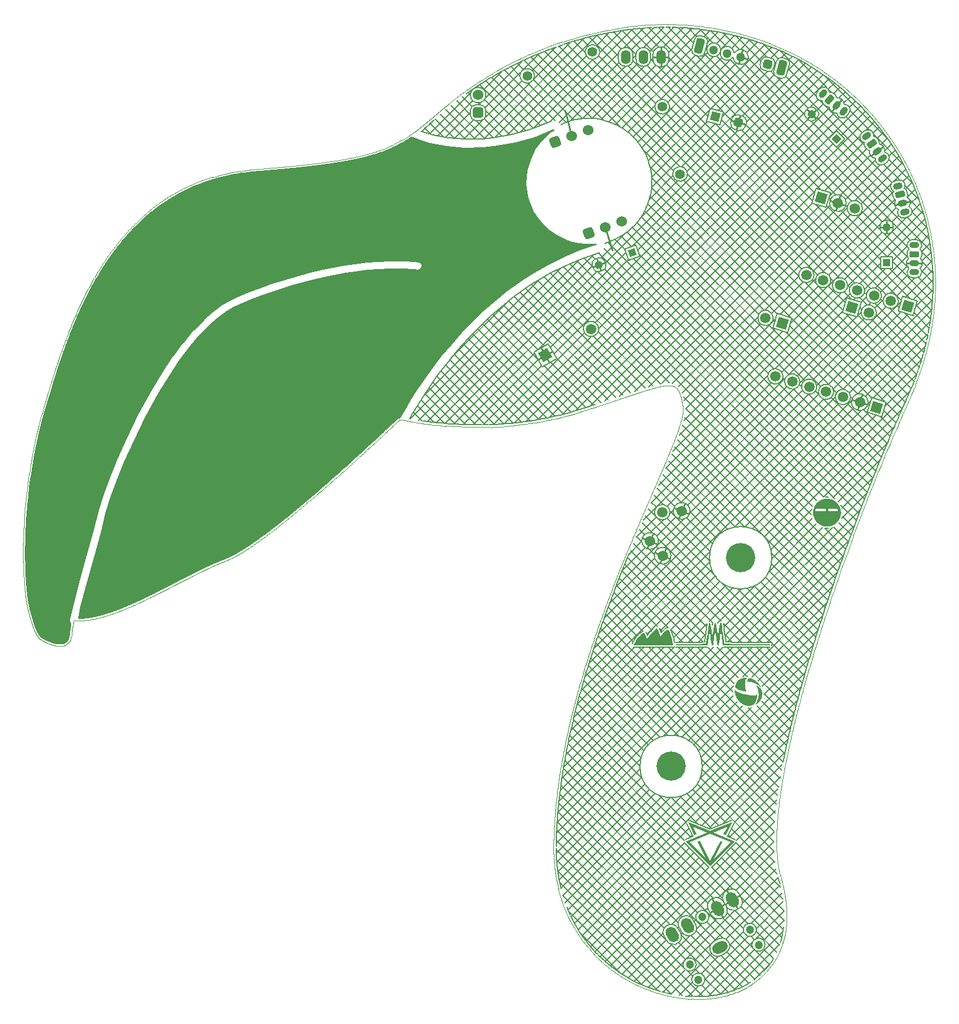
<source format=gbl>
G04*
G04 #@! TF.GenerationSoftware,Altium Limited,Altium Designer,24.4.0 (9)*
G04*
G04 Layer_Physical_Order=2*
G04 Layer_Color=3381759*
%FSLAX25Y25*%
%MOIN*%
G70*
G04*
G04 #@! TF.SameCoordinates,6A74A827-5FBE-472E-901E-0A1D8F3314CC*
G04*
G04*
G04 #@! TF.FilePolarity,Positive*
G04*
G01*
G75*
%ADD10C,0.00787*%
%ADD14C,0.00984*%
%ADD15C,0.00394*%
%ADD37C,0.05906*%
%ADD46C,0.05512*%
%ADD53C,0.05118*%
G04:AMPARAMS|DCode=57|XSize=35.43mil|YSize=55.12mil|CornerRadius=8.86mil|HoleSize=0mil|Usage=FLASHONLY|Rotation=140.000|XOffset=0mil|YOffset=0mil|HoleType=Round|Shape=RoundedRectangle|*
%AMROUNDEDRECTD57*
21,1,0.03543,0.03740,0,0,140.0*
21,1,0.01772,0.05512,0,0,140.0*
1,1,0.01772,0.00524,0.02002*
1,1,0.01772,0.01881,0.00863*
1,1,0.01772,-0.00524,-0.02002*
1,1,0.01772,-0.01881,-0.00863*
%
%ADD57ROUNDEDRECTD57*%
G04:AMPARAMS|DCode=58|XSize=35.43mil|YSize=55.12mil|CornerRadius=0mil|HoleSize=0mil|Usage=FLASHONLY|Rotation=320.000|XOffset=0mil|YOffset=0mil|HoleType=Round|Shape=Round|*
%AMOVALD58*
21,1,0.01968,0.03543,0.00000,0.00000,50.0*
1,1,0.03543,-0.00633,-0.00754*
1,1,0.03543,0.00633,0.00754*
%
%ADD58OVALD58*%

G04:AMPARAMS|DCode=59|XSize=35.43mil|YSize=55.12mil|CornerRadius=8.86mil|HoleSize=0mil|Usage=FLASHONLY|Rotation=125.000|XOffset=0mil|YOffset=0mil|HoleType=Round|Shape=RoundedRectangle|*
%AMROUNDEDRECTD59*
21,1,0.03543,0.03740,0,0,125.0*
21,1,0.01772,0.05512,0,0,125.0*
1,1,0.01772,0.01024,0.01798*
1,1,0.01772,0.02040,0.00347*
1,1,0.01772,-0.01024,-0.01798*
1,1,0.01772,-0.02040,-0.00347*
%
%ADD59ROUNDEDRECTD59*%
G04:AMPARAMS|DCode=60|XSize=35.43mil|YSize=55.12mil|CornerRadius=0mil|HoleSize=0mil|Usage=FLASHONLY|Rotation=305.000|XOffset=0mil|YOffset=0mil|HoleType=Round|Shape=Round|*
%AMOVALD60*
21,1,0.01968,0.03543,0.00000,0.00000,35.0*
1,1,0.03543,-0.00806,-0.00564*
1,1,0.03543,0.00806,0.00564*
%
%ADD60OVALD60*%

G04:AMPARAMS|DCode=61|XSize=35.43mil|YSize=55.12mil|CornerRadius=8.86mil|HoleSize=0mil|Usage=FLASHONLY|Rotation=105.000|XOffset=0mil|YOffset=0mil|HoleType=Round|Shape=RoundedRectangle|*
%AMROUNDEDRECTD61*
21,1,0.03543,0.03740,0,0,105.0*
21,1,0.01772,0.05512,0,0,105.0*
1,1,0.01772,0.01577,0.01340*
1,1,0.01772,0.02036,-0.00372*
1,1,0.01772,-0.01577,-0.01340*
1,1,0.01772,-0.02036,0.00372*
%
%ADD61ROUNDEDRECTD61*%
G04:AMPARAMS|DCode=62|XSize=35.43mil|YSize=55.12mil|CornerRadius=0mil|HoleSize=0mil|Usage=FLASHONLY|Rotation=285.000|XOffset=0mil|YOffset=0mil|HoleType=Round|Shape=Round|*
%AMOVALD62*
21,1,0.01968,0.03543,0.00000,0.00000,15.0*
1,1,0.03543,-0.00951,-0.00255*
1,1,0.03543,0.00951,0.00255*
%
%ADD62OVALD62*%

G04:AMPARAMS|DCode=63|XSize=35.43mil|YSize=55.12mil|CornerRadius=8.86mil|HoleSize=0mil|Usage=FLASHONLY|Rotation=90.000|XOffset=0mil|YOffset=0mil|HoleType=Round|Shape=RoundedRectangle|*
%AMROUNDEDRECTD63*
21,1,0.03543,0.03740,0,0,90.0*
21,1,0.01772,0.05512,0,0,90.0*
1,1,0.01772,0.01870,0.00886*
1,1,0.01772,0.01870,-0.00886*
1,1,0.01772,-0.01870,-0.00886*
1,1,0.01772,-0.01870,0.00886*
%
%ADD63ROUNDEDRECTD63*%
%ADD64O,0.05512X0.03543*%
%ADD65C,0.06000*%
G04:AMPARAMS|DCode=66|XSize=60mil|YSize=60mil|CornerRadius=15mil|HoleSize=0mil|Usage=FLASHONLY|Rotation=200.000|XOffset=0mil|YOffset=0mil|HoleType=Round|Shape=RoundedRectangle|*
%AMROUNDEDRECTD66*
21,1,0.06000,0.03000,0,0,200.0*
21,1,0.03000,0.06000,0,0,200.0*
1,1,0.03000,-0.01923,0.00897*
1,1,0.03000,0.00897,0.01923*
1,1,0.03000,0.01923,-0.00897*
1,1,0.03000,-0.00897,-0.01923*
%
%ADD66ROUNDEDRECTD66*%
%ADD67P,0.05568X4X245.0*%
G04:AMPARAMS|DCode=68|XSize=39.37mil|YSize=39.37mil|CornerRadius=9.84mil|HoleSize=0mil|Usage=FLASHONLY|Rotation=200.000|XOffset=0mil|YOffset=0mil|HoleType=Round|Shape=RoundedRectangle|*
%AMROUNDEDRECTD68*
21,1,0.03937,0.01968,0,0,200.0*
21,1,0.01968,0.03937,0,0,200.0*
1,1,0.01968,-0.01262,0.00588*
1,1,0.01968,0.00588,0.01262*
1,1,0.01968,0.01262,-0.00588*
1,1,0.01968,-0.00588,-0.01262*
%
%ADD68ROUNDEDRECTD68*%
%ADD69P,0.06960X4X390.0*%
G04:AMPARAMS|DCode=70|XSize=49.21mil|YSize=49.21mil|CornerRadius=12.3mil|HoleSize=0mil|Usage=FLASHONLY|Rotation=345.000|XOffset=0mil|YOffset=0mil|HoleType=Round|Shape=RoundedRectangle|*
%AMROUNDEDRECTD70*
21,1,0.04921,0.02461,0,0,345.0*
21,1,0.02461,0.04921,0,0,345.0*
1,1,0.02461,0.00870,-0.01507*
1,1,0.02461,-0.01507,-0.00870*
1,1,0.02461,-0.00870,0.01507*
1,1,0.02461,0.01507,0.00870*
%
%ADD70ROUNDEDRECTD70*%
%ADD71P,0.08352X4X165.0*%
%ADD72C,0.05906*%
G04:AMPARAMS|DCode=73|XSize=60mil|YSize=60mil|CornerRadius=15mil|HoleSize=0mil|Usage=FLASHONLY|Rotation=270.000|XOffset=0mil|YOffset=0mil|HoleType=Round|Shape=RoundedRectangle|*
%AMROUNDEDRECTD73*
21,1,0.06000,0.03000,0,0,270.0*
21,1,0.03000,0.06000,0,0,270.0*
1,1,0.03000,-0.01500,-0.01500*
1,1,0.03000,-0.01500,0.01500*
1,1,0.03000,0.01500,0.01500*
1,1,0.03000,0.01500,-0.01500*
%
%ADD73ROUNDEDRECTD73*%
%ADD74O,0.05512X0.07874*%
G04:AMPARAMS|DCode=75|XSize=86.61mil|YSize=47.24mil|CornerRadius=11.81mil|HoleSize=0mil|Usage=FLASHONLY|Rotation=255.000|XOffset=0mil|YOffset=0mil|HoleType=Round|Shape=RoundedRectangle|*
%AMROUNDEDRECTD75*
21,1,0.08661,0.02362,0,0,255.0*
21,1,0.06299,0.04724,0,0,255.0*
1,1,0.02362,-0.01956,-0.02737*
1,1,0.02362,-0.00326,0.03348*
1,1,0.02362,0.01956,0.02737*
1,1,0.02362,0.00326,-0.03348*
%
%ADD75ROUNDEDRECTD75*%
G04:AMPARAMS|DCode=76|XSize=51.18mil|YSize=51.18mil|CornerRadius=12.8mil|HoleSize=0mil|Usage=FLASHONLY|Rotation=165.000|XOffset=0mil|YOffset=0mil|HoleType=Round|Shape=RoundedRectangle|*
%AMROUNDEDRECTD76*
21,1,0.05118,0.02559,0,0,165.0*
21,1,0.02559,0.05118,0,0,165.0*
1,1,0.02559,-0.00905,0.01567*
1,1,0.02559,0.01567,0.00905*
1,1,0.02559,0.00905,-0.01567*
1,1,0.02559,-0.01567,-0.00905*
%
%ADD76ROUNDEDRECTD76*%
%ADD77P,0.08352X4X388.0*%
%ADD78R,0.03937X0.03937*%
G04:AMPARAMS|DCode=79|XSize=39.37mil|YSize=39.37mil|CornerRadius=9.84mil|HoleSize=0mil|Usage=FLASHONLY|Rotation=90.000|XOffset=0mil|YOffset=0mil|HoleType=Round|Shape=RoundedRectangle|*
%AMROUNDEDRECTD79*
21,1,0.03937,0.01968,0,0,90.0*
21,1,0.01968,0.03937,0,0,90.0*
1,1,0.01968,0.00984,0.00984*
1,1,0.01968,0.00984,-0.00984*
1,1,0.01968,-0.00984,-0.00984*
1,1,0.01968,-0.00984,0.00984*
%
%ADD79ROUNDEDRECTD79*%
%ADD80P,0.05568X4X180.0*%
G04:AMPARAMS|DCode=81|XSize=39.37mil|YSize=39.37mil|CornerRadius=9.84mil|HoleSize=0mil|Usage=FLASHONLY|Rotation=135.000|XOffset=0mil|YOffset=0mil|HoleType=Round|Shape=RoundedRectangle|*
%AMROUNDEDRECTD81*
21,1,0.03937,0.01968,0,0,135.0*
21,1,0.01968,0.03937,0,0,135.0*
1,1,0.01968,0.00000,0.01392*
1,1,0.01968,0.01392,0.00000*
1,1,0.01968,0.00000,-0.01392*
1,1,0.01968,-0.01392,0.00000*
%
%ADD81ROUNDEDRECTD81*%
%ADD82C,0.04724*%
G04:AMPARAMS|DCode=83|XSize=90.55mil|YSize=62.99mil|CornerRadius=0mil|HoleSize=0mil|Usage=FLASHONLY|Rotation=120.000|XOffset=0mil|YOffset=0mil|HoleType=Round|Shape=Round|*
%AMOVALD83*
21,1,0.02756,0.06299,0.00000,0.00000,120.0*
1,1,0.06299,0.00689,-0.01193*
1,1,0.06299,-0.00689,0.01193*
%
%ADD83OVALD83*%

G04:AMPARAMS|DCode=84|XSize=90.55mil|YSize=62.99mil|CornerRadius=0mil|HoleSize=0mil|Usage=FLASHONLY|Rotation=210.000|XOffset=0mil|YOffset=0mil|HoleType=Round|Shape=Round|*
%AMOVALD84*
21,1,0.02756,0.06299,0.00000,0.00000,210.0*
1,1,0.06299,0.01193,0.00689*
1,1,0.06299,-0.01193,-0.00689*
%
%ADD84OVALD84*%

%ADD85C,0.16535*%
G36*
X16670Y450527D02*
X14151Y448926D01*
X9653Y444745D01*
X6176Y440040D01*
X3223Y434190D01*
X1250Y427844D01*
X643Y420310D01*
X1847Y413122D01*
X2950Y409290D01*
X5093Y404355D01*
X7658Y400654D01*
X10288Y397472D01*
X13957Y394193D01*
X17950Y391369D01*
X22171Y389258D01*
X25612Y387765D01*
X30807Y386629D01*
X34346Y386336D01*
X39638Y386434D01*
X40424Y386528D01*
X40592Y385758D01*
X38889Y385210D01*
X31081Y382580D01*
X22729Y379180D01*
X12576Y374198D01*
X5005Y369850D01*
X-1245Y365835D01*
X-10262Y359341D01*
X-16725Y354145D01*
X-22835Y348796D01*
X-30857Y341086D01*
X-36105Y335593D01*
X-41811Y329187D01*
X-47170Y322721D01*
X-53004Y315155D01*
X-61088Y303567D01*
X-64510Y298200D01*
X-68464Y291533D01*
X-70522Y287571D01*
X-70723Y287546D01*
X-70805Y287519D01*
X-70891Y287510D01*
X-71563Y287306D01*
X-71651Y287260D01*
X-71745Y287231D01*
X-72365Y286900D01*
X-72453Y286828D01*
X-72551Y286771D01*
X-73402Y286030D01*
X-73415Y286012D01*
X-73434Y286001D01*
X-74802Y284700D01*
X-74802Y284699D01*
X-74952Y284558D01*
X-74952Y284558D01*
X-75106Y284412D01*
X-75262Y284263D01*
X-75422Y284112D01*
X-75422Y284112D01*
X-75585Y283958D01*
X-75751Y283801D01*
X-75751Y283801D01*
X-75919Y283641D01*
X-75919Y283641D01*
X-76091Y283478D01*
X-76266Y283313D01*
X-76266Y283313D01*
X-76444Y283145D01*
X-76444Y283145D01*
X-76685Y282917D01*
X-76685Y282917D01*
X-76932Y282684D01*
X-76932Y282684D01*
X-77184Y282446D01*
X-77441Y282204D01*
X-77703Y281957D01*
X-78038Y281642D01*
X-78038Y281642D01*
X-78380Y281320D01*
X-78729Y280991D01*
X-79159Y280587D01*
X-79159Y280587D01*
X-79599Y280174D01*
X-80127Y279679D01*
X-80667Y279173D01*
X-80667Y279173D01*
X-81303Y278578D01*
X-82121Y277813D01*
X-83227Y276782D01*
X-85285Y274868D01*
X-90510Y270045D01*
X-92096Y268590D01*
X-93396Y267401D01*
X-94500Y266394D01*
X-94500Y266394D01*
X-95509Y265476D01*
X-96531Y264547D01*
X-96531Y264547D01*
X-97451Y263714D01*
X-98264Y262977D01*
X-98264Y262977D01*
X-99086Y262235D01*
X-99086Y262235D01*
X-99913Y261489D01*
X-100629Y260844D01*
X-101349Y260197D01*
X-102074Y259546D01*
X-102804Y258893D01*
X-103539Y258235D01*
X-104153Y257686D01*
X-104772Y257134D01*
X-105393Y256581D01*
X-106016Y256027D01*
X-106643Y255470D01*
X-106643Y255470D01*
X-107271Y254913D01*
X-107903Y254354D01*
X-108537Y253793D01*
X-108537Y253793D01*
X-109172Y253232D01*
X-109683Y252782D01*
X-109683Y252782D01*
X-110195Y252331D01*
X-110708Y251880D01*
X-110708Y251880D01*
X-111222Y251429D01*
X-111737Y250977D01*
X-112254Y250524D01*
X-112772Y250071D01*
X-113291Y249618D01*
X-113811Y249164D01*
X-114332Y248710D01*
X-114332Y248710D01*
X-114854Y248257D01*
X-114854Y248257D01*
X-115376Y247803D01*
X-115900Y247349D01*
X-116424Y246895D01*
X-116949Y246441D01*
X-117475Y245987D01*
X-117475Y245987D01*
X-118001Y245534D01*
X-118528Y245080D01*
X-118924Y244740D01*
X-119320Y244401D01*
X-119717Y244060D01*
X-120113Y243721D01*
X-120509Y243382D01*
X-120906Y243043D01*
X-120906Y243043D01*
X-121303Y242705D01*
X-121701Y242366D01*
X-122098Y242028D01*
X-122496Y241690D01*
X-122894Y241353D01*
X-122894Y241353D01*
X-123291Y241016D01*
X-123689Y240679D01*
X-123690Y240679D01*
X-124088Y240343D01*
X-124485Y240007D01*
X-124883Y239672D01*
X-125281Y239337D01*
X-125679Y239003D01*
X-126077Y238669D01*
X-126475Y238336D01*
X-126873Y238003D01*
X-127270Y237671D01*
X-127668Y237339D01*
X-128066Y237008D01*
X-128066Y237008D01*
X-128462Y236678D01*
X-128860Y236348D01*
X-129257Y236019D01*
X-129654Y235691D01*
X-130049Y235364D01*
X-130446Y235037D01*
X-130446Y235037D01*
X-130842Y234711D01*
X-130842Y234711D01*
X-131237Y234387D01*
X-131237Y234387D01*
X-131633Y234062D01*
X-131633Y234062D01*
X-132027Y233739D01*
X-132422Y233416D01*
X-132817Y233095D01*
X-133210Y232774D01*
X-133210Y232774D01*
X-133604Y232454D01*
X-133997Y232135D01*
X-134389Y231817D01*
X-134389Y231817D01*
X-134780Y231501D01*
X-134780Y231501D01*
X-135042Y231290D01*
X-135302Y231080D01*
X-135563Y230870D01*
X-135823Y230661D01*
X-136083Y230452D01*
X-136344Y230243D01*
X-136603Y230036D01*
X-136603Y230036D01*
X-136863Y229828D01*
X-137122Y229621D01*
X-137122Y229621D01*
X-137380Y229415D01*
X-137638Y229210D01*
X-137897Y229004D01*
X-138155Y228799D01*
X-138412Y228595D01*
X-138670Y228391D01*
X-138927Y228189D01*
X-139183Y227986D01*
X-139440Y227783D01*
X-139696Y227582D01*
X-139696Y227582D01*
X-139952Y227381D01*
X-140207Y227181D01*
X-140462Y226982D01*
X-140717Y226782D01*
X-140717Y226782D01*
X-140972Y226584D01*
X-141225Y226385D01*
X-141225Y226385D01*
X-141478Y226189D01*
X-141478Y226189D01*
X-141732Y225992D01*
X-141732Y225992D01*
X-141985Y225795D01*
X-142237Y225601D01*
X-142489Y225406D01*
X-142489Y225406D01*
X-142741Y225212D01*
X-142992Y225017D01*
X-143243Y224825D01*
X-143493Y224633D01*
X-143744Y224441D01*
X-143993Y224251D01*
X-144242Y224060D01*
X-144491Y223870D01*
X-144739Y223682D01*
X-144986Y223494D01*
X-145234Y223307D01*
X-145481Y223120D01*
X-145728Y222934D01*
X-145973Y222749D01*
X-146219Y222564D01*
X-146464Y222381D01*
X-146708Y222198D01*
X-146953Y222015D01*
X-147195Y221834D01*
X-147195Y221834D01*
X-147438Y221653D01*
X-147681Y221473D01*
X-147923Y221293D01*
X-148164Y221116D01*
X-148405Y220938D01*
X-148646Y220761D01*
X-148885Y220585D01*
X-149125Y220409D01*
X-149364Y220235D01*
X-149601Y220062D01*
X-149838Y219889D01*
X-150076Y219717D01*
X-150312Y219546D01*
X-150312Y219546D01*
X-150547Y219376D01*
X-150783Y219206D01*
X-150783Y219206D01*
X-151018Y219038D01*
X-151252Y218870D01*
X-151485Y218703D01*
X-151717Y218538D01*
X-151949Y218373D01*
X-152181Y218208D01*
X-152412Y218045D01*
X-152641Y217883D01*
X-152872Y217721D01*
X-152872Y217721D01*
X-153100Y217561D01*
X-153329Y217401D01*
X-153556Y217243D01*
X-153782Y217086D01*
X-154009Y216928D01*
X-154234Y216774D01*
X-154459Y216618D01*
X-154682Y216465D01*
X-154906Y216311D01*
X-155130Y216159D01*
X-155350Y216009D01*
X-155571Y215859D01*
X-155792Y215710D01*
X-156012Y215562D01*
X-156231Y215416D01*
X-156449Y215269D01*
X-156666Y215125D01*
X-156884Y214980D01*
X-157100Y214837D01*
X-157315Y214696D01*
X-157529Y214555D01*
X-157742Y214416D01*
X-157955Y214277D01*
X-158167Y214139D01*
X-158379Y214003D01*
X-158588Y213868D01*
X-158800Y213733D01*
X-159008Y213599D01*
X-159215Y213468D01*
X-159215Y213468D01*
X-159319Y213402D01*
X-159423Y213336D01*
X-159526Y213271D01*
X-159628Y213207D01*
X-159628Y213207D01*
X-159731Y213142D01*
X-159835Y213078D01*
X-159835Y213078D01*
X-159936Y213014D01*
X-159936Y213014D01*
X-160038Y212951D01*
X-160038Y212951D01*
X-160141Y212887D01*
X-160242Y212824D01*
X-160343Y212761D01*
X-160446Y212698D01*
X-160446Y212698D01*
X-160546Y212636D01*
X-160546Y212636D01*
X-160647Y212575D01*
X-160747Y212513D01*
X-160848Y212451D01*
X-160948Y212390D01*
X-161048Y212330D01*
X-161148Y212268D01*
X-161148Y212268D01*
X-161247Y212209D01*
X-161347Y212148D01*
X-161347Y212148D01*
X-161445Y212089D01*
X-161545Y212029D01*
X-161545Y212029D01*
X-161643Y211971D01*
X-161742Y211912D01*
X-161742Y211912D01*
X-161840Y211853D01*
X-161840Y211853D01*
X-161938Y211795D01*
X-162035Y211738D01*
X-162132Y211680D01*
X-162230Y211622D01*
X-162327Y211565D01*
X-162423Y211509D01*
X-162521Y211452D01*
X-162521Y211452D01*
X-162617Y211396D01*
X-162712Y211341D01*
X-162808Y211286D01*
X-162903Y211230D01*
X-163000Y211175D01*
X-163093Y211121D01*
X-163093Y211121D01*
X-163188Y211067D01*
X-163284Y211012D01*
X-163378Y210959D01*
X-163471Y210906D01*
X-163566Y210853D01*
X-163660Y210800D01*
X-163752Y210748D01*
X-163752Y210748D01*
X-163846Y210696D01*
X-163939Y210644D01*
X-164031Y210593D01*
X-164124Y210541D01*
X-164215Y210491D01*
X-164308Y210440D01*
X-164398Y210390D01*
X-164491Y210340D01*
X-164582Y210291D01*
X-164673Y210241D01*
X-164762Y210193D01*
X-164854Y210144D01*
X-164944Y210096D01*
X-165034Y210048D01*
X-165122Y210001D01*
X-165212Y209953D01*
X-165300Y209907D01*
X-165300Y209907D01*
X-165390Y209860D01*
X-165479Y209813D01*
X-165565Y209768D01*
X-165655Y209722D01*
X-165743Y209677D01*
X-165743Y209677D01*
X-165828Y209633D01*
X-165917Y209587D01*
X-166004Y209543D01*
X-166089Y209500D01*
X-166177Y209455D01*
X-166261Y209413D01*
X-166347Y209370D01*
X-166433Y209327D01*
X-166519Y209284D01*
X-166603Y209243D01*
X-166689Y209201D01*
X-166772Y209161D01*
X-166856Y209120D01*
X-166941Y209078D01*
X-167025Y209038D01*
X-167108Y208998D01*
X-167190Y208959D01*
X-167273Y208920D01*
X-167354Y208882D01*
X-167438Y208843D01*
X-167520Y208805D01*
X-167600Y208768D01*
X-167683Y208729D01*
X-167683Y208729D01*
X-167762Y208693D01*
X-167843Y208656D01*
X-167925Y208619D01*
X-168005Y208583D01*
X-168083Y208548D01*
X-168163Y208513D01*
X-168241Y208478D01*
X-168322Y208443D01*
X-168399Y208409D01*
X-168479Y208375D01*
X-168479Y208375D01*
X-168557Y208341D01*
X-168633Y208309D01*
X-168712Y208275D01*
X-168787Y208244D01*
X-168866Y208211D01*
X-168940Y208180D01*
X-169018Y208148D01*
X-169093Y208117D01*
X-169167Y208087D01*
X-169243Y208057D01*
X-169318Y208027D01*
X-169393Y207997D01*
X-169468Y207967D01*
X-169541Y207939D01*
X-169614Y207911D01*
X-169687Y207883D01*
X-169762Y207855D01*
X-169989Y207769D01*
X-169990Y207768D01*
X-169991Y207768D01*
X-170142Y207710D01*
X-170143Y207710D01*
X-170144Y207709D01*
X-170296Y207651D01*
X-170297Y207651D01*
X-170298Y207651D01*
X-170450Y207592D01*
X-170451Y207591D01*
X-170451Y207591D01*
X-170604Y207532D01*
X-170605Y207532D01*
X-170606Y207532D01*
X-170758Y207472D01*
X-170759Y207472D01*
X-170760Y207471D01*
X-170913Y207412D01*
X-170914Y207411D01*
X-170915Y207411D01*
X-171068Y207351D01*
X-171069Y207350D01*
X-171070Y207350D01*
X-171223Y207290D01*
X-171224Y207289D01*
X-171225Y207289D01*
X-171379Y207228D01*
X-171380Y207228D01*
X-171380Y207227D01*
X-171535Y207166D01*
X-171535Y207166D01*
X-171536Y207165D01*
X-171691Y207104D01*
X-171692Y207103D01*
X-171692Y207103D01*
X-171847Y207041D01*
X-171848Y207040D01*
X-171849Y207040D01*
X-172004Y206978D01*
X-172005Y206977D01*
X-172005Y206977D01*
X-172161Y206914D01*
X-172161Y206914D01*
X-172162Y206914D01*
X-172318Y206850D01*
X-172319Y206850D01*
X-172319Y206850D01*
X-172476Y206786D01*
X-172476Y206786D01*
X-172477Y206785D01*
X-172633Y206721D01*
X-172634Y206721D01*
X-172634Y206721D01*
X-172791Y206656D01*
X-172792Y206656D01*
X-172792Y206656D01*
X-172950Y206591D01*
X-172950Y206591D01*
X-172951Y206591D01*
X-173108Y206525D01*
X-173109Y206525D01*
X-173109Y206525D01*
X-173267Y206459D01*
X-173267Y206459D01*
X-173268Y206459D01*
X-173426Y206393D01*
X-173426Y206393D01*
X-173427Y206392D01*
X-173585Y206326D01*
X-173586Y206326D01*
X-173586Y206326D01*
X-173745Y206259D01*
X-173745Y206259D01*
X-173746Y206259D01*
X-173905Y206191D01*
X-173905Y206191D01*
X-173906Y206191D01*
X-174065Y206124D01*
X-174065Y206123D01*
X-174066Y206123D01*
X-174225Y206055D01*
X-174226Y206055D01*
X-174226Y206055D01*
X-174386Y205987D01*
X-174386Y205987D01*
X-174387Y205986D01*
X-174547Y205918D01*
X-174547Y205918D01*
X-174548Y205918D01*
X-174708Y205849D01*
X-174708Y205849D01*
X-174709Y205848D01*
X-174869Y205779D01*
X-174870Y205779D01*
X-174870Y205779D01*
X-175031Y205710D01*
X-175031Y205709D01*
X-175032Y205709D01*
X-175193Y205639D01*
X-175193Y205639D01*
X-175194Y205639D01*
X-175355Y205569D01*
X-175355Y205568D01*
X-175356Y205568D01*
X-175517Y205498D01*
X-175518Y205498D01*
X-175518Y205497D01*
X-175680Y205427D01*
X-175680Y205426D01*
X-175681Y205426D01*
X-175843Y205355D01*
X-175843Y205355D01*
X-175844Y205355D01*
X-176006Y205283D01*
X-176006Y205283D01*
X-176007Y205283D01*
X-176169Y205211D01*
X-176170Y205211D01*
X-176170Y205211D01*
X-176333Y205139D01*
X-176333Y205138D01*
X-176334Y205138D01*
X-176497Y205066D01*
X-176497Y205066D01*
X-176498Y205066D01*
X-176661Y204993D01*
X-176661Y204993D01*
X-176662Y204993D01*
X-176825Y204920D01*
X-176825Y204919D01*
X-176826Y204919D01*
X-176990Y204846D01*
X-176990Y204845D01*
X-176990Y204845D01*
X-177154Y204772D01*
X-177155Y204771D01*
X-177155Y204771D01*
X-177319Y204697D01*
X-177320Y204697D01*
X-177320Y204697D01*
X-177485Y204623D01*
X-177485Y204623D01*
X-177486Y204623D01*
X-177650Y204548D01*
X-177651Y204548D01*
X-177651Y204548D01*
X-177816Y204473D01*
X-177816Y204472D01*
X-177817Y204472D01*
X-177982Y204397D01*
X-177982Y204397D01*
X-177983Y204397D01*
X-178148Y204321D01*
X-178148Y204321D01*
X-178149Y204321D01*
X-178314Y204245D01*
X-178315Y204245D01*
X-178315Y204245D01*
X-178481Y204169D01*
X-178481Y204169D01*
X-178482Y204169D01*
X-178648Y204092D01*
X-178648Y204092D01*
X-178649Y204092D01*
X-178815Y204015D01*
X-178815Y204015D01*
X-178816Y204015D01*
X-178982Y203938D01*
X-178983Y203938D01*
X-178983Y203938D01*
X-179150Y203861D01*
X-179150Y203860D01*
X-179151Y203860D01*
X-179318Y203783D01*
X-179318Y203783D01*
X-179318Y203783D01*
X-179485Y203705D01*
X-179486Y203705D01*
X-179486Y203704D01*
X-179654Y203626D01*
X-179654Y203626D01*
X-179655Y203626D01*
X-179822Y203548D01*
X-179823Y203548D01*
X-179823Y203548D01*
X-179991Y203469D01*
X-179991Y203469D01*
X-179991Y203469D01*
X-180160Y203390D01*
X-180160Y203390D01*
X-180160Y203390D01*
X-180329Y203310D01*
X-180329Y203310D01*
X-180329Y203310D01*
X-180498Y203231D01*
X-180498Y203231D01*
X-180499Y203230D01*
X-180667Y203151D01*
X-180668Y203151D01*
X-180668Y203151D01*
X-180837Y203071D01*
X-180837Y203070D01*
X-180838Y203070D01*
X-181007Y202990D01*
X-181007Y202990D01*
X-181008Y202990D01*
X-181177Y202909D01*
X-181177Y202909D01*
X-181178Y202909D01*
X-181347Y202829D01*
X-181348Y202828D01*
X-181348Y202828D01*
X-181518Y202747D01*
X-181518Y202747D01*
X-181518Y202747D01*
X-181688Y202666D01*
X-181689Y202666D01*
X-181689Y202666D01*
X-181859Y202584D01*
X-181860Y202584D01*
X-181860Y202584D01*
X-182030Y202502D01*
X-182031Y202502D01*
X-182031Y202502D01*
X-182202Y202420D01*
X-182202Y202420D01*
X-182202Y202420D01*
X-182373Y202338D01*
X-182373Y202338D01*
X-182374Y202338D01*
X-182545Y202255D01*
X-182545Y202255D01*
X-182545Y202255D01*
X-182717Y202172D01*
X-182717Y202172D01*
X-182717Y202172D01*
X-182889Y202089D01*
X-182889Y202089D01*
X-182889Y202089D01*
X-183061Y202006D01*
X-183061Y202006D01*
X-183062Y202006D01*
X-183233Y201922D01*
X-183234Y201922D01*
X-183234Y201922D01*
X-183406Y201839D01*
X-183406Y201838D01*
X-183407Y201838D01*
X-183579Y201755D01*
X-183579Y201754D01*
X-183579Y201754D01*
X-183752Y201670D01*
X-183752Y201670D01*
X-183752Y201670D01*
X-183925Y201586D01*
X-183925Y201586D01*
X-183926Y201586D01*
X-184098Y201501D01*
X-184099Y201501D01*
X-184099Y201501D01*
X-184272Y201416D01*
X-184272Y201416D01*
X-184273Y201416D01*
X-184446Y201331D01*
X-184446Y201331D01*
X-184446Y201331D01*
X-184620Y201246D01*
X-184620Y201246D01*
X-184620Y201246D01*
X-184794Y201161D01*
X-184794Y201161D01*
X-184794Y201160D01*
X-184968Y201075D01*
X-184968Y201075D01*
X-184969Y201075D01*
X-185143Y200989D01*
X-185143Y200989D01*
X-185143Y200989D01*
X-185317Y200903D01*
X-185317Y200903D01*
X-185318Y200903D01*
X-185492Y200817D01*
X-185492Y200816D01*
X-185492Y200816D01*
X-185667Y200730D01*
X-185667Y200730D01*
X-185667Y200730D01*
X-185842Y200643D01*
X-185842Y200643D01*
X-185843Y200643D01*
X-186017Y200557D01*
X-186018Y200556D01*
X-186018Y200556D01*
X-186193Y200470D01*
X-186193Y200469D01*
X-186193Y200469D01*
X-186369Y200382D01*
X-186369Y200382D01*
X-186369Y200382D01*
X-186544Y200295D01*
X-186545Y200295D01*
X-186545Y200295D01*
X-186720Y200207D01*
X-186721Y200207D01*
X-186721Y200207D01*
X-186897Y200120D01*
X-186897Y200119D01*
X-186897Y200119D01*
X-187073Y200032D01*
X-187073Y200031D01*
X-187073Y200031D01*
X-187249Y199943D01*
X-187250Y199943D01*
X-187250Y199943D01*
X-187426Y199855D01*
X-187426Y199855D01*
X-187426Y199855D01*
X-187514Y199811D01*
X-187514Y199811D01*
X-187515Y199811D01*
X-187603Y199767D01*
X-187603Y199767D01*
X-187603Y199767D01*
X-187691Y199722D01*
X-187691Y199722D01*
X-187691Y199722D01*
X-187780Y199678D01*
X-187780Y199678D01*
X-187780Y199678D01*
X-187868Y199634D01*
X-187868Y199634D01*
X-187868Y199634D01*
X-187957Y199589D01*
X-187957Y199589D01*
X-187957Y199589D01*
X-188045Y199545D01*
X-188046Y199545D01*
X-188046Y199545D01*
X-188134Y199500D01*
X-188134Y199500D01*
X-188134Y199500D01*
X-188223Y199456D01*
X-188223Y199455D01*
X-188223Y199455D01*
X-188312Y199411D01*
X-188312Y199411D01*
X-188312Y199411D01*
X-188400Y199366D01*
X-188400Y199366D01*
X-188400Y199366D01*
X-188489Y199322D01*
X-188489Y199322D01*
X-188489Y199322D01*
X-188578Y199277D01*
X-188578Y199277D01*
X-188578Y199277D01*
X-188667Y199232D01*
X-188667Y199232D01*
X-188667Y199232D01*
X-188756Y199187D01*
X-188756Y199187D01*
X-188756Y199187D01*
X-188845Y199143D01*
X-188845Y199143D01*
X-188845Y199143D01*
X-188934Y199098D01*
X-188934Y199098D01*
X-188934Y199098D01*
X-189023Y199053D01*
X-189023Y199053D01*
X-189023Y199053D01*
X-189112Y199008D01*
X-189112Y199008D01*
X-189112Y199008D01*
X-189201Y198963D01*
X-189201Y198963D01*
X-189201Y198963D01*
X-189379Y198873D01*
X-189379Y198873D01*
X-189379Y198873D01*
X-189468Y198828D01*
X-189468Y198828D01*
X-189468Y198828D01*
X-189558Y198783D01*
X-189558Y198783D01*
X-189558Y198783D01*
X-189647Y198737D01*
X-189647Y198737D01*
X-189647Y198737D01*
X-189736Y198692D01*
X-189736Y198692D01*
X-189736Y198692D01*
X-189825Y198647D01*
X-189825Y198647D01*
X-189825Y198647D01*
X-189915Y198602D01*
X-189915Y198602D01*
X-189915Y198602D01*
X-190004Y198556D01*
X-190004Y198556D01*
X-190094Y198511D01*
X-190094Y198511D01*
X-190094Y198511D01*
X-190273Y198420D01*
X-190273Y198420D01*
X-190273Y198420D01*
X-190362Y198375D01*
X-190362Y198375D01*
X-190362Y198375D01*
X-190452Y198329D01*
X-190452Y198329D01*
X-190452Y198329D01*
X-190541Y198284D01*
X-190542Y198284D01*
X-190542Y198284D01*
X-190631Y198238D01*
X-190631Y198238D01*
X-190631Y198238D01*
X-190721Y198193D01*
X-190721Y198193D01*
X-190721Y198193D01*
X-190810Y198147D01*
X-190811Y198147D01*
X-190811Y198147D01*
X-190900Y198101D01*
X-190900Y198101D01*
X-190900Y198101D01*
X-190990Y198056D01*
X-190990Y198056D01*
X-191080Y198010D01*
X-191080Y198010D01*
X-191080Y198010D01*
X-191170Y197964D01*
X-191170Y197964D01*
X-191170Y197964D01*
X-191260Y197919D01*
X-191260Y197918D01*
X-191260Y197918D01*
X-191439Y197827D01*
X-191439Y197827D01*
X-191440Y197827D01*
X-191619Y197735D01*
X-191620Y197735D01*
X-191620Y197735D01*
X-191709Y197689D01*
X-191710Y197689D01*
X-191710Y197689D01*
X-191890Y197597D01*
X-191890Y197597D01*
X-191890Y197597D01*
X-191980Y197551D01*
X-191980Y197551D01*
X-191980Y197551D01*
X-192070Y197505D01*
X-192070Y197505D01*
X-192070Y197505D01*
X-192160Y197459D01*
X-192160Y197459D01*
X-192160Y197459D01*
X-192251Y197413D01*
X-192251Y197413D01*
X-192341Y197367D01*
X-192341Y197367D01*
X-192341Y197367D01*
X-192431Y197321D01*
X-192431Y197321D01*
X-192431Y197321D01*
X-192521Y197275D01*
X-192521Y197275D01*
X-192521Y197275D01*
X-192612Y197229D01*
X-192612Y197228D01*
X-192612Y197228D01*
X-192792Y197136D01*
X-192792Y197136D01*
X-192793Y197136D01*
X-192883Y197090D01*
X-192883Y197090D01*
X-192973Y197043D01*
X-192973Y197043D01*
X-192973Y197043D01*
X-193245Y196904D01*
X-193245Y196904D01*
X-193245Y196904D01*
X-193336Y196858D01*
X-193336Y196858D01*
X-193336Y196858D01*
X-193426Y196811D01*
X-193426Y196811D01*
X-193517Y196765D01*
X-193517Y196765D01*
X-193607Y196719D01*
X-193607Y196719D01*
X-193608Y196719D01*
X-193698Y196672D01*
X-193698Y196672D01*
X-193698Y196672D01*
X-193880Y196579D01*
X-193880Y196579D01*
X-193880Y196579D01*
X-193971Y196532D01*
X-193971Y196532D01*
X-193971Y196532D01*
X-194061Y196486D01*
X-194152Y196439D01*
X-194152Y196439D01*
X-194152Y196439D01*
X-194243Y196393D01*
X-194243Y196393D01*
X-194334Y196346D01*
X-194334Y196346D01*
X-194334Y196346D01*
X-194425Y196299D01*
X-194425Y196299D01*
X-194425Y196299D01*
X-194516Y196252D01*
X-194698Y196159D01*
X-194698Y196159D01*
X-194789Y196112D01*
X-194789Y196112D01*
X-194789Y196112D01*
X-194880Y196065D01*
X-194880Y196065D01*
X-194971Y196019D01*
X-194971Y196019D01*
X-194971Y196019D01*
X-195153Y195925D01*
X-195153Y195925D01*
X-195153Y195925D01*
X-195244Y195878D01*
X-195335Y195831D01*
X-195335Y195831D01*
X-195427Y195784D01*
X-195427Y195784D01*
X-195427Y195784D01*
X-195609Y195690D01*
X-195609Y195690D01*
X-195701Y195643D01*
X-195701Y195643D01*
X-195701Y195643D01*
X-195792Y195596D01*
X-195883Y195549D01*
X-195883Y195549D01*
X-195883Y195549D01*
X-195975Y195502D01*
X-196066Y195455D01*
X-196066Y195455D01*
X-196157Y195408D01*
X-196157Y195408D01*
X-196157Y195408D01*
X-196249Y195361D01*
X-196340Y195314D01*
X-196340Y195314D01*
X-196340Y195314D01*
X-196432Y195267D01*
X-196432Y195267D01*
X-196523Y195220D01*
X-196523Y195220D01*
X-196523Y195220D01*
X-196706Y195126D01*
X-196706Y195126D01*
X-196798Y195079D01*
X-196798Y195079D01*
X-196798Y195079D01*
X-197073Y194937D01*
X-197073Y194937D01*
X-197256Y194843D01*
X-197348Y194795D01*
X-197348Y194795D01*
X-197623Y194654D01*
X-197623Y194654D01*
X-198174Y194370D01*
X-198174Y194370D01*
X-198174Y194370D01*
X-198358Y194275D01*
X-198358Y194275D01*
X-198450Y194228D01*
X-198634Y194133D01*
X-198634Y194133D01*
X-198634Y194133D01*
X-198726Y194086D01*
X-199094Y193896D01*
X-199646Y193611D01*
X-199739Y193564D01*
X-199739Y193564D01*
X-199739Y193564D01*
X-199831Y193516D01*
X-199923Y193469D01*
X-199923Y193469D01*
X-199923Y193469D01*
X-200016Y193421D01*
X-200108Y193374D01*
X-200108Y193374D01*
X-200200Y193326D01*
X-200200Y193326D01*
X-200292Y193279D01*
X-200292Y193279D01*
X-200477Y193184D01*
X-200477Y193184D01*
X-200662Y193089D01*
X-200939Y192946D01*
X-201031Y192899D01*
X-201309Y192756D01*
X-201401Y192709D01*
X-201401Y192709D01*
X-201401Y192709D01*
X-201494Y192661D01*
X-201586Y192614D01*
X-201771Y192519D01*
X-201956Y192424D01*
X-202049Y192376D01*
X-202049Y192376D01*
X-202234Y192281D01*
X-202419Y192186D01*
X-202512Y192139D01*
X-202697Y192044D01*
X-202790Y191996D01*
X-202975Y191901D01*
X-203161Y191806D01*
X-203254Y191759D01*
X-203254Y191759D01*
X-203346Y191711D01*
X-203532Y191616D01*
X-203717Y191522D01*
X-203903Y191427D01*
X-204089Y191332D01*
X-204181Y191285D01*
X-204181Y191285D01*
X-204274Y191237D01*
X-204460Y191142D01*
X-204646Y191048D01*
X-204739Y191000D01*
X-204924Y190906D01*
X-205110Y190811D01*
X-205296Y190716D01*
X-205482Y190622D01*
X-205575Y190575D01*
X-205668Y190527D01*
X-205761Y190480D01*
X-205854Y190433D01*
X-206040Y190339D01*
X-206132Y190291D01*
X-206226Y190244D01*
X-206412Y190150D01*
X-206504Y190103D01*
X-206598Y190056D01*
X-206598Y190056D01*
X-206691Y190009D01*
X-206784Y189962D01*
X-206876Y189915D01*
X-206970Y189867D01*
X-206970Y189867D01*
X-207063Y189820D01*
X-207249Y189726D01*
X-207342Y189680D01*
X-207435Y189632D01*
X-207528Y189586D01*
X-207714Y189492D01*
X-207714Y189492D01*
X-207900Y189398D01*
X-207900Y189398D01*
X-208086Y189304D01*
X-208086Y189304D01*
X-208272Y189211D01*
X-208459Y189117D01*
X-208644Y189024D01*
X-208830Y188931D01*
X-209017Y188837D01*
X-209203Y188744D01*
X-209389Y188651D01*
X-209575Y188558D01*
X-209762Y188465D01*
X-209947Y188372D01*
X-209947Y188372D01*
X-210133Y188280D01*
X-210133Y188280D01*
X-210320Y188187D01*
X-210506Y188095D01*
X-210692Y188002D01*
X-210878Y187910D01*
X-211064Y187818D01*
X-211250Y187726D01*
X-211250Y187726D01*
X-211436Y187634D01*
X-211623Y187542D01*
X-211808Y187450D01*
X-211995Y187359D01*
X-212180Y187267D01*
X-212366Y187176D01*
X-212552Y187085D01*
X-212738Y186994D01*
X-212924Y186903D01*
X-213109Y186812D01*
X-213296Y186721D01*
X-213296Y186721D01*
X-213482Y186631D01*
X-213482Y186631D01*
X-213667Y186541D01*
X-213853Y186451D01*
X-214039Y186360D01*
X-214224Y186270D01*
X-214409Y186181D01*
X-214595Y186091D01*
X-214780Y186002D01*
X-214967Y185912D01*
X-215152Y185823D01*
X-215337Y185734D01*
X-215522Y185646D01*
X-215708Y185557D01*
X-215708Y185557D01*
X-215893Y185469D01*
X-216078Y185380D01*
X-216264Y185292D01*
X-216448Y185204D01*
X-216634Y185116D01*
X-216818Y185029D01*
X-217004Y184941D01*
X-217188Y184854D01*
X-217188Y184854D01*
X-217374Y184767D01*
X-217558Y184680D01*
X-217743Y184594D01*
X-217927Y184507D01*
X-218112Y184421D01*
X-218297Y184335D01*
X-218481Y184249D01*
X-218666Y184163D01*
X-218666Y184163D01*
X-218850Y184078D01*
X-219033Y183993D01*
X-219218Y183908D01*
X-219402Y183823D01*
X-219586Y183739D01*
X-219586Y183739D01*
X-219770Y183654D01*
X-219954Y183570D01*
X-219954Y183570D01*
X-220138Y183486D01*
X-220321Y183402D01*
X-220504Y183319D01*
X-220504Y183319D01*
X-220689Y183235D01*
X-220871Y183152D01*
X-221055Y183069D01*
X-221238Y182987D01*
X-221422Y182904D01*
X-221604Y182823D01*
X-221788Y182740D01*
X-221971Y182659D01*
X-222153Y182577D01*
X-222335Y182497D01*
X-222335Y182497D01*
X-222519Y182415D01*
X-222701Y182335D01*
X-222884Y182254D01*
X-223065Y182175D01*
X-223247Y182095D01*
X-223430Y182015D01*
X-223612Y181935D01*
X-223793Y181857D01*
X-223793Y181857D01*
X-223976Y181778D01*
X-224157Y181699D01*
X-224338Y181621D01*
X-224338Y181621D01*
X-224520Y181543D01*
X-224701Y181465D01*
X-224882Y181388D01*
X-225064Y181310D01*
X-225244Y181234D01*
X-225425Y181157D01*
X-225606Y181081D01*
X-225606Y181081D01*
X-225787Y181005D01*
X-225968Y180929D01*
X-225968Y180929D01*
X-226147Y180854D01*
X-226147Y180854D01*
X-226327Y180779D01*
X-226507Y180704D01*
X-226687Y180629D01*
X-226868Y180555D01*
X-227046Y180481D01*
X-227046Y180481D01*
X-227226Y180408D01*
X-227406Y180334D01*
X-227586Y180261D01*
X-227764Y180189D01*
X-227943Y180116D01*
X-228121Y180044D01*
X-228301Y179972D01*
X-228479Y179901D01*
X-228657Y179830D01*
X-228657D01*
X-228837Y179759D01*
X-229013Y179689D01*
X-229193Y179618D01*
X-229370Y179548D01*
X-229548Y179479D01*
X-229726Y179410D01*
X-229902Y179342D01*
X-230079Y179273D01*
X-230079Y179273D01*
X-230257Y179205D01*
X-230433Y179137D01*
X-230611Y179069D01*
X-230786Y179003D01*
X-230962Y178936D01*
X-231139Y178869D01*
X-231316Y178804D01*
X-231492Y178738D01*
X-231666Y178673D01*
X-231843Y178608D01*
X-231843Y178608D01*
X-232017Y178544D01*
X-232192Y178479D01*
X-232367Y178416D01*
X-232543Y178352D01*
X-232717Y178289D01*
X-232891Y178227D01*
X-233067Y178164D01*
X-233241Y178102D01*
X-233414Y178041D01*
X-233588Y177980D01*
X-233588Y177979D01*
X-233761Y177919D01*
X-233933Y177859D01*
X-234108Y177798D01*
X-234279Y177740D01*
X-234452Y177680D01*
X-234625Y177622D01*
X-234798Y177563D01*
X-234969Y177505D01*
X-235142Y177447D01*
X-235314Y177390D01*
X-235484Y177334D01*
X-235656Y177278D01*
X-235829Y177221D01*
X-235999Y177166D01*
X-236170Y177111D01*
X-236339Y177056D01*
X-236511Y177002D01*
X-236681Y176948D01*
X-236849Y176895D01*
X-237021Y176841D01*
X-237190Y176789D01*
X-237357Y176737D01*
X-237528Y176685D01*
X-237697Y176634D01*
X-237864Y176584D01*
X-238032Y176534D01*
X-238202Y176483D01*
X-238370Y176434D01*
X-238536Y176385D01*
X-238536D01*
X-238705Y176336D01*
X-238705Y176336D01*
X-238870Y176289D01*
X-239038Y176241D01*
X-239204Y176194D01*
X-239370Y176147D01*
X-239539Y176100D01*
X-239704Y176055D01*
X-239870Y176009D01*
X-239870Y176009D01*
X-240034Y175965D01*
X-240200Y175920D01*
X-240365Y175876D01*
X-240531Y175833D01*
X-240693Y175790D01*
X-240860Y175747D01*
X-241021Y175706D01*
X-241021D01*
X-241185Y175664D01*
X-241349Y175623D01*
X-241514Y175582D01*
X-241674Y175543D01*
X-241838Y175503D01*
X-242002Y175464D01*
X-242163Y175425D01*
X-242324Y175387D01*
X-242486Y175350D01*
X-242647Y175313D01*
X-242809Y175276D01*
X-242970Y175240D01*
X-243130Y175204D01*
X-243291Y175169D01*
X-243450Y175135D01*
X-243610Y175101D01*
X-243771Y175067D01*
X-243931Y175034D01*
X-244087Y175002D01*
X-244247Y174970D01*
X-244404Y174939D01*
X-244564Y174907D01*
X-244719Y174878D01*
X-244880Y174847D01*
X-245035Y174818D01*
X-245191Y174790D01*
X-245348Y174761D01*
X-245505Y174733D01*
X-245662Y174706D01*
X-245815Y174680D01*
X-245971Y174654D01*
X-246128Y174628D01*
X-246280Y174603D01*
X-246438Y174579D01*
X-246590Y174555D01*
X-246744Y174532D01*
X-246898Y174509D01*
X-247052Y174487D01*
X-247205Y174465D01*
X-247355Y174444D01*
X-247509Y174424D01*
X-247659Y174404D01*
X-247813Y174384D01*
X-247965Y174365D01*
X-248115Y174347D01*
X-248267Y174329D01*
X-248415Y174313D01*
X-248565Y174296D01*
X-248714Y174280D01*
X-248866Y174265D01*
X-249014Y174250D01*
X-249163Y174236D01*
X-249311Y174222D01*
X-249457Y174209D01*
X-249608Y174197D01*
X-249754Y174185D01*
X-249902Y174174D01*
X-250047Y174163D01*
X-250194Y174153D01*
X-250339Y174144D01*
X-250485Y174135D01*
X-250632Y174127D01*
X-250775Y174119D01*
X-250920Y174112D01*
X-251062Y174106D01*
X-251210Y174100D01*
X-251350Y174095D01*
X-251496Y174091D01*
X-251637Y174087D01*
X-251780Y174083D01*
X-251922Y174081D01*
X-252062Y174079D01*
X-252206Y174077D01*
X-252345Y174076D01*
X-252488Y174076D01*
X-252505Y174076D01*
X-252882Y174369D01*
X-253028Y174537D01*
X-253078Y174623D01*
X-253119Y174752D01*
X-253132Y174871D01*
X-251818Y180674D01*
X-248355Y193943D01*
X-244031Y209520D01*
X-244031Y209522D01*
X-244030Y209524D01*
X-240375Y222784D01*
X-240374Y222806D01*
X-240364Y222827D01*
X-237506Y234176D01*
X-234878Y242635D01*
X-230928Y253340D01*
X-226892Y263215D01*
X-221788Y274678D01*
X-215328Y287885D01*
X-207650Y301947D01*
X-199112Y315668D01*
X-195881Y320350D01*
X-190700Y327274D01*
X-184543Y334564D01*
X-178913Y340322D01*
X-174291Y344382D01*
X-169018Y348256D01*
X-165782Y350220D01*
X-161435Y352345D01*
X-155069Y354925D01*
X-148074Y357575D01*
X-140879Y360092D01*
X-130577Y363312D01*
X-121571Y365765D01*
X-113449Y367681D01*
X-101281Y369998D01*
X-96102Y370773D01*
X-89218Y371592D01*
X-83021Y372109D01*
X-76544Y372406D01*
X-72948Y372452D01*
X-70954Y372438D01*
X-67164Y372328D01*
X-64615Y372187D01*
X-62322Y372011D01*
X-60782Y371865D01*
X-60003Y371944D01*
X-59314Y372316D01*
X-58819Y372922D01*
X-58594Y373673D01*
X-58674Y374452D01*
X-59045Y375141D01*
X-59652Y375636D01*
X-60402Y375861D01*
X-61960Y376009D01*
X-61978Y376007D01*
X-61996Y376012D01*
X-64329Y376191D01*
X-64351Y376189D01*
X-64372Y376194D01*
X-66969Y376337D01*
X-66996Y376334D01*
X-67022Y376340D01*
X-70859Y376451D01*
X-70882Y376448D01*
X-70904Y376452D01*
X-72939Y376466D01*
X-72959Y376463D01*
X-72979Y376466D01*
X-76628Y376419D01*
X-76661Y376412D01*
X-76695Y376417D01*
X-83243Y376117D01*
X-83280Y376108D01*
X-83318Y376113D01*
X-89587Y375589D01*
X-89621Y375579D01*
X-89656Y375582D01*
X-96606Y374755D01*
X-96635Y374746D01*
X-96666Y374747D01*
X-101915Y373962D01*
X-101952Y373948D01*
X-101993Y373949D01*
X-114242Y371616D01*
X-114284Y371600D01*
X-114328Y371598D01*
X-122526Y369664D01*
X-122558Y369650D01*
X-122593Y369647D01*
X-131667Y367175D01*
X-131701Y367158D01*
X-131739Y367154D01*
X-142109Y363913D01*
X-142139Y363897D01*
X-142173Y363892D01*
X-149423Y361356D01*
X-149446Y361343D01*
X-149472Y361338D01*
X-156513Y358671D01*
X-156533Y358658D01*
X-156556Y358654D01*
X-163007Y356039D01*
X-163066Y356000D01*
X-163135Y355982D01*
X-167626Y353787D01*
X-167700Y353731D01*
X-167786Y353699D01*
X-171176Y351642D01*
X-171242Y351581D01*
X-171323Y351543D01*
X-176738Y347565D01*
X-176798Y347500D01*
X-176874Y347456D01*
X-181619Y343288D01*
X-181666Y343227D01*
X-181730Y343183D01*
X-187464Y337318D01*
X-187505Y337256D01*
X-187563Y337210D01*
X-193805Y329819D01*
X-193834Y329766D01*
X-193879Y329726D01*
X-199118Y322724D01*
X-199135Y322689D01*
X-199163Y322661D01*
X-202443Y317909D01*
X-202462Y317864D01*
X-202495Y317829D01*
X-211088Y304020D01*
X-211109Y303965D01*
X-211146Y303921D01*
X-218873Y289769D01*
X-218886Y289725D01*
X-218914Y289689D01*
X-225410Y276409D01*
X-225419Y276374D01*
X-225441Y276344D01*
X-230572Y264819D01*
X-230579Y264789D01*
X-230596Y264762D01*
X-234657Y254826D01*
X-234664Y254792D01*
X-234682Y254762D01*
X-238662Y243975D01*
X-238670Y243922D01*
X-238696Y243876D01*
X-241356Y235315D01*
X-241362Y235260D01*
X-241385Y235209D01*
X-244251Y223829D01*
X-247899Y210593D01*
X-252227Y195001D01*
X-252228Y194985D01*
X-252235Y194971D01*
X-255710Y181657D01*
X-255712Y181623D01*
X-255726Y181593D01*
X-257520Y173670D01*
X-257540Y172887D01*
X-257260Y172156D01*
X-256839Y171712D01*
X-256842Y171693D01*
X-256842Y171692D01*
X-256842Y171692D01*
X-256862Y171586D01*
X-256862Y171585D01*
X-256862Y171585D01*
X-256881Y171479D01*
X-256881Y171478D01*
X-256882Y171478D01*
X-256901Y171373D01*
X-256901Y171372D01*
X-256901Y171371D01*
X-256920Y171267D01*
X-256920Y171266D01*
X-256920Y171266D01*
X-256939Y171162D01*
X-256939Y171161D01*
X-256939Y171160D01*
X-256957Y171057D01*
X-256957Y171056D01*
X-256958Y171055D01*
X-256976Y170952D01*
X-256976Y170952D01*
X-256976Y170951D01*
X-256994Y170849D01*
X-256994Y170848D01*
X-256994Y170847D01*
X-257012Y170746D01*
X-257012Y170745D01*
X-257012Y170745D01*
X-257021Y170694D01*
X-257021Y170693D01*
X-257021Y170693D01*
X-257030Y170642D01*
X-257030Y170642D01*
X-257030Y170642D01*
X-257038Y170591D01*
X-257038Y170591D01*
X-257038Y170590D01*
X-257047Y170540D01*
X-257047Y170540D01*
X-257047Y170539D01*
X-257056Y170489D01*
X-257056Y170489D01*
X-257056Y170488D01*
X-257064Y170438D01*
X-257064Y170438D01*
X-257065Y170437D01*
X-257081Y170337D01*
X-257081Y170336D01*
X-257082Y170336D01*
X-257098Y170236D01*
X-257098Y170236D01*
X-257098Y170235D01*
X-257115Y170136D01*
X-257115Y170135D01*
X-257115Y170135D01*
X-257131Y170036D01*
X-257131Y170036D01*
X-257131Y170035D01*
X-257147Y169937D01*
X-257147Y169936D01*
X-257147Y169936D01*
X-257163Y169838D01*
X-257163Y169837D01*
X-257163Y169837D01*
X-257179Y169740D01*
X-257179Y169739D01*
X-257179Y169738D01*
X-257194Y169642D01*
X-257194Y169641D01*
X-257194Y169641D01*
X-257209Y169545D01*
X-257209Y169544D01*
X-257210Y169543D01*
X-257224Y169448D01*
X-257224Y169448D01*
X-257224Y169447D01*
X-257239Y169352D01*
X-257239Y169351D01*
X-257239Y169351D01*
X-257254Y169256D01*
X-257253Y169256D01*
X-257254Y169255D01*
X-257268Y169161D01*
X-257268Y169160D01*
X-257268Y169160D01*
X-257282Y169067D01*
X-257282Y169066D01*
X-257282Y169065D01*
X-257295Y168973D01*
X-257295Y168972D01*
X-257296Y168971D01*
X-257309Y168879D01*
X-257309Y168878D01*
X-257309Y168877D01*
X-257322Y168786D01*
X-257322Y168785D01*
X-257322Y168784D01*
X-257335Y168694D01*
X-257335Y168693D01*
X-257335Y168692D01*
X-257348Y168602D01*
X-257348Y168601D01*
X-257348Y168600D01*
X-257360Y168510D01*
X-257360Y168509D01*
X-257361Y168509D01*
X-257373Y168420D01*
X-257373Y168419D01*
X-257373Y168418D01*
X-257385Y168329D01*
X-257385Y168328D01*
X-257385Y168327D01*
X-257396Y168239D01*
X-257396Y168238D01*
X-257397Y168237D01*
X-257408Y168150D01*
X-257408Y168149D01*
X-257408Y168148D01*
X-257419Y168061D01*
X-257419Y168060D01*
X-257419Y168059D01*
X-257430Y167973D01*
X-257430Y167972D01*
X-257431Y167971D01*
X-257441Y167886D01*
X-257441Y167885D01*
X-257441Y167883D01*
X-257452Y167798D01*
X-257451Y167797D01*
X-257452Y167796D01*
X-257462Y167712D01*
X-257462Y167711D01*
X-257462Y167710D01*
X-257472Y167626D01*
X-257472Y167625D01*
X-257472Y167624D01*
X-257481Y167541D01*
X-257481Y167540D01*
X-257482Y167538D01*
X-257491Y167456D01*
X-257491Y167455D01*
X-257491Y167454D01*
X-257500Y167371D01*
X-257500Y167370D01*
X-257500Y167369D01*
X-257509Y167288D01*
X-257509Y167287D01*
X-257509Y167285D01*
X-257518Y167205D01*
X-257518Y167203D01*
X-257518Y167202D01*
X-257526Y167122D01*
X-257526Y167121D01*
X-257526Y167119D01*
X-257534Y167040D01*
X-257534Y167039D01*
X-257535Y167037D01*
X-257542Y166958D01*
X-257542Y166957D01*
X-257542Y166956D01*
X-257550Y166877D01*
X-257550Y166876D01*
X-257550Y166875D01*
X-257557Y166797D01*
X-257557Y166796D01*
X-257557Y166794D01*
X-257564Y166717D01*
X-257564Y166716D01*
X-257564Y166714D01*
X-257571Y166638D01*
X-257571Y166636D01*
X-257571Y166635D01*
X-257577Y166559D01*
X-257577Y166558D01*
X-257578Y166556D01*
X-257584Y166481D01*
X-257583Y166480D01*
X-257584Y166478D01*
X-257590Y166403D01*
X-257589Y166402D01*
X-257590Y166401D01*
X-257595Y166326D01*
X-257595Y166325D01*
X-257595Y166323D01*
X-257601Y166250D01*
X-257600Y166248D01*
X-257601Y166247D01*
X-257606Y166174D01*
X-257606Y166172D01*
X-257606Y166171D01*
X-257611Y166099D01*
X-257611Y166097D01*
X-257611Y166095D01*
X-257615Y166024D01*
X-257622Y165922D01*
X-257626Y165855D01*
X-257631Y165792D01*
X-257636Y165725D01*
X-257641Y165659D01*
X-257646Y165596D01*
X-257652Y165531D01*
X-257658Y165469D01*
X-257664Y165405D01*
X-257670Y165344D01*
X-257677Y165280D01*
X-257684Y165218D01*
X-257691Y165158D01*
X-257698Y165096D01*
X-257706Y165035D01*
X-257714Y164977D01*
X-257722Y164915D01*
X-257730Y164857D01*
X-257738Y164799D01*
X-257747Y164739D01*
X-257756Y164682D01*
X-257765Y164623D01*
X-257774Y164569D01*
X-257784Y164511D01*
X-257794Y164454D01*
X-257804Y164400D01*
X-257814Y164344D01*
X-257824Y164288D01*
X-257835Y164233D01*
X-257845Y164181D01*
X-257857Y164127D01*
X-257868Y164073D01*
X-257879Y164020D01*
X-257891Y163969D01*
X-257903Y163916D01*
X-257915Y163864D01*
X-257927Y163813D01*
X-257939Y163763D01*
X-257952Y163712D01*
X-257965Y163662D01*
X-257978Y163612D01*
X-257991Y163563D01*
X-258004Y163515D01*
X-258018Y163466D01*
X-258032Y163418D01*
X-258045Y163372D01*
X-258060Y163323D01*
X-258074Y163277D01*
X-258088Y163230D01*
X-258103Y163185D01*
X-258118Y163139D01*
X-258133Y163093D01*
X-258148Y163050D01*
X-258178Y162961D01*
X-258210Y162873D01*
X-258242Y162788D01*
X-258275Y162705D01*
X-258308Y162622D01*
X-258343Y162540D01*
X-258377Y162462D01*
X-258412Y162383D01*
X-258449Y162306D01*
X-258475Y162251D01*
X-258503Y162195D01*
X-258531Y162141D01*
X-258559Y162086D01*
X-258588Y162032D01*
X-258616Y161980D01*
X-258646Y161928D01*
X-258675Y161877D01*
X-258705Y161827D01*
X-258735Y161777D01*
X-258765Y161729D01*
X-258795Y161681D01*
X-258826Y161633D01*
X-258858Y161586D01*
X-258889Y161541D01*
X-258920Y161497D01*
X-258963Y161436D01*
X-259006Y161379D01*
X-259050Y161322D01*
X-259093Y161268D01*
X-259161Y161185D01*
X-259201Y161138D01*
X-259252Y161080D01*
X-259295Y161033D01*
X-259347Y160977D01*
X-259404Y160920D01*
X-259451Y160873D01*
X-259503Y160823D01*
X-259571Y160760D01*
X-259624Y160713D01*
X-259687Y160659D01*
X-259822Y160550D01*
X-259962Y160448D01*
X-260106Y160351D01*
X-260192Y160298D01*
X-260248Y160264D01*
X-260303Y160232D01*
X-260351Y160205D01*
X-260399Y160180D01*
X-260441Y160157D01*
X-260501Y160127D01*
X-260545Y160105D01*
X-260591Y160083D01*
X-260645Y160057D01*
X-260691Y160037D01*
X-260751Y160010D01*
X-260811Y159985D01*
X-260871Y159961D01*
X-260932Y159937D01*
X-260993Y159914D01*
X-261056Y159892D01*
X-261118Y159871D01*
X-261181Y159850D01*
X-261229Y159835D01*
X-261276Y159820D01*
X-261324Y159806D01*
X-261373Y159792D01*
X-261421Y159779D01*
X-261471Y159766D01*
X-261519Y159753D01*
X-261569Y159741D01*
X-261619Y159729D01*
X-261669Y159718D01*
X-261719Y159707D01*
X-261770Y159696D01*
X-261821Y159686D01*
X-261872Y159676D01*
X-261923Y159667D01*
X-261976Y159658D01*
X-262027Y159650D01*
X-262079Y159641D01*
X-262132Y159634D01*
X-262184Y159626D01*
X-262238Y159619D01*
X-262291Y159613D01*
X-262345Y159606D01*
X-262398Y159600D01*
X-262451Y159595D01*
X-262507Y159590D01*
X-262560Y159585D01*
X-262614Y159581D01*
X-262670Y159577D01*
X-262724Y159573D01*
X-262780Y159570D01*
X-262837Y159567D01*
X-262891Y159565D01*
X-262947Y159563D01*
X-263002Y159561D01*
X-263060Y159560D01*
X-263116Y159559D01*
X-263174Y159558D01*
X-263229Y159558D01*
X-263288Y159558D01*
X-263344Y159559D01*
X-263402Y159560D01*
X-263460Y159561D01*
X-263518Y159563D01*
X-263575Y159564D01*
X-263633Y159567D01*
X-263691Y159569D01*
X-263752Y159572D01*
X-263808Y159575D01*
X-263868Y159579D01*
X-263926Y159583D01*
X-263985Y159588D01*
X-264046Y159592D01*
X-264103Y159597D01*
X-264164Y159602D01*
X-264224Y159608D01*
X-264283Y159614D01*
X-264344Y159620D01*
X-264402Y159627D01*
X-264464Y159634D01*
X-264523Y159641D01*
X-264584Y159649D01*
X-264645Y159657D01*
X-264703Y159664D01*
X-264766Y159673D01*
X-264827Y159682D01*
X-264886Y159691D01*
X-264947Y159700D01*
X-265009Y159710D01*
X-265069Y159720D01*
X-265131Y159730D01*
X-265193Y159741D01*
X-265254Y159752D01*
X-265312Y159762D01*
X-265376Y159774D01*
X-265437Y159785D01*
X-265498Y159797D01*
X-265559Y159809D01*
X-265622Y159822D01*
X-265684Y159835D01*
X-265746Y159848D01*
X-265805Y159860D01*
X-265870Y159875D01*
X-265930Y159888D01*
X-265990Y159902D01*
X-266054Y159916D01*
X-266115Y159930D01*
X-266177Y159945D01*
X-266238Y159960D01*
X-266302Y159976D01*
X-266361Y159990D01*
X-266425Y160006D01*
X-266485Y160022D01*
X-266549Y160039D01*
X-266610Y160055D01*
X-266673Y160071D01*
X-266731Y160087D01*
X-266796Y160105D01*
X-266856Y160122D01*
X-266918Y160139D01*
X-266979Y160156D01*
X-267040Y160174D01*
X-267102Y160192D01*
X-267165Y160211D01*
X-267226Y160229D01*
X-267287Y160247D01*
X-267367Y160271D01*
X-267451Y160297D01*
X-267530Y160322D01*
X-267612Y160348D01*
X-267695Y160375D01*
X-267773Y160400D01*
X-267857Y160428D01*
X-267934Y160453D01*
X-268017Y160481D01*
X-268099Y160509D01*
X-268176Y160536D01*
X-268257Y160564D01*
X-268338Y160593D01*
X-268418Y160621D01*
X-268495Y160649D01*
X-268574Y160678D01*
X-268655Y160707D01*
X-268733Y160736D01*
X-268812Y160766D01*
X-268889Y160795D01*
X-268969Y160825D01*
X-269044Y160854D01*
X-269121Y160884D01*
X-269200Y160915D01*
X-269296Y160953D01*
X-269390Y160990D01*
X-269485Y161029D01*
X-269579Y161067D01*
X-269673Y161105D01*
X-269767Y161144D01*
X-269859Y161183D01*
X-269953Y161223D01*
X-270042Y161260D01*
X-270133Y161299D01*
X-270225Y161339D01*
X-270316Y161379D01*
X-270420Y161425D01*
X-270529Y161473D01*
X-270632Y161519D01*
X-270736Y161566D01*
X-270838Y161613D01*
X-270941Y161660D01*
X-271044Y161708D01*
X-271157Y161761D01*
X-271272Y161815D01*
X-271386Y161869D01*
X-271498Y161923D01*
X-271606Y161976D01*
X-271730Y162036D01*
X-271853Y162097D01*
X-271972Y162156D01*
X-272086Y162213D01*
X-272202Y162271D01*
X-272311Y162327D01*
X-272409Y162377D01*
X-272500Y162424D01*
X-272591Y162471D01*
X-272668Y162512D01*
X-272743Y162551D01*
X-272806Y162584D01*
X-272916Y162642D01*
X-273132Y162768D01*
X-273344Y162901D01*
X-273550Y163043D01*
X-273649Y163117D01*
X-273694Y163151D01*
X-273751Y163195D01*
X-273801Y163234D01*
X-273859Y163281D01*
X-273946Y163352D01*
X-274020Y163415D01*
X-274084Y163471D01*
X-274149Y163530D01*
X-274212Y163588D01*
X-274266Y163638D01*
X-274320Y163690D01*
X-274374Y163743D01*
X-274427Y163796D01*
X-274471Y163841D01*
X-274516Y163887D01*
X-274559Y163933D01*
X-274602Y163979D01*
X-274646Y164026D01*
X-274688Y164073D01*
X-274767Y164162D01*
X-274834Y164241D01*
X-274902Y164321D01*
X-274969Y164403D01*
X-275036Y164486D01*
X-275102Y164571D01*
X-275168Y164657D01*
X-275233Y164745D01*
X-275298Y164834D01*
X-275363Y164926D01*
X-275395Y164971D01*
X-275451Y165053D01*
X-275499Y165123D01*
X-275546Y165194D01*
X-275593Y165266D01*
X-275640Y165340D01*
X-275687Y165413D01*
X-275733Y165488D01*
X-275781Y165565D01*
X-275826Y165640D01*
X-275872Y165717D01*
X-275918Y165796D01*
X-275964Y165875D01*
X-276009Y165955D01*
X-276054Y166036D01*
X-276100Y166118D01*
X-276145Y166201D01*
X-276190Y166285D01*
X-276233Y166367D01*
X-276278Y166454D01*
X-276322Y166540D01*
X-276366Y166626D01*
X-276410Y166714D01*
X-276454Y166803D01*
X-276497Y166892D01*
X-276540Y166981D01*
X-276584Y167074D01*
X-276627Y167166D01*
X-276670Y167259D01*
X-276712Y167352D01*
X-276755Y167447D01*
X-276798Y167543D01*
X-276819Y167590D01*
X-276840Y167638D01*
X-276861Y167688D01*
X-276882Y167735D01*
X-276903Y167784D01*
X-276924Y167833D01*
X-276945Y167883D01*
X-276966Y167932D01*
X-276987Y167982D01*
X-277008Y168032D01*
X-277029Y168084D01*
X-277049Y168132D01*
X-277070Y168183D01*
X-277091Y168234D01*
X-277113Y168287D01*
X-277133Y168336D01*
X-277154Y168389D01*
X-277154Y168389D01*
X-277174Y168439D01*
X-277174Y168439D01*
X-277195Y168493D01*
X-277215Y168544D01*
X-277237Y168597D01*
X-277257Y168649D01*
X-277278Y168703D01*
X-277298Y168754D01*
X-277318Y168808D01*
X-277339Y168863D01*
X-277359Y168915D01*
X-277380Y168970D01*
X-277401Y169024D01*
X-277420Y169077D01*
X-277441Y169132D01*
X-277462Y169187D01*
X-277482Y169242D01*
X-277502Y169298D01*
X-277536Y169389D01*
X-277563Y169464D01*
X-277604Y169576D01*
X-277631Y169652D01*
X-277658Y169728D01*
X-277685Y169804D01*
X-277712Y169880D01*
X-277739Y169957D01*
X-277739Y169957D01*
X-277766Y170035D01*
X-277766Y170035D01*
X-277792Y170112D01*
X-277819Y170189D01*
X-277846Y170267D01*
X-277873Y170347D01*
X-277899Y170424D01*
X-277926Y170504D01*
X-277953Y170585D01*
X-277979Y170664D01*
X-278007Y170746D01*
X-278007Y170746D01*
X-278033Y170827D01*
X-278060Y170908D01*
X-278086Y170989D01*
X-278114Y171072D01*
X-278140Y171153D01*
Y171153D01*
X-278167Y171237D01*
X-278194Y171320D01*
X-278220Y171403D01*
X-278247Y171488D01*
X-278274Y171572D01*
X-278300Y171656D01*
X-278327Y171741D01*
X-278354Y171828D01*
X-278381Y171912D01*
X-278407Y171999D01*
X-278434Y172086D01*
X-278461Y172172D01*
X-278488Y172260D01*
Y172260D01*
X-278515Y172347D01*
Y172347D01*
X-278541Y172435D01*
X-278569Y172525D01*
X-278595Y172613D01*
X-278622Y172702D01*
X-278649Y172792D01*
X-278676Y172882D01*
X-278703Y172973D01*
X-278730Y173064D01*
X-278757Y173154D01*
X-278784Y173245D01*
X-278812Y173338D01*
X-278839Y173430D01*
X-278866Y173522D01*
X-278893Y173615D01*
X-278920Y173709D01*
X-278947Y173802D01*
X-278975Y173896D01*
Y173896D01*
X-279002Y173991D01*
X-279029Y174085D01*
X-279057Y174180D01*
X-279084Y174276D01*
X-279112Y174372D01*
X-279112Y174372D01*
X-279139Y174468D01*
Y174468D01*
X-279167Y174565D01*
X-279167Y174565D01*
X-279195Y174662D01*
X-279223Y174759D01*
X-279251Y174857D01*
X-279271Y174931D01*
X-279292Y175005D01*
X-279292Y175005D01*
X-279313Y175079D01*
X-279334Y175153D01*
X-279355Y175227D01*
X-279376Y175302D01*
Y175302D01*
X-279390Y175352D01*
X-279404Y175402D01*
X-279404Y175402D01*
X-279418Y175452D01*
Y175452D01*
X-279433Y175502D01*
X-279433Y175502D01*
X-279447Y175552D01*
X-279447Y175552D01*
X-279461Y175602D01*
X-279475Y175653D01*
X-279475Y175653D01*
X-279489Y175703D01*
Y175703D01*
X-279503Y175754D01*
X-279518Y175804D01*
X-279546Y175906D01*
Y175906D01*
X-279574Y176008D01*
X-279589Y176059D01*
X-279589Y176059D01*
Y176059D01*
X-279603Y176111D01*
X-279617Y176162D01*
X-279632Y176213D01*
X-279632Y176213D01*
Y176214D01*
X-279646Y176265D01*
X-279660Y176316D01*
X-279689Y176420D01*
Y176420D01*
X-279718Y176524D01*
X-279718Y176524D01*
X-279733Y176576D01*
X-279733Y176576D01*
Y176576D01*
X-279747Y176628D01*
X-279776Y176733D01*
X-279776Y176733D01*
Y176733D01*
X-279791Y176786D01*
X-279820Y176891D01*
X-279820Y176891D01*
X-279835Y176943D01*
X-279835Y176943D01*
Y176943D01*
X-279849Y176996D01*
X-279864Y177049D01*
X-279908Y177208D01*
X-279923Y177261D01*
X-279923Y177261D01*
Y177261D01*
X-279938Y177315D01*
X-279967Y177422D01*
X-279967Y177422D01*
Y177422D01*
X-279997Y177529D01*
X-280012Y177583D01*
X-280012Y177583D01*
X-280057Y177745D01*
Y177745D01*
X-280086Y177854D01*
X-280087Y177854D01*
X-280102Y177908D01*
Y177908D01*
X-280162Y178126D01*
X-280162Y178126D01*
X-280192Y178236D01*
X-280192Y178236D01*
Y178236D01*
X-280207Y178291D01*
Y178291D01*
X-280223Y178346D01*
X-280223Y178346D01*
X-280223Y178346D01*
X-280253Y178457D01*
X-280253Y178457D01*
X-280253Y178457D01*
X-280269Y178512D01*
X-280269Y178512D01*
X-280284Y178568D01*
X-280284Y178568D01*
Y178568D01*
X-280315Y178679D01*
X-280315Y178679D01*
X-280315Y178679D01*
X-280330Y178735D01*
Y178735D01*
X-280346Y178790D01*
X-280346Y178791D01*
X-280346Y178791D01*
X-280377Y178902D01*
X-280377Y178903D01*
Y178903D01*
X-280392Y178959D01*
X-280392Y178959D01*
Y178959D01*
X-280423Y179071D01*
X-280423Y179071D01*
X-280439Y179128D01*
X-280439Y179128D01*
Y179128D01*
X-280454Y179184D01*
X-280454Y179184D01*
Y179184D01*
X-280486Y179297D01*
X-280486Y179297D01*
X-280486Y179298D01*
X-280501Y179353D01*
X-280528Y179451D01*
X-280546Y179517D01*
X-280564Y179586D01*
X-280582Y179653D01*
X-280600Y179722D01*
X-280618Y179791D01*
X-280636Y179861D01*
X-280654Y179935D01*
X-280672Y180007D01*
X-280690Y180080D01*
X-280708Y180155D01*
X-280727Y180233D01*
X-280745Y180310D01*
X-280763Y180387D01*
X-280781Y180464D01*
X-280799Y180543D01*
X-280817Y180624D01*
X-280836Y180707D01*
X-280853Y180787D01*
X-280872Y180873D01*
X-280890Y180955D01*
Y180955D01*
X-280908Y181040D01*
X-280927Y181128D01*
X-280945Y181214D01*
X-280963Y181301D01*
X-280981Y181389D01*
X-280999Y181479D01*
X-281018Y181571D01*
X-281036Y181661D01*
X-281054Y181755D01*
X-281072Y181847D01*
X-281091Y181942D01*
X-281109Y182036D01*
X-281127Y182133D01*
X-281145Y182228D01*
X-281163Y182327D01*
X-281172Y182375D01*
X-281181Y182425D01*
Y182425D01*
X-281190Y182475D01*
X-281190Y182475D01*
X-281200Y182525D01*
X-281208Y182574D01*
X-281218Y182625D01*
X-281227Y182676D01*
X-281236Y182727D01*
X-281236Y182727D01*
X-281244Y182776D01*
Y182776D01*
X-281263Y182880D01*
X-281281Y182984D01*
X-281281Y182984D01*
X-281299Y183087D01*
X-281317Y183193D01*
X-281335Y183299D01*
X-281353Y183405D01*
X-281370Y183512D01*
X-281388Y183622D01*
X-281406Y183731D01*
X-281424Y183840D01*
X-281442Y183953D01*
X-281442Y183953D01*
X-281460Y184065D01*
X-281460Y184065D01*
X-281477Y184176D01*
X-281495Y184290D01*
X-281512Y184404D01*
X-281530Y184520D01*
X-281548Y184637D01*
X-281565Y184754D01*
X-281583Y184871D01*
Y184871D01*
X-281600Y184991D01*
X-281618Y185110D01*
X-281635Y185231D01*
X-281652Y185351D01*
X-281670Y185474D01*
X-281687Y185595D01*
X-281704Y185720D01*
X-281721Y185845D01*
X-281721Y185845D01*
X-281738Y185970D01*
X-281738Y185970D01*
X-281755Y186096D01*
X-281772Y186223D01*
X-281789Y186350D01*
Y186350D01*
X-281806Y186479D01*
X-281823Y186608D01*
X-281840Y186739D01*
X-281856Y186869D01*
X-281873Y187001D01*
X-281890Y187134D01*
X-281906Y187266D01*
Y187267D01*
X-281923Y187402D01*
X-281923Y187402D01*
X-281939Y187536D01*
Y187536D01*
X-281955Y187672D01*
X-281971Y187808D01*
X-281988Y187946D01*
X-281988Y187946D01*
X-282004Y188085D01*
X-282020Y188223D01*
X-282036Y188362D01*
X-282052Y188504D01*
X-282068Y188645D01*
X-282084Y188786D01*
X-282099Y188930D01*
X-282115Y189072D01*
Y189072D01*
X-282131Y189217D01*
X-282146Y189363D01*
X-282146Y189363D01*
X-282161Y189508D01*
X-282177Y189655D01*
Y189655D01*
X-282192Y189803D01*
X-282207Y189950D01*
X-282230Y190174D01*
X-282253Y190401D01*
X-282275Y190628D01*
X-282297Y190856D01*
X-282319Y191086D01*
X-282341Y191320D01*
X-282362Y191553D01*
X-282383Y191788D01*
X-282404Y192025D01*
X-282425Y192265D01*
X-282446Y192506D01*
X-282467Y192747D01*
X-282487Y192993D01*
X-282507Y193237D01*
Y193237D01*
X-282527Y193485D01*
X-282546Y193734D01*
X-282566Y193983D01*
X-282585Y194236D01*
X-282604Y194491D01*
X-282623Y194746D01*
X-282641Y195002D01*
X-282659Y195260D01*
X-282677Y195522D01*
X-282677Y195522D01*
X-282700Y195869D01*
Y195869D01*
X-282724Y196223D01*
X-282746Y196576D01*
X-282768Y196934D01*
X-282790Y197296D01*
X-282790Y197296D01*
X-282811Y197659D01*
X-282832Y198024D01*
X-282852Y198392D01*
X-282872Y198765D01*
X-282891Y199138D01*
X-282909Y199516D01*
X-282927Y199894D01*
Y199894D01*
X-282945Y200278D01*
X-282966Y200757D01*
X-282986Y201244D01*
X-283006Y201732D01*
X-283024Y202227D01*
X-283042Y202723D01*
X-283058Y203224D01*
X-283074Y203731D01*
X-283092Y204343D01*
X-283108Y204961D01*
X-283123Y205582D01*
X-283136Y206212D01*
X-283148Y206847D01*
X-283159Y207591D01*
X-283169Y208348D01*
X-283177Y209109D01*
X-283182Y209875D01*
X-283186Y210763D01*
X-283186Y210876D01*
X-283187Y211100D01*
X-283187Y211323D01*
X-283187Y211547D01*
X-283187Y211657D01*
X-283184Y212679D01*
X-283177Y213710D01*
X-283164Y214866D01*
X-283147Y216038D01*
X-283122Y217344D01*
X-283087Y218784D01*
X-283041Y220366D01*
X-282976Y222219D01*
X-282887Y224353D01*
X-282759Y226905D01*
X-282556Y230298D01*
X-282511Y230983D01*
X-282415Y232358D01*
X-282313Y233729D01*
X-282204Y235104D01*
X-282147Y235790D01*
Y235790D01*
X-281936Y238315D01*
X-281431Y243354D01*
X-280842Y248385D01*
X-280170Y253405D01*
X-279794Y255906D01*
X-279007Y260850D01*
X-278291Y264946D01*
X-277597Y268622D01*
X-276913Y272022D01*
X-276249Y275133D01*
X-275582Y278107D01*
X-274915Y280937D01*
X-274254Y283623D01*
X-273561Y286319D01*
X-272881Y288865D01*
X-272172Y291418D01*
X-271668Y293179D01*
X-271575Y293499D01*
X-271528Y293659D01*
X-271481Y293820D01*
X-271435Y293982D01*
Y293982D01*
X-271388Y294143D01*
X-271341Y294304D01*
X-271294Y294466D01*
X-271247Y294627D01*
X-271247Y294627D01*
X-271199Y294789D01*
Y294789D01*
X-271152Y294951D01*
X-271152Y294951D01*
X-271105Y295113D01*
X-271058Y295275D01*
X-271010Y295437D01*
X-270963Y295600D01*
X-270916Y295762D01*
X-270868Y295925D01*
X-270868Y295925D01*
X-270820Y296087D01*
Y296088D01*
X-270773Y296250D01*
X-270725Y296413D01*
Y296413D01*
X-270677Y296576D01*
X-270630Y296740D01*
X-270582Y296903D01*
X-270534Y297066D01*
X-270534Y297066D01*
X-270486Y297230D01*
X-270438Y297393D01*
X-270390Y297557D01*
X-270389Y297557D01*
X-270341Y297721D01*
Y297721D01*
X-270293Y297885D01*
X-270245Y298049D01*
Y298049D01*
X-270196Y298213D01*
X-270196Y298213D01*
X-270148Y298378D01*
X-270099Y298542D01*
X-270051Y298707D01*
X-270002Y298871D01*
X-269953Y299036D01*
X-269905Y299201D01*
X-269905Y299201D01*
X-269856Y299366D01*
X-269807Y299531D01*
X-269758Y299696D01*
X-269709Y299862D01*
X-269660Y300027D01*
X-269611Y300193D01*
X-269561Y300358D01*
X-269512Y300524D01*
X-269413Y300856D01*
X-269314Y301188D01*
X-269314Y301188D01*
X-269215Y301521D01*
X-269115Y301853D01*
X-269015Y302187D01*
X-268915Y302520D01*
X-268814Y302855D01*
X-268714Y303189D01*
X-268613Y303524D01*
X-268613Y303524D01*
X-268511Y303860D01*
X-268410Y304195D01*
X-268308Y304532D01*
X-268206Y304868D01*
X-268103Y305205D01*
X-268000Y305542D01*
X-267897Y305879D01*
X-267794Y306217D01*
X-267690Y306555D01*
X-267586Y306894D01*
X-267482Y307233D01*
X-267377Y307571D01*
X-267377Y307571D01*
X-267272Y307911D01*
Y307911D01*
X-267167Y308251D01*
X-267167Y308251D01*
X-267061Y308591D01*
X-267061Y308591D01*
X-266955Y308931D01*
X-266849Y309272D01*
X-266742Y309613D01*
X-266635Y309955D01*
X-266528Y310296D01*
X-266421Y310638D01*
X-266313Y310981D01*
X-266204Y311323D01*
X-266096Y311665D01*
X-266096Y311665D01*
X-265987Y312009D01*
X-265878Y312351D01*
X-265768Y312695D01*
X-265658Y313039D01*
X-265547Y313384D01*
X-265437Y313728D01*
X-265326Y314072D01*
X-265215Y314416D01*
X-265047Y314934D01*
X-264878Y315453D01*
Y315453D01*
X-264709Y315971D01*
X-264538Y316491D01*
X-264368Y317010D01*
X-264195Y317531D01*
X-264023Y318050D01*
X-263849Y318573D01*
X-263675Y319093D01*
X-263499Y319615D01*
X-263323Y320138D01*
Y320138D01*
X-263146Y320659D01*
X-263146Y320659D01*
X-262968Y321182D01*
X-262788Y321707D01*
X-262609Y322229D01*
X-262428Y322754D01*
X-262246Y323278D01*
X-262063Y323803D01*
X-261880Y324328D01*
X-261695Y324852D01*
X-261509Y325378D01*
X-261323Y325902D01*
X-261136Y326430D01*
Y326430D01*
X-260948Y326954D01*
X-260948Y326954D01*
X-260758Y327481D01*
X-260568Y328006D01*
X-260376Y328533D01*
X-260184Y329059D01*
X-259990Y329587D01*
X-259796Y330113D01*
X-259600Y330640D01*
X-259403Y331167D01*
X-259206Y331695D01*
X-259008Y332220D01*
X-258807Y332749D01*
X-258607Y333275D01*
X-258404Y333803D01*
X-258134Y334504D01*
X-257861Y335208D01*
X-257586Y335912D01*
X-257309Y336614D01*
X-257031Y337315D01*
X-256750Y338017D01*
X-256467Y338721D01*
X-256183Y339421D01*
X-255896Y340123D01*
X-255606Y340825D01*
X-255316Y341523D01*
X-255022Y342226D01*
X-254727Y342925D01*
X-254429Y343625D01*
X-254130Y344322D01*
X-253827Y345023D01*
X-253524Y345718D01*
X-253217Y346417D01*
X-252910Y347112D01*
X-252598Y347810D01*
X-252285Y348505D01*
X-251970Y349198D01*
X-251653Y349891D01*
X-251332Y350584D01*
X-251010Y351277D01*
X-250685Y351968D01*
X-250359Y352657D01*
X-250028Y353349D01*
X-249697Y354035D01*
X-249361Y354724D01*
X-249026Y355408D01*
X-248686Y356093D01*
X-248344Y356778D01*
X-248001Y357459D01*
X-247652Y358143D01*
X-247304Y358821D01*
X-246952Y359501D01*
X-246597Y360179D01*
X-246240Y360855D01*
X-245881Y361529D01*
X-245519Y362203D01*
X-245153Y362877D01*
X-244786Y363547D01*
X-244416Y364214D01*
X-244043Y364884D01*
X-243667Y365550D01*
X-243289Y366213D01*
X-242908Y366877D01*
X-242524Y367537D01*
X-242137Y368197D01*
X-241748Y368853D01*
X-241356Y369510D01*
X-240961Y370164D01*
X-240563Y370816D01*
X-240061Y371629D01*
X-239555Y372438D01*
X-239045Y373244D01*
X-238530Y374047D01*
X-238010Y374847D01*
X-237486Y375643D01*
X-236957Y376437D01*
X-236423Y377227D01*
X-235885Y378012D01*
X-235341Y378797D01*
X-234793Y379575D01*
X-234241Y380349D01*
X-233682Y381122D01*
X-233120Y381890D01*
X-232552Y382654D01*
X-231979Y383414D01*
X-231402Y384169D01*
X-230820Y384920D01*
X-230231Y385669D01*
X-229638Y386413D01*
X-229041Y387151D01*
X-228437Y387886D01*
X-227829Y388616D01*
X-227215Y389342D01*
X-226472Y390207D01*
X-225721Y391065D01*
X-224963Y391916D01*
X-224195Y392761D01*
X-223421Y393598D01*
X-222639Y394428D01*
X-221849Y395251D01*
X-221050Y396067D01*
X-220244Y396875D01*
X-219293Y397808D01*
X-218331Y398731D01*
X-217357Y399643D01*
X-216373Y400543D01*
X-215233Y401560D01*
X-214078Y402561D01*
X-212909Y403547D01*
X-211571Y404641D01*
X-211387Y404789D01*
X-211012Y405088D01*
X-210635Y405385D01*
X-210257Y405681D01*
X-209859Y405990D01*
X-209438Y406313D01*
X-209018Y406632D01*
X-208594Y406950D01*
X-208150Y407281D01*
X-207683Y407624D01*
X-207215Y407964D01*
X-206746Y408301D01*
X-206235Y408664D01*
X-205679Y409053D01*
X-205121Y409438D01*
X-204560Y409820D01*
X-204280Y410008D01*
X-204280Y410008D01*
X-203895Y410266D01*
X-203123Y410775D01*
X-202345Y411277D01*
X-201565Y411771D01*
X-199261Y413199D01*
X-195340Y415396D01*
X-191324Y417418D01*
X-187222Y419259D01*
X-185133Y420088D01*
X-185133Y420088D01*
X-185133Y420088D01*
X-184798Y420221D01*
X-184123Y420484D01*
X-183449Y420741D01*
X-182772Y420993D01*
X-182433Y421117D01*
X-182164Y421215D01*
X-181624Y421409D01*
X-181084Y421599D01*
X-180543Y421787D01*
X-180272Y421879D01*
X-180023Y421964D01*
X-179525Y422131D01*
X-179026Y422295D01*
X-178526Y422457D01*
X-178276Y422537D01*
X-178047Y422610D01*
X-177594Y422752D01*
X-177139Y422892D01*
X-176682Y423031D01*
X-176457Y423098D01*
X-174814Y423575D01*
X-173154Y424029D01*
X-171686Y424407D01*
X-170203Y424767D01*
X-168703Y425110D01*
X-167408Y425388D01*
X-166100Y425654D01*
X-164780Y425906D01*
X-163449Y426145D01*
X-162107Y426369D01*
X-160979Y426546D01*
X-159844Y426712D01*
X-158701Y426869D01*
X-157548Y427017D01*
X-156388Y427154D01*
X-155220Y427281D01*
X-154043Y427398D01*
X-152858Y427505D01*
X-151902Y427584D01*
X-151183Y427641D01*
X-151183Y427641D01*
X-151182Y427641D01*
X-150704Y427678D01*
X-150704Y427678D01*
X-150704Y427678D01*
X-150228Y427716D01*
X-150228Y427716D01*
X-150227Y427716D01*
X-149753Y427754D01*
X-149753Y427754D01*
X-149753Y427754D01*
X-149281Y427792D01*
X-149280Y427792D01*
X-149280Y427792D01*
X-148810Y427830D01*
X-148810Y427830D01*
X-148809Y427830D01*
X-148341Y427868D01*
X-148341Y427868D01*
X-148340Y427868D01*
X-147874Y427906D01*
X-147874Y427906D01*
X-147873Y427906D01*
X-147409Y427944D01*
X-147408Y427944D01*
X-147408Y427944D01*
X-146945Y427982D01*
X-146945Y427982D01*
X-146945Y427982D01*
X-146484Y428020D01*
X-146484Y428021D01*
X-146484Y428020D01*
X-146025Y428059D01*
X-146024Y428059D01*
X-146024Y428059D01*
X-145567Y428097D01*
X-145567Y428097D01*
X-145567Y428097D01*
X-145111Y428135D01*
X-145111Y428135D01*
X-145111Y428135D01*
X-144657Y428173D01*
X-144657Y428173D01*
X-144657Y428173D01*
X-144205Y428212D01*
X-144205Y428212D01*
X-144205Y428212D01*
X-143755Y428250D01*
X-143755Y428250D01*
X-143755Y428250D01*
X-143307Y428288D01*
X-143306Y428288D01*
X-143306Y428288D01*
X-142860Y428327D01*
X-142860Y428327D01*
X-142860Y428327D01*
X-142415Y428365D01*
X-142415Y428365D01*
X-142415Y428365D01*
X-141972Y428404D01*
X-141972Y428404D01*
X-141972Y428404D01*
X-141531Y428442D01*
X-141531Y428442D01*
X-141531Y428442D01*
X-141092Y428481D01*
X-141092Y428481D01*
X-141092Y428481D01*
X-140655Y428519D01*
X-140655Y428519D01*
X-140654Y428519D01*
X-140219Y428558D01*
X-140219Y428558D01*
X-140218Y428558D01*
X-139785Y428597D01*
X-139785Y428597D01*
X-139785Y428597D01*
X-139353Y428635D01*
X-139353Y428635D01*
X-139353Y428635D01*
X-138923Y428674D01*
X-138923Y428674D01*
X-138922Y428674D01*
X-138494Y428713D01*
X-138494Y428713D01*
X-138494Y428713D01*
X-138068Y428752D01*
X-138067Y428752D01*
X-138067Y428752D01*
X-137643Y428791D01*
X-137642Y428791D01*
X-137642Y428791D01*
X-137219Y428830D01*
X-137219Y428830D01*
X-137219Y428830D01*
X-136798Y428869D01*
X-136798Y428869D01*
X-136797Y428869D01*
X-136378Y428908D01*
X-136378Y428908D01*
X-136378Y428908D01*
X-135960Y428947D01*
X-135960Y428947D01*
X-135960Y428947D01*
X-135544Y428986D01*
X-135544Y428986D01*
X-135544Y428986D01*
X-135130Y429025D01*
X-135129Y429025D01*
X-135129Y429025D01*
X-134717Y429065D01*
X-134717Y429065D01*
X-134716Y429065D01*
X-134306Y429104D01*
X-134306Y429104D01*
X-134305Y429104D01*
X-133897Y429143D01*
X-133896Y429143D01*
X-133896Y429143D01*
X-133489Y429183D01*
X-133489Y429183D01*
X-133489Y429183D01*
X-133083Y429222D01*
X-133083Y429222D01*
X-133083Y429222D01*
X-132679Y429262D01*
X-132679Y429262D01*
X-132679Y429262D01*
X-132277Y429301D01*
X-132276Y429302D01*
X-132276Y429302D01*
X-131876Y429341D01*
X-131876Y429341D01*
X-131875Y429341D01*
X-131477Y429381D01*
X-131477Y429381D01*
X-131476Y429381D01*
X-131079Y429421D01*
X-131079Y429421D01*
X-131079Y429421D01*
X-130684Y429460D01*
X-130683Y429461D01*
X-130683Y429460D01*
X-130290Y429500D01*
X-130289Y429500D01*
X-130289Y429500D01*
X-129897Y429540D01*
X-129897Y429540D01*
X-129897Y429540D01*
X-129507Y429580D01*
X-129506Y429580D01*
X-129506Y429580D01*
X-129118Y429621D01*
X-129117Y429621D01*
X-129117Y429621D01*
X-128730Y429661D01*
X-128730Y429661D01*
X-128729Y429661D01*
X-128344Y429701D01*
X-128344Y429701D01*
X-128344Y429701D01*
X-127960Y429741D01*
X-127960Y429741D01*
X-127960Y429741D01*
X-127578Y429782D01*
X-127577Y429782D01*
X-127577Y429782D01*
X-127197Y429822D01*
X-127197Y429822D01*
X-127196Y429822D01*
X-126818Y429863D01*
X-126817Y429863D01*
X-126817Y429863D01*
X-126440Y429903D01*
X-126440Y429903D01*
X-126439Y429903D01*
X-126064Y429944D01*
X-126064Y429944D01*
X-126063Y429944D01*
X-125690Y429985D01*
X-125689Y429985D01*
X-125689Y429985D01*
X-125317Y430025D01*
X-125317Y430025D01*
X-125316Y430025D01*
X-124946Y430066D01*
X-124945Y430066D01*
X-124945Y430066D01*
X-124576Y430107D01*
X-124576Y430107D01*
X-124575Y430107D01*
X-124208Y430148D01*
X-124208Y430148D01*
X-124207Y430148D01*
X-123842Y430189D01*
X-123841Y430190D01*
X-123841Y430190D01*
X-123477Y430231D01*
X-123476Y430231D01*
X-123476Y430231D01*
X-123113Y430272D01*
X-123113Y430272D01*
X-123113Y430272D01*
X-122751Y430313D01*
X-122751Y430313D01*
X-122751Y430313D01*
X-122391Y430355D01*
X-122391Y430355D01*
X-122391Y430355D01*
X-122033Y430396D01*
X-122032Y430396D01*
X-122032Y430396D01*
X-121676Y430438D01*
X-121675Y430438D01*
X-121675Y430438D01*
X-121320Y430479D01*
X-121320Y430479D01*
X-121319Y430479D01*
X-120966Y430521D01*
X-120966Y430521D01*
X-120965Y430521D01*
X-120614Y430563D01*
X-120613Y430563D01*
X-120613Y430563D01*
X-120263Y430605D01*
X-120262Y430605D01*
X-120262Y430605D01*
X-119913Y430647D01*
X-119913Y430647D01*
X-119912Y430647D01*
X-119565Y430689D01*
X-119565Y430689D01*
X-119564Y430689D01*
X-119219Y430731D01*
X-119218Y430731D01*
X-119218Y430731D01*
X-118874Y430773D01*
X-118874Y430773D01*
X-118873Y430773D01*
X-118530Y430816D01*
X-118530Y430816D01*
X-118530Y430816D01*
X-118189Y430858D01*
X-118188Y430858D01*
X-118188Y430858D01*
X-117848Y430901D01*
X-117848Y430901D01*
X-117847Y430901D01*
X-117509Y430943D01*
X-117509Y430943D01*
X-117508Y430943D01*
X-117172Y430986D01*
X-117171Y430986D01*
X-117171Y430986D01*
X-116836Y431029D01*
X-116835Y431029D01*
X-116835Y431029D01*
X-116501Y431072D01*
X-116501Y431072D01*
X-116500Y431072D01*
X-116168Y431115D01*
X-116168Y431115D01*
X-116167Y431115D01*
X-115836Y431158D01*
X-115836Y431158D01*
X-115836Y431158D01*
X-115506Y431201D01*
X-115506Y431201D01*
X-115505Y431201D01*
X-115178Y431244D01*
X-115177Y431245D01*
X-115177Y431245D01*
X-114850Y431288D01*
X-114850Y431288D01*
X-114849Y431288D01*
X-114524Y431331D01*
X-114524Y431331D01*
X-114523Y431331D01*
X-114200Y431375D01*
X-114199Y431375D01*
X-114199Y431375D01*
X-113877Y431419D01*
X-113876Y431419D01*
X-113876Y431419D01*
X-113555Y431462D01*
X-113555Y431462D01*
X-113554Y431462D01*
X-113235Y431506D01*
X-113235Y431506D01*
X-113234Y431506D01*
X-112916Y431550D01*
X-112916Y431550D01*
X-112915Y431550D01*
X-112599Y431594D01*
X-112599Y431595D01*
X-112598Y431595D01*
X-112283Y431639D01*
X-112283Y431639D01*
X-112282Y431639D01*
X-111968Y431683D01*
X-111968Y431683D01*
X-111968Y431683D01*
X-111655Y431727D01*
X-111655Y431728D01*
X-111654Y431727D01*
X-111343Y431772D01*
X-111343Y431772D01*
X-111342Y431772D01*
X-111033Y431816D01*
X-111032Y431817D01*
X-111032Y431817D01*
X-110724Y431861D01*
X-110723Y431861D01*
X-110723Y431861D01*
X-110416Y431906D01*
X-110416Y431906D01*
X-110415Y431906D01*
X-110110Y431951D01*
X-110109Y431951D01*
X-110109Y431951D01*
X-109805Y431996D01*
X-109804Y431996D01*
X-109804Y431996D01*
X-109501Y432041D01*
X-109501Y432042D01*
X-109500Y432042D01*
X-109199Y432087D01*
X-109198Y432087D01*
X-109198Y432087D01*
X-108898Y432132D01*
X-108897Y432132D01*
X-108897Y432132D01*
X-108598Y432178D01*
X-108598Y432178D01*
X-108597Y432178D01*
X-108300Y432223D01*
X-108299Y432223D01*
X-108299Y432223D01*
X-108003Y432269D01*
X-108002Y432269D01*
X-108002Y432269D01*
X-107707Y432315D01*
X-107706Y432315D01*
X-107706Y432315D01*
X-107413Y432361D01*
X-107412Y432361D01*
X-107412Y432361D01*
X-107120Y432407D01*
X-107119Y432407D01*
X-107118Y432407D01*
X-106828Y432453D01*
X-106827Y432453D01*
X-106827Y432453D01*
X-106537Y432500D01*
X-106537Y432500D01*
X-106536Y432500D01*
X-106248Y432546D01*
X-106247Y432546D01*
X-106247Y432546D01*
X-105960Y432593D01*
X-105959Y432593D01*
X-105959Y432593D01*
X-105673Y432639D01*
X-105673Y432640D01*
X-105672Y432640D01*
X-105388Y432686D01*
X-105387Y432687D01*
X-105387Y432687D01*
X-105104Y432733D01*
X-105103Y432733D01*
X-105103Y432733D01*
X-104821Y432780D01*
X-104820Y432781D01*
X-104820Y432781D01*
X-104539Y432828D01*
X-104539Y432828D01*
X-104538Y432828D01*
X-104259Y432875D01*
X-104258Y432875D01*
X-104258Y432875D01*
X-103980Y432923D01*
X-103979Y432923D01*
X-103979Y432923D01*
X-103702Y432970D01*
X-103701Y432970D01*
X-103701Y432970D01*
X-103425Y433018D01*
X-103425Y433018D01*
X-103424Y433018D01*
X-103150Y433066D01*
X-103149Y433066D01*
X-103149Y433066D01*
X-102876Y433114D01*
X-102875Y433114D01*
X-102874Y433114D01*
X-102603Y433162D01*
X-102602Y433162D01*
X-102601Y433162D01*
X-102331Y433210D01*
X-102330Y433210D01*
X-102330Y433210D01*
X-102060Y433259D01*
X-102060Y433259D01*
X-102059Y433259D01*
X-101791Y433307D01*
X-101790Y433307D01*
X-101790Y433307D01*
X-101523Y433356D01*
X-101522Y433356D01*
X-101522Y433356D01*
X-101256Y433405D01*
X-101255Y433405D01*
X-101254Y433405D01*
X-100990Y433454D01*
X-100989Y433454D01*
X-100989Y433454D01*
X-100725Y433503D01*
X-100725Y433503D01*
X-100724Y433503D01*
X-100462Y433552D01*
X-100461Y433552D01*
X-100461Y433552D01*
X-100200Y433601D01*
X-100199Y433602D01*
X-100198Y433602D01*
X-99938Y433651D01*
X-99938Y433651D01*
X-99937Y433651D01*
X-99678Y433701D01*
X-99678Y433701D01*
X-99677D01*
X-99420Y433750D01*
X-99419Y433751D01*
X-99418D01*
X-99162Y433800D01*
X-99161Y433801D01*
X-99161D01*
X-98905Y433850D01*
X-98905Y433851D01*
X-98904D01*
X-98650Y433901D01*
X-98649Y433901D01*
X-98649D01*
X-98396Y433951D01*
X-98395Y433951D01*
X-98394D01*
X-98143Y434002D01*
X-98142Y434002D01*
X-98141D01*
X-97891Y434052D01*
X-97890Y434053D01*
X-97889D01*
X-97640Y434103D01*
X-97639Y434103D01*
X-97638D01*
X-97390Y434154D01*
X-97389Y434154D01*
X-97388D01*
X-97141Y434205D01*
X-97141Y434205D01*
X-97140Y434205D01*
X-96894Y434257D01*
X-96893Y434257D01*
X-96892Y434257D01*
X-96647Y434308D01*
X-96646Y434308D01*
X-96646Y434308D01*
X-96402Y434360D01*
X-96401Y434360D01*
X-96400Y434360D01*
X-96157Y434411D01*
X-96157Y434412D01*
X-96156Y434412D01*
X-95914Y434463D01*
X-95913Y434464D01*
X-95912Y434464D01*
X-95672Y434515D01*
X-95671Y434516D01*
X-95670Y434516D01*
X-95431Y434567D01*
X-95430Y434568D01*
X-95429Y434568D01*
X-95191Y434620D01*
X-95190Y434620D01*
X-95189Y434620D01*
X-94952Y434672D01*
X-94951Y434673D01*
X-94950Y434673D01*
X-94714Y434725D01*
X-94713Y434726D01*
X-94712Y434726D01*
X-94477Y434778D01*
X-94476Y434778D01*
X-94475Y434778D01*
X-94241Y434831D01*
X-94240Y434831D01*
X-94239Y434831D01*
X-94006Y434884D01*
X-94005Y434885D01*
X-94004Y434885D01*
X-93772Y434938D01*
X-93771Y434938D01*
X-93770Y434938D01*
X-93539Y434991D01*
X-93538Y434991D01*
X-93538Y434991D01*
X-93307Y435045D01*
X-93307Y435045D01*
X-93306Y435045D01*
X-93077Y435099D01*
X-93076Y435099D01*
X-93075Y435099D01*
X-92847Y435153D01*
X-92846Y435153D01*
X-92845Y435153D01*
X-92618Y435207D01*
X-92617Y435207D01*
X-92616Y435207D01*
X-92390Y435261D01*
X-92390Y435261D01*
X-92389Y435261D01*
X-92163Y435316D01*
X-92163Y435316D01*
X-92162Y435316D01*
X-91938Y435370D01*
X-91937Y435371D01*
X-91936Y435371D01*
X-91713Y435425D01*
X-91712Y435426D01*
X-91711Y435426D01*
X-91489Y435480D01*
X-91488Y435481D01*
X-91487Y435481D01*
X-91266Y435535D01*
X-91265Y435536D01*
X-91264Y435536D01*
X-91044Y435591D01*
X-91043Y435591D01*
X-91043Y435591D01*
X-90823Y435646D01*
X-90822Y435647D01*
X-90821Y435647D01*
X-90603Y435702D01*
X-90602Y435702D01*
X-90601Y435703D01*
X-90384Y435758D01*
X-90383Y435758D01*
X-90382Y435758D01*
X-90166Y435814D01*
X-90165Y435814D01*
X-90164Y435815D01*
X-89949Y435870D01*
X-89948Y435871D01*
X-89947Y435871D01*
X-89732Y435927D01*
X-89732Y435927D01*
X-89731Y435927D01*
X-89517Y435983D01*
X-89516Y435984D01*
X-89515Y435984D01*
X-89303Y436040D01*
X-89302Y436040D01*
X-89301Y436041D01*
X-89089Y436097D01*
X-89088Y436097D01*
X-89087Y436098D01*
X-88877Y436154D01*
X-88876Y436155D01*
X-88875Y436155D01*
X-88665Y436212D01*
X-88664Y436212D01*
X-88663Y436212D01*
X-88349Y436298D01*
X-88348Y436299D01*
X-88347Y436299D01*
X-88036Y436385D01*
X-88034Y436385D01*
X-88033Y436385D01*
X-87724Y436472D01*
X-87722Y436473D01*
X-87721Y436473D01*
X-87414Y436559D01*
X-87413Y436560D01*
X-87411Y436560D01*
X-87106Y436648D01*
X-87105Y436648D01*
X-87103Y436648D01*
X-86800Y436736D01*
X-86799Y436737D01*
X-86797Y436737D01*
X-86496Y436825D01*
X-86494Y436826D01*
X-86493Y436826D01*
X-86194Y436914D01*
X-86192Y436915D01*
X-86191Y436915D01*
X-85893Y437004D01*
X-85892Y437005D01*
X-85890Y437005D01*
X-85595Y437094D01*
X-85593Y437095D01*
X-85592Y437095D01*
X-85298Y437185D01*
X-85297Y437186D01*
X-85295Y437186D01*
X-85003Y437276D01*
X-85002Y437277D01*
X-85000Y437277D01*
X-84710Y437367D01*
X-84709Y437368D01*
X-84707Y437368D01*
X-84419Y437460D01*
X-84418Y437460D01*
X-84416Y437461D01*
X-84130Y437552D01*
X-84128Y437553D01*
X-84127Y437553D01*
X-83842Y437645D01*
X-83841Y437646D01*
X-83839Y437646D01*
X-83556Y437738D01*
X-83555Y437739D01*
X-83553Y437739D01*
X-83272Y437832D01*
X-83271Y437833D01*
X-83269Y437833D01*
X-82989Y437926D01*
X-82988Y437927D01*
X-82986Y437927D01*
X-82709Y438021D01*
X-82707Y438022D01*
X-82705Y438022D01*
X-82429Y438116D01*
X-82428Y438117D01*
X-82426Y438118D01*
X-82152Y438212D01*
X-82150Y438213D01*
X-82149Y438213D01*
X-81876Y438308D01*
X-81874Y438309D01*
X-81873Y438309D01*
X-81602Y438405D01*
X-81600Y438406D01*
X-81598Y438406D01*
X-81329Y438502D01*
X-81327Y438503D01*
X-81326Y438503D01*
X-81058Y438600D01*
X-81056Y438601D01*
X-81055Y438601D01*
X-80788Y438698D01*
X-80787Y438699D01*
X-80784Y438699D01*
X-80432Y438829D01*
X-80430Y438831D01*
X-80427Y438831D01*
X-80077Y438962D01*
X-80075Y438963D01*
X-80073Y438964D01*
X-79726Y439095D01*
X-79724Y439097D01*
X-79721Y439097D01*
X-79377Y439230D01*
X-79375Y439231D01*
X-79372Y439231D01*
X-79030Y439365D01*
X-79028Y439366D01*
X-79026Y439366D01*
X-78686Y439501D01*
X-78684Y439502D01*
X-78682Y439503D01*
X-78345Y439638D01*
X-78343Y439639D01*
X-78340Y439640D01*
X-78006Y439776D01*
X-78004Y439777D01*
X-78001Y439778D01*
X-77586Y439949D01*
X-77583Y439951D01*
X-77580Y439952D01*
X-77169Y440124D01*
X-77167Y440126D01*
X-77164Y440127D01*
X-76756Y440301D01*
X-76753Y440303D01*
X-76750Y440304D01*
X-76266Y440515D01*
X-76263Y440517D01*
X-76259Y440518D01*
X-75779Y440731D01*
X-75776Y440733D01*
X-75772Y440734D01*
X-75219Y440985D01*
X-75215Y440988D01*
X-75210Y440989D01*
X-74586Y441280D01*
X-74581Y441283D01*
X-74576Y441285D01*
X-73806Y441653D01*
X-73802Y441657D01*
X-73797Y441658D01*
X-73274Y441915D01*
X-73269Y441919D01*
X-73263Y441921D01*
X-72225Y442448D01*
X-72218Y442454D01*
X-72210Y442456D01*
X-71181Y443002D01*
X-71174Y443007D01*
X-71166Y443010D01*
X-70147Y443573D01*
X-70142Y443577D01*
X-70135Y443579D01*
X-69630Y443867D01*
X-69626Y443870D01*
X-69622Y443872D01*
X-69057Y444200D01*
X-69054Y444203D01*
X-69050Y444204D01*
X-68629Y444453D01*
X-68627Y444455D01*
X-68624Y444457D01*
X-68205Y444708D01*
X-68203Y444710D01*
X-68200Y444711D01*
X-67854Y444923D01*
X-67851Y444925D01*
X-67849Y444926D01*
X-67504Y445139D01*
X-67502Y445141D01*
X-67500Y445142D01*
X-67225Y445314D01*
X-67223Y445315D01*
X-67221Y445316D01*
X-66947Y445489D01*
X-66945Y445490D01*
X-66943Y445491D01*
X-66670Y445665D01*
X-66668Y445667D01*
X-66666Y445668D01*
X-66394Y445843D01*
X-66392Y445844D01*
X-66390Y445845D01*
X-66119Y446022D01*
X-66118Y446023D01*
X-66116Y446024D01*
X-65912Y446157D01*
X-65911Y446158D01*
X-65910Y446158D01*
X-65707Y446292D01*
X-65701Y446298D01*
X-65693Y446302D01*
X-64404Y447184D01*
X-60777Y445653D01*
X-53613Y443446D01*
X-44400Y441658D01*
X-34429Y440818D01*
X-23952Y441016D01*
X-17703Y441633D01*
X-5745Y443794D01*
X5187Y446870D01*
X16312Y451232D01*
X16670Y450527D01*
D02*
G37*
G36*
X171845Y241987D02*
X172613D01*
Y241859D01*
X173124D01*
Y241731D01*
X173508D01*
Y241603D01*
X173892D01*
Y241475D01*
X174148D01*
Y241347D01*
X174404D01*
Y241219D01*
X174660D01*
Y241091D01*
X174916D01*
Y240963D01*
X175172D01*
Y240835D01*
X175300D01*
Y240707D01*
X175556D01*
Y240579D01*
X175684D01*
Y240451D01*
X175812D01*
Y240323D01*
X176068D01*
Y240195D01*
X176196D01*
Y240067D01*
X176324D01*
Y239939D01*
X176452D01*
Y239811D01*
X176580D01*
Y239683D01*
X176708D01*
Y239555D01*
X176836D01*
Y239427D01*
X176964D01*
Y239299D01*
X177092D01*
Y239171D01*
Y239043D01*
X177220D01*
Y238915D01*
X177348D01*
Y238787D01*
X177476D01*
Y238659D01*
Y238531D01*
X177604D01*
Y238403D01*
X177732D01*
Y238275D01*
Y238147D01*
X177860D01*
Y238019D01*
Y237891D01*
X177988D01*
Y237763D01*
Y237635D01*
X178116D01*
Y237507D01*
Y237379D01*
X178244D01*
Y237251D01*
Y237123D01*
X178372D01*
Y236996D01*
Y236867D01*
Y236739D01*
X178500D01*
Y236612D01*
Y236484D01*
Y236355D01*
Y236228D01*
X178628D01*
Y236100D01*
Y235972D01*
Y235844D01*
Y235716D01*
X178755D01*
Y235588D01*
Y235460D01*
Y235332D01*
Y235204D01*
Y235076D01*
Y234948D01*
Y234820D01*
X178884D01*
Y234692D01*
Y234564D01*
Y234436D01*
Y234308D01*
Y234180D01*
Y234052D01*
Y233924D01*
Y233796D01*
Y233668D01*
Y233540D01*
X178755D01*
Y233412D01*
Y233284D01*
Y233156D01*
Y233028D01*
Y232900D01*
Y232772D01*
Y232644D01*
X178628D01*
Y232516D01*
Y232388D01*
Y232260D01*
Y232132D01*
X178500D01*
Y232004D01*
Y231876D01*
Y231748D01*
Y231620D01*
X178372D01*
Y231492D01*
Y231364D01*
X178244D01*
Y231236D01*
Y231108D01*
Y230980D01*
X178116D01*
Y230852D01*
Y230724D01*
X177988D01*
Y230596D01*
Y230469D01*
X177860D01*
Y230341D01*
Y230212D01*
X177732D01*
Y230084D01*
Y229957D01*
X177604D01*
Y229829D01*
X177476D01*
Y229701D01*
Y229573D01*
X177348D01*
Y229445D01*
X177220D01*
Y229317D01*
X177092D01*
Y229189D01*
Y229061D01*
X176964D01*
Y228933D01*
X176836D01*
Y228805D01*
X176708D01*
Y228677D01*
X176580D01*
Y228549D01*
X176452D01*
Y228421D01*
X176324D01*
Y228293D01*
X176196D01*
Y228165D01*
X176068D01*
Y228037D01*
X175812D01*
Y227909D01*
X175684D01*
Y227781D01*
X175556D01*
Y227653D01*
X175300D01*
Y227525D01*
X175172D01*
Y227397D01*
X174916D01*
Y227269D01*
X174660D01*
Y227141D01*
X174404D01*
Y227013D01*
X174148D01*
Y226885D01*
X173892D01*
Y226757D01*
X173508D01*
Y226629D01*
X173124D01*
Y226501D01*
X172613D01*
Y226373D01*
X171845D01*
Y226245D01*
X170053D01*
Y226373D01*
X169285D01*
Y226501D01*
X168773D01*
Y226629D01*
X168389D01*
Y226757D01*
X168005D01*
Y226885D01*
X167749D01*
Y227013D01*
X167365D01*
Y227141D01*
X167237D01*
Y227269D01*
X166981D01*
Y227397D01*
X166725D01*
Y227525D01*
X166597D01*
Y227653D01*
X166341D01*
Y227781D01*
X166214D01*
Y227909D01*
X165957D01*
Y228037D01*
X165830D01*
Y228165D01*
X165702D01*
Y228293D01*
X165574D01*
Y228421D01*
X165446D01*
Y228549D01*
X165318D01*
Y228677D01*
X165190D01*
Y228805D01*
X165062D01*
Y228933D01*
X164934D01*
Y229061D01*
X164806D01*
Y229189D01*
X164678D01*
Y229317D01*
Y229445D01*
X164550D01*
Y229573D01*
X164422D01*
Y229701D01*
Y229829D01*
X164294D01*
Y229957D01*
X164166D01*
Y230084D01*
Y230212D01*
X164038D01*
Y230341D01*
Y230469D01*
X163910D01*
Y230596D01*
Y230724D01*
X163782D01*
Y230852D01*
Y230980D01*
X163654D01*
Y231108D01*
Y231236D01*
X163526D01*
Y231364D01*
Y231492D01*
Y231620D01*
X163398D01*
Y231748D01*
Y231876D01*
Y232004D01*
X163270D01*
Y232132D01*
Y232260D01*
Y232388D01*
Y232516D01*
X163142D01*
Y232644D01*
Y232772D01*
Y232900D01*
Y233028D01*
Y233156D01*
Y233284D01*
X163014D01*
Y233412D01*
Y233540D01*
Y233668D01*
Y233796D01*
Y233924D01*
Y234052D01*
Y234180D01*
Y234308D01*
Y234436D01*
Y234564D01*
Y234692D01*
Y234820D01*
Y234948D01*
Y235076D01*
X163142D01*
Y235204D01*
Y235332D01*
Y235460D01*
Y235588D01*
Y235716D01*
Y235844D01*
X163270D01*
Y235972D01*
Y236100D01*
Y236228D01*
Y236355D01*
X163398D01*
Y236484D01*
Y236612D01*
Y236739D01*
X163526D01*
Y236867D01*
Y236996D01*
Y237123D01*
X163654D01*
Y237251D01*
Y237379D01*
X163782D01*
Y237507D01*
Y237635D01*
X163910D01*
Y237763D01*
Y237891D01*
X164038D01*
Y238019D01*
Y238147D01*
X164166D01*
Y238275D01*
Y238403D01*
X164294D01*
Y238531D01*
X164422D01*
Y238659D01*
Y238787D01*
X164550D01*
Y238915D01*
X164678D01*
Y239043D01*
Y239171D01*
X164806D01*
Y239299D01*
X164934D01*
Y239427D01*
X165062D01*
Y239555D01*
X165190D01*
Y239683D01*
X165318D01*
Y239811D01*
X165446D01*
Y239939D01*
X165574D01*
Y240067D01*
X165702D01*
Y240195D01*
X165830D01*
Y240323D01*
X165957D01*
Y240451D01*
X166214D01*
Y240579D01*
X166341D01*
Y240707D01*
X166597D01*
Y240835D01*
X166725D01*
Y240963D01*
X166981D01*
Y241091D01*
X167237D01*
Y241219D01*
X167493D01*
Y241347D01*
X167749D01*
Y241475D01*
X168005D01*
Y241603D01*
X168389D01*
Y241731D01*
X168773D01*
Y241859D01*
X169285D01*
Y241987D01*
X170053D01*
Y242115D01*
X171845D01*
Y241987D01*
D02*
G37*
G36*
X110932Y171706D02*
X111037Y171673D01*
X111134Y171625D01*
X111208Y171568D01*
X111265Y171504D01*
X111313Y171436D01*
X111347Y171373D01*
X111357Y171329D01*
X111362Y171257D01*
X111576Y169616D01*
X111817Y167783D01*
X112103Y165624D01*
X112389Y163466D01*
X112630Y161636D01*
X112845Y159994D01*
X112848Y159934D01*
X112885Y159897D01*
X115176Y159878D01*
X118027Y159863D01*
X122122Y159859D01*
X125935Y159855D01*
X129726Y159845D01*
X133020Y159828D01*
X134986Y159809D01*
X134987Y159808D01*
X138578Y159758D01*
Y159112D01*
X112156Y159149D01*
X112024Y159336D01*
X112024Y159337D01*
X111941Y159535D01*
X111814Y160276D01*
X111646Y161383D01*
X111390Y163252D01*
X111194Y164686D01*
X111022Y165902D01*
X110864Y166985D01*
X110841Y167035D01*
X110828Y167039D01*
X110818Y167028D01*
X110656Y165954D01*
X110479Y164735D01*
X110277Y163278D01*
X109902Y160570D01*
X109732Y159665D01*
X109557Y159255D01*
X109296Y159113D01*
X109126Y159132D01*
X108976Y159189D01*
X108860Y159278D01*
X108788Y159391D01*
X108744Y159560D01*
X108233Y163200D01*
X107741Y166716D01*
X107697Y167167D01*
X107683Y167182D01*
X107666Y167170D01*
X107588Y166722D01*
X107448Y165747D01*
X107143Y163513D01*
X106953Y162109D01*
X106785Y160884D01*
X106639Y159832D01*
X106609Y159643D01*
X106539Y159425D01*
X106419Y159256D01*
X106258Y159150D01*
X106068Y159113D01*
X105790Y159253D01*
X105607Y159644D01*
X105438Y160524D01*
X105057Y163276D01*
X104854Y164735D01*
X104676Y165954D01*
X104514Y167029D01*
X104504Y167040D01*
X104490Y167036D01*
X104467Y166985D01*
X104309Y165902D01*
X104137Y164686D01*
X103942Y163252D01*
X103684Y161369D01*
X103518Y160267D01*
X103393Y159536D01*
X103308Y159337D01*
X103308Y159336D01*
X103175Y159149D01*
X85329Y159112D01*
Y159758D01*
X88853Y159808D01*
Y159809D01*
X90558Y159828D01*
X92826Y159844D01*
X95237Y159855D01*
X97430Y159859D01*
X99570Y159863D01*
X101150Y159878D01*
X102449Y159897D01*
X102482Y159931D01*
X102510Y160335D01*
X103244Y165758D01*
X103992Y171273D01*
X104047Y171472D01*
X104140Y171593D01*
X104293Y171676D01*
X104483Y171709D01*
X104685Y171686D01*
X104763Y171655D01*
X104840Y171603D01*
X104905Y171539D01*
X104947Y171472D01*
X104985Y171339D01*
X105152Y170229D01*
X105336Y168954D01*
X105542Y167472D01*
X105743Y166000D01*
X105916Y164757D01*
X106073Y163636D01*
X106083Y163617D01*
X106089Y163615D01*
X106093Y163620D01*
X106254Y164753D01*
X106430Y166013D01*
X106635Y167513D01*
X107029Y170355D01*
X107193Y171209D01*
X107378Y171580D01*
X107666Y171717D01*
X107955Y171579D01*
X108141Y171206D01*
X108308Y170347D01*
X108710Y167488D01*
X108920Y165982D01*
X109097Y164722D01*
X109256Y163600D01*
X109259Y163597D01*
X109262Y163600D01*
X109388Y164490D01*
X109826Y167708D01*
X110307Y171247D01*
X110313Y171334D01*
X110357Y171458D01*
X110491Y171587D01*
X110666Y171684D01*
X110835Y171717D01*
X110932Y171706D01*
D02*
G37*
G36*
X74825Y168634D02*
X74950Y168424D01*
X75092Y168165D01*
X75245Y167857D01*
X75559Y167183D01*
X75784Y166653D01*
X76002Y166071D01*
X76301Y165207D01*
X76648Y164179D01*
X77075Y164775D01*
X77521Y165348D01*
X78078Y165974D01*
X78667Y166570D01*
X79208Y167051D01*
X79647Y167382D01*
X80245Y167781D01*
X80854Y168166D01*
X81015Y168212D01*
X81049Y168193D01*
X81146Y168038D01*
X81255Y167847D01*
X81374Y167620D01*
X81942Y166377D01*
X82462Y164996D01*
X82914Y163542D01*
X83276Y162075D01*
X83429Y161314D01*
X83594Y160406D01*
X83741Y159534D01*
X83763Y159256D01*
X83666Y159157D01*
X82288Y159132D01*
X79881Y159116D01*
X72572Y159112D01*
X61379Y159112D01*
X61431Y159280D01*
Y159281D01*
X61545Y159571D01*
X61914Y160313D01*
X62295Y161052D01*
X62568Y161537D01*
X63150Y162428D01*
X63825Y163318D01*
X64531Y164130D01*
X65202Y164785D01*
X65811Y165283D01*
X66504Y165778D01*
X67156Y166199D01*
X67415Y166272D01*
X67547Y166187D01*
X68079Y164970D01*
X68581Y163751D01*
X68958Y162702D01*
X68958Y162701D01*
X69089Y162300D01*
X69512Y163111D01*
Y163113D01*
X70317Y164486D01*
X71236Y165739D01*
X72258Y166857D01*
X73371Y167825D01*
X73709Y168063D01*
X74174Y168350D01*
X74645Y168623D01*
X74781Y168659D01*
X74825Y168634D01*
D02*
G37*
G36*
X124505Y140685D02*
X124505Y140617D01*
X124573Y140616D01*
X124574Y140684D01*
X124643Y140684D01*
X124642Y140615D01*
X124710Y140615D01*
X124711Y140683D01*
X124779Y140683D01*
X124779Y140614D01*
X124847Y140614D01*
X124848Y140682D01*
X126012Y140672D01*
X126011Y140603D01*
X125806Y140605D01*
X125805Y140537D01*
X125737Y140537D01*
X125738Y140606D01*
X125669Y140606D01*
X125669Y140538D01*
X125600Y140539D01*
X125599Y140470D01*
X125531Y140471D01*
X125530Y140402D01*
X125462Y140403D01*
X125461Y140334D01*
X125324Y140336D01*
X125324Y140267D01*
X125323Y140199D01*
X125255Y140199D01*
X125254Y140131D01*
X125186Y140131D01*
X125185Y140063D01*
X125116Y140063D01*
X125116Y139995D01*
X125047Y139996D01*
X125047Y139927D01*
X124978Y139928D01*
X124978Y139859D01*
X125046Y139858D01*
X125046Y139790D01*
X124977Y139791D01*
X124977Y139722D01*
X124908Y139723D01*
X124907Y139654D01*
X124839Y139655D01*
X124838Y139586D01*
X124838Y139518D01*
X124837Y139449D01*
X124769Y139450D01*
X124768Y139382D01*
X124767Y139313D01*
X124767Y139245D01*
X124698Y139245D01*
X124698Y139177D01*
X124766Y139176D01*
X124766Y139108D01*
X124697Y139108D01*
X124697Y139040D01*
X124696Y138971D01*
X124695Y138903D01*
X124627Y138903D01*
X124626Y138835D01*
X124626Y138766D01*
X124625Y138698D01*
X124557Y138699D01*
X124556Y138630D01*
X124625Y138629D01*
X124624Y138561D01*
X124556Y138562D01*
X124555Y138493D01*
X124623Y138493D01*
X124623Y138424D01*
X124554Y138425D01*
X124554Y138356D01*
X124553Y138288D01*
X124553Y138219D01*
X124552Y138151D01*
X124551Y138082D01*
X124551Y138014D01*
X124550Y137945D01*
X124482Y137946D01*
X124481Y137877D01*
X124549Y137877D01*
X124549Y137808D01*
X124480Y137809D01*
X124480Y137740D01*
X124548Y137740D01*
X124548Y137671D01*
X124479Y137672D01*
X124479Y137603D01*
X124547Y137603D01*
X124547Y137534D01*
X124478Y137535D01*
X124477Y137467D01*
X124546Y137466D01*
X124545Y137397D01*
X124477Y137398D01*
X124476Y137329D01*
X124545Y137329D01*
X124544Y137260D01*
X124476Y137261D01*
X124475Y137193D01*
X124543Y137192D01*
X124543Y137124D01*
X124474Y137124D01*
X124474Y137056D01*
X124542Y137055D01*
X124542Y136987D01*
X124541Y136918D01*
X124540Y136850D01*
X124540Y136781D01*
X124539Y136713D01*
X124539Y136644D01*
X124538Y136576D01*
X124538Y136507D01*
X124537Y136439D01*
X124605Y136438D01*
X124605Y136370D01*
X124536Y136370D01*
X124536Y136302D01*
X124604Y136301D01*
X124604Y136233D01*
X124535Y136233D01*
X124534Y136165D01*
X124603Y136164D01*
X124602Y136096D01*
X124534Y136096D01*
X124533Y136028D01*
X124602Y136027D01*
X124601Y135959D01*
X124601Y135890D01*
X124600Y135822D01*
X124599Y135753D01*
X124599Y135685D01*
X124667Y135684D01*
X124667Y135616D01*
X124598Y135616D01*
X124598Y135548D01*
X124666Y135547D01*
X124665Y135479D01*
X124665Y135410D01*
X124664Y135342D01*
X124664Y135273D01*
X124663Y135205D01*
X124732Y135204D01*
X124731Y135136D01*
X124662Y135136D01*
X124662Y135068D01*
X124730Y135067D01*
X124730Y134999D01*
X124729Y134930D01*
X124729Y134862D01*
X124728Y134793D01*
X124727Y134725D01*
X124796Y134724D01*
X124795Y134656D01*
X124795Y134587D01*
X124794Y134519D01*
X124863Y134518D01*
X124862Y134450D01*
X124794Y134450D01*
X124793Y134382D01*
X124861Y134381D01*
X124861Y134313D01*
X124792Y134313D01*
X124792Y134245D01*
X124860Y134244D01*
X124860Y134176D01*
X124859Y134107D01*
X124858Y134039D01*
X124927Y134038D01*
X124926Y133970D01*
X124926Y133901D01*
X124925Y133833D01*
X124994Y133832D01*
X124993Y133764D01*
X124925Y133765D01*
X124924Y133696D01*
X124992Y133695D01*
X124992Y133627D01*
X124923Y133627D01*
X124923Y133559D01*
X124991Y133558D01*
X124991Y133490D01*
X124990Y133422D01*
X124989Y133353D01*
X125058Y133352D01*
X125057Y133284D01*
X125057Y133215D01*
X125056Y133147D01*
X125125Y133146D01*
X125124Y133078D01*
X125055Y133078D01*
X125055Y133010D01*
X125123Y133009D01*
X125123Y132941D01*
X125122Y132872D01*
X125122Y132804D01*
X125053Y132805D01*
X125054Y132873D01*
X124985Y132874D01*
X124985Y132805D01*
X124916Y132806D01*
X124917Y132874D01*
X124711Y132876D01*
X124712Y132945D01*
X124643Y132945D01*
X124643Y132877D01*
X124574Y132877D01*
X124575Y132946D01*
X124232Y132949D01*
X124233Y133017D01*
X124165Y133018D01*
X124164Y132949D01*
X124096Y132950D01*
X124096Y133018D01*
X124028Y133019D01*
X124028Y133087D01*
X123960Y133088D01*
X123959Y133019D01*
X123891Y133020D01*
X123891Y133089D01*
X123549Y133092D01*
X123549Y133160D01*
X123344Y133162D01*
X123345Y133230D01*
X123002Y133233D01*
X123003Y133302D01*
X122798Y133304D01*
X122798Y133372D01*
X122456Y133375D01*
X122456Y133444D01*
X122388Y133444D01*
X122388Y133513D01*
X122320Y133513D01*
X122319Y133445D01*
X122251Y133445D01*
X122251Y133514D01*
X122046Y133516D01*
X122047Y133584D01*
X121978Y133585D01*
X121979Y133653D01*
X121910Y133654D01*
X121910Y133585D01*
X121841Y133586D01*
X121842Y133654D01*
X121636Y133656D01*
X121637Y133725D01*
X121431Y133727D01*
X121432Y133795D01*
X121227Y133797D01*
X121227Y133865D01*
X121159Y133866D01*
X121159Y133934D01*
X121091Y133935D01*
X121090Y133866D01*
X121022Y133867D01*
X121022Y133935D01*
X120817Y133937D01*
X120817Y134006D01*
X120749Y134006D01*
X120750Y134075D01*
X120544Y134077D01*
X120545Y134145D01*
X120476Y134146D01*
X120477Y134214D01*
X120272Y134216D01*
X120272Y134284D01*
X120204Y134285D01*
X120204Y134353D01*
X119999Y134355D01*
X119999Y134424D01*
X119931Y134424D01*
X119931Y134493D01*
X119863Y134493D01*
X119864Y134562D01*
X119795Y134563D01*
X119796Y134631D01*
X119590Y134633D01*
X119591Y134701D01*
X119522Y134702D01*
X119523Y134770D01*
X119455Y134771D01*
X119455Y134839D01*
X119387Y134840D01*
X119387Y134908D01*
X119319Y134909D01*
X119319Y134978D01*
X119251Y134978D01*
X119252Y135047D01*
X119183Y135047D01*
X119184Y135116D01*
X119115Y135116D01*
X119116Y135185D01*
X119116Y135253D01*
X119117Y135322D01*
X119048Y135322D01*
X119049Y135391D01*
X118981Y135391D01*
X118981Y135460D01*
X118982Y135528D01*
X118982Y135597D01*
X118914Y135598D01*
X118914Y135666D01*
X118983Y135665D01*
X118983Y135734D01*
X118915Y135734D01*
X118916Y135803D01*
X118984Y135802D01*
X118985Y135871D01*
X118916Y135871D01*
X118917Y135940D01*
X118917Y136008D01*
X118918Y136077D01*
X118986Y136076D01*
X118987Y136145D01*
X118919Y136145D01*
X118919Y136214D01*
X118988Y136213D01*
X118988Y136282D01*
X118989Y136350D01*
X118990Y136419D01*
X119058Y136418D01*
X119059Y136487D01*
X119127Y136486D01*
X119128Y136554D01*
X119059Y136555D01*
X119060Y136624D01*
X119128Y136623D01*
X119129Y136691D01*
X119130Y136760D01*
X119130Y136828D01*
X119199Y136828D01*
X119199Y136896D01*
X119268Y136896D01*
X119268Y136964D01*
X119200Y136965D01*
X119200Y137033D01*
X119269Y137033D01*
X119269Y137101D01*
X119270Y137170D01*
X119339Y137169D01*
X119339Y137237D01*
X119340Y137306D01*
X119408Y137305D01*
X119409Y137374D01*
X119409Y137442D01*
X119410Y137511D01*
X119478Y137510D01*
X119479Y137579D01*
X119547Y137578D01*
X119548Y137646D01*
X119480Y137647D01*
X119480Y137716D01*
X119549Y137715D01*
X119549Y137784D01*
X119618Y137783D01*
X119618Y137851D01*
X119687Y137851D01*
X119687Y137919D01*
X119688Y137988D01*
X119756Y137987D01*
X119757Y138056D01*
X119758Y138124D01*
X119826Y138124D01*
X119827Y138192D01*
X119895Y138191D01*
X119896Y138260D01*
X119964Y138259D01*
X119965Y138328D01*
X119966Y138396D01*
X120034Y138396D01*
X120035Y138464D01*
X120035Y138533D01*
X120104Y138532D01*
X120104Y138601D01*
X120173Y138600D01*
X120173Y138668D01*
X120242Y138668D01*
X120243Y138736D01*
X120311Y138736D01*
X120311Y138804D01*
X120380Y138804D01*
X120381Y138872D01*
X120449Y138871D01*
X120450Y138940D01*
X120518Y138939D01*
X120519Y139008D01*
X120587Y139007D01*
X120588Y139076D01*
X120656Y139075D01*
X120657Y139144D01*
X120725Y139143D01*
X120726Y139211D01*
X120794Y139211D01*
X120795Y139279D01*
X120864Y139279D01*
X120864Y139347D01*
X120933Y139347D01*
X120933Y139415D01*
X121002Y139414D01*
X121002Y139483D01*
X121071Y139482D01*
X121071Y139551D01*
X121140Y139550D01*
X121140Y139619D01*
X121346Y139617D01*
X121346Y139685D01*
X121415Y139685D01*
X121416Y139753D01*
X121621Y139752D01*
X121622Y139820D01*
X121690Y139819D01*
X121691Y139888D01*
X121759Y139887D01*
X121760Y139956D01*
X121965Y139954D01*
X121966Y140022D01*
X122034Y140022D01*
X122035Y140090D01*
X122240Y140088D01*
X122241Y140157D01*
X122446Y140155D01*
X122447Y140224D01*
X122515Y140223D01*
X122516Y140292D01*
X122584Y140291D01*
X122584Y140223D01*
X122652Y140222D01*
X122653Y140290D01*
X122858Y140288D01*
X122859Y140357D01*
X122927Y140356D01*
X122928Y140425D01*
X122997Y140424D01*
X122996Y140356D01*
X123064Y140355D01*
X123065Y140424D01*
X123270Y140422D01*
X123271Y140490D01*
X123340Y140490D01*
X123339Y140421D01*
X123407Y140421D01*
X123408Y140489D01*
X123477Y140489D01*
X123477Y140557D01*
X123546Y140556D01*
X123545Y140488D01*
X123614Y140487D01*
X123614Y140556D01*
X124093Y140552D01*
X124094Y140620D01*
X124162Y140620D01*
X124162Y140551D01*
X124230Y140550D01*
X124231Y140619D01*
X124436Y140617D01*
X124437Y140686D01*
X124505Y140685D01*
D02*
G37*
G36*
X127038Y140457D02*
X127037Y140389D01*
X127105Y140388D01*
X127106Y140457D01*
X127174Y140456D01*
X127174Y140388D01*
X127516Y140385D01*
X127516Y140316D01*
X127584Y140316D01*
X127585Y140384D01*
X127653Y140384D01*
X127653Y140315D01*
X127858Y140313D01*
X127857Y140245D01*
X128063Y140243D01*
X128062Y140175D01*
X128131Y140174D01*
X128131Y140243D01*
X128200Y140242D01*
X128199Y140173D01*
X128268Y140173D01*
X128267Y140104D01*
X128336Y140104D01*
X128336Y140172D01*
X128405Y140172D01*
X128404Y140103D01*
X128610Y140101D01*
X128609Y140033D01*
X128677Y140032D01*
X128677Y139964D01*
X128882Y139962D01*
X128882Y139893D01*
X129087Y139892D01*
X129086Y139823D01*
X129155Y139823D01*
X129154Y139754D01*
X129360Y139752D01*
X129359Y139684D01*
X129565Y139682D01*
X129564Y139614D01*
X129632Y139613D01*
X129632Y139545D01*
X129700Y139544D01*
X129700Y139476D01*
X129905Y139474D01*
X129905Y139405D01*
X129973Y139405D01*
X129973Y139336D01*
X130041Y139336D01*
X130040Y139267D01*
X130246Y139265D01*
X130245Y139197D01*
X130314Y139196D01*
X130313Y139128D01*
X130382Y139127D01*
X130381Y139059D01*
X130449Y139058D01*
X130449Y138990D01*
X130654Y138988D01*
X130654Y138919D01*
X130722Y138919D01*
X130722Y138850D01*
X130790Y138850D01*
X130789Y138781D01*
X130858Y138780D01*
X130857Y138712D01*
X130926Y138711D01*
X130925Y138643D01*
X130994Y138642D01*
X130993Y138574D01*
X131130Y138573D01*
X131130Y138504D01*
X131129Y138436D01*
X131334Y138434D01*
X131334Y138365D01*
X131333Y138297D01*
X131470Y138296D01*
X131470Y138227D01*
X131469Y138159D01*
X131606Y138158D01*
X131605Y138089D01*
X131605Y138021D01*
X131742Y138020D01*
X131741Y137951D01*
X131740Y137882D01*
X131877Y137881D01*
X131877Y137813D01*
X131876Y137744D01*
X132013Y137743D01*
X132013Y137675D01*
X131944Y137675D01*
X131944Y137607D01*
X132080Y137606D01*
X132080Y137537D01*
X132079Y137469D01*
X132148Y137468D01*
X132147Y137400D01*
X132216Y137399D01*
X132215Y137330D01*
X132283Y137330D01*
X132283Y137261D01*
X132351Y137261D01*
X132351Y137192D01*
X132419Y137192D01*
X132419Y137123D01*
X132487Y137123D01*
X132486Y137054D01*
X132486Y136986D01*
X132485Y136917D01*
X132554Y136917D01*
X132553Y136848D01*
X132622Y136848D01*
X132621Y136779D01*
X132690Y136778D01*
X132689Y136710D01*
X132757Y136709D01*
X132757Y136641D01*
X132825Y136640D01*
X132825Y136572D01*
X132824Y136503D01*
X132893Y136503D01*
X132892Y136434D01*
X132891Y136366D01*
X132960Y136365D01*
X132959Y136297D01*
X133028Y136296D01*
X133027Y136228D01*
X133027Y136159D01*
X133026Y136091D01*
X133095Y136090D01*
X133094Y136022D01*
X133162Y136021D01*
X133162Y135952D01*
X133230Y135952D01*
X133230Y135883D01*
X133229Y135815D01*
X133228Y135747D01*
X133297Y135746D01*
X133296Y135677D01*
X133365Y135677D01*
X133364Y135608D01*
X133364Y135540D01*
X133363Y135471D01*
X133431Y135471D01*
X133431Y135402D01*
X133499Y135402D01*
X133499Y135333D01*
X133498Y135265D01*
X133498Y135196D01*
X133566Y135196D01*
X133565Y135127D01*
X133634Y135127D01*
X133633Y135058D01*
X133633Y134990D01*
X133632Y134921D01*
X133701Y134921D01*
X133700Y134852D01*
X133768Y134852D01*
X133768Y134783D01*
X133699Y134784D01*
X133699Y134715D01*
X133630Y134716D01*
X133631Y134784D01*
X133563Y134785D01*
X133563Y134853D01*
X133495Y134854D01*
X133495Y134922D01*
X133427Y134923D01*
X133427Y134992D01*
X133359Y134992D01*
X133359Y135061D01*
X133291Y135061D01*
X133292Y135130D01*
X133292Y135198D01*
X133224Y135199D01*
X133224Y135267D01*
X133156Y135268D01*
X133156Y135336D01*
X133088Y135337D01*
X133089Y135405D01*
X133089Y135474D01*
X132952Y135475D01*
X132953Y135543D01*
X132953Y135612D01*
X132816Y135613D01*
X132817Y135682D01*
X132818Y135750D01*
X132749Y135751D01*
X132750Y135819D01*
X132681Y135820D01*
X132682Y135888D01*
X132545Y135889D01*
X132545Y135958D01*
X132546Y136026D01*
X132409Y136028D01*
X132410Y136096D01*
X132341Y136097D01*
X132342Y136165D01*
X132205Y136166D01*
X132205Y136235D01*
X132137Y136235D01*
X132138Y136304D01*
X132069Y136304D01*
X132070Y136373D01*
X132001Y136374D01*
X132002Y136442D01*
X131933Y136443D01*
X131934Y136511D01*
X131865Y136512D01*
X131866Y136580D01*
X131661Y136582D01*
X131661Y136651D01*
X131593Y136651D01*
X131593Y136720D01*
X131525Y136720D01*
X131525Y136789D01*
X131457Y136789D01*
X131457Y136858D01*
X131252Y136860D01*
X131253Y136928D01*
X131184Y136929D01*
X131185Y136997D01*
X131116Y136998D01*
X131117Y137066D01*
X131049Y137067D01*
X131049Y137135D01*
X130844Y137137D01*
X130844Y137206D01*
X130776Y137206D01*
X130776Y137275D01*
X130571Y137276D01*
X130571Y137345D01*
X130503Y137346D01*
X130504Y137414D01*
X130298Y137416D01*
X130299Y137484D01*
X130230Y137485D01*
X130231Y137553D01*
X130162Y137554D01*
X130162Y137485D01*
X130093Y137486D01*
X130094Y137555D01*
X130025Y137555D01*
X130026Y137624D01*
X129958Y137624D01*
X129958Y137693D01*
X129890Y137693D01*
X129889Y137625D01*
X129821Y137625D01*
X129821Y137694D01*
X129616Y137696D01*
X129616Y137764D01*
X129548Y137765D01*
X129549Y137833D01*
X129343Y137835D01*
X129344Y137903D01*
X129138Y137905D01*
X129139Y137974D01*
X128933Y137976D01*
X128934Y138044D01*
X128728Y138046D01*
X128729Y138114D01*
X128524Y138116D01*
X128524Y138184D01*
X128319Y138186D01*
X128319Y138255D01*
X128114Y138257D01*
X128115Y138325D01*
X128046Y138326D01*
X128045Y138257D01*
X127977Y138258D01*
X127978Y138326D01*
X127909Y138327D01*
X127910Y138395D01*
X127841Y138396D01*
X127841Y138328D01*
X127772Y138328D01*
X127773Y138397D01*
X127430Y138400D01*
X127431Y138468D01*
X127363Y138469D01*
X127362Y138400D01*
X127293Y138401D01*
X127294Y138469D01*
X127225Y138470D01*
X127226Y138538D01*
X127158Y138539D01*
X127157Y138470D01*
X127089Y138471D01*
X127089Y138540D01*
X127021Y138540D01*
X127020Y138472D01*
X126952Y138472D01*
X126952Y138541D01*
X126884Y138541D01*
X126883Y138473D01*
X126815Y138473D01*
X126815Y138542D01*
X126747Y138542D01*
X126746Y138474D01*
X126678Y138475D01*
X126678Y138543D01*
X126610Y138544D01*
X126609Y138475D01*
X126541Y138476D01*
X126541Y138544D01*
X126473Y138545D01*
X126472Y138476D01*
X126404Y138477D01*
X126404Y138546D01*
X126336Y138546D01*
X126335Y138478D01*
X126267Y138478D01*
X126266Y138410D01*
X126198Y138410D01*
X126198Y138479D01*
X126130Y138479D01*
X126129Y138411D01*
X125924Y138413D01*
X125923Y138344D01*
X125855Y138345D01*
X125854Y138276D01*
X125786Y138277D01*
X125785Y138208D01*
X125717Y138209D01*
X125716Y138141D01*
X125647Y138141D01*
X125648Y138210D01*
X125649Y138278D01*
X125649Y138347D01*
X125650Y138415D01*
X125651Y138484D01*
X125719Y138483D01*
X125720Y138551D01*
X125651Y138552D01*
X125652Y138620D01*
X125720Y138620D01*
X125721Y138688D01*
X125652Y138689D01*
X125653Y138758D01*
X125721Y138757D01*
X125722Y138825D01*
X125723Y138894D01*
X125723Y138962D01*
X125792Y138962D01*
X125792Y139030D01*
X125793Y139099D01*
X125794Y139167D01*
X125862Y139166D01*
X125863Y139235D01*
X125794Y139236D01*
X125795Y139304D01*
X125863Y139304D01*
X125864Y139372D01*
X125864Y139441D01*
X125933Y139440D01*
X125933Y139508D01*
X125934Y139577D01*
X126003Y139576D01*
X126003Y139645D01*
X126004Y139713D01*
X126004Y139782D01*
X126073Y139781D01*
X126073Y139850D01*
X126142Y139849D01*
X126142Y139917D01*
X126143Y139986D01*
X126280Y139985D01*
X126281Y140053D01*
X126281Y140122D01*
X126418Y140120D01*
X126419Y140189D01*
X126419Y140257D01*
X126556Y140256D01*
X126557Y140325D01*
X126625Y140324D01*
X126626Y140393D01*
X126968Y140390D01*
X126969Y140458D01*
X127038Y140457D01*
D02*
G37*
G36*
X131044Y136519D02*
X131043Y136451D01*
X131112Y136450D01*
X131111Y136381D01*
X131179Y136381D01*
X131179Y136312D01*
X131384Y136311D01*
X131384Y136242D01*
X131452Y136241D01*
X131451Y136173D01*
X131520Y136172D01*
X131519Y136104D01*
X131725Y136102D01*
X131724Y136034D01*
X131793Y136033D01*
X131792Y135965D01*
X131861Y135964D01*
X131860Y135895D01*
X131929Y135895D01*
X131928Y135826D01*
X131996Y135826D01*
X131996Y135757D01*
X132064Y135757D01*
X132064Y135688D01*
X132269Y135686D01*
X132269Y135618D01*
X132337Y135617D01*
X132336Y135549D01*
X132405Y135548D01*
X132404Y135480D01*
X132473Y135479D01*
X132472Y135411D01*
X132541Y135410D01*
X132540Y135342D01*
X132608Y135341D01*
X132608Y135273D01*
X132676Y135272D01*
X132676Y135204D01*
X132744Y135203D01*
X132744Y135134D01*
X132812Y135134D01*
X132812Y135065D01*
X132880Y135065D01*
X132879Y134996D01*
X132948Y134996D01*
X132947Y134927D01*
X133016Y134927D01*
X133015Y134858D01*
X133084Y134857D01*
X133083Y134789D01*
X133152Y134788D01*
X133151Y134720D01*
X133220Y134719D01*
X133219Y134651D01*
X133150Y134651D01*
X133150Y134583D01*
X133287Y134582D01*
X133286Y134513D01*
X133285Y134445D01*
X133354Y134444D01*
X133353Y134376D01*
X133422Y134375D01*
X133421Y134307D01*
X133490Y134306D01*
X133489Y134238D01*
X133558Y134237D01*
X133557Y134169D01*
X133626Y134168D01*
X133625Y134099D01*
X133556Y134100D01*
X133556Y134031D01*
X133624Y134031D01*
X133624Y133963D01*
X133692Y133962D01*
X133692Y133893D01*
X133760Y133893D01*
X133759Y133824D01*
X133691Y133825D01*
X133691Y133756D01*
X133759Y133756D01*
X133758Y133687D01*
X133827Y133687D01*
X133826Y133618D01*
X133895Y133618D01*
X133894Y133549D01*
X133894Y133481D01*
X133893Y133412D01*
X133961Y133412D01*
X133961Y133343D01*
X133960Y133275D01*
X133960Y133206D01*
X134028Y133206D01*
X134028Y133137D01*
X134027Y133069D01*
X134026Y133000D01*
X134095Y133000D01*
X134094Y132931D01*
X134094Y132863D01*
X134093Y132794D01*
X134161Y132793D01*
X134161Y132725D01*
X134160Y132657D01*
X134160Y132588D01*
X134228Y132588D01*
X134228Y132519D01*
X134159Y132520D01*
X134159Y132451D01*
X134227Y132450D01*
X134226Y132382D01*
X134226Y132314D01*
X134225Y132245D01*
X134225Y132177D01*
X134224Y132108D01*
X134292Y132107D01*
X134292Y132039D01*
X134223Y132040D01*
X134223Y131971D01*
X134291Y131971D01*
X134291Y131902D01*
X134222Y131903D01*
X134222Y131834D01*
X134290Y131834D01*
X134289Y131765D01*
X134289Y131697D01*
X134288Y131628D01*
X134220Y131629D01*
X134219Y131560D01*
X134288Y131560D01*
X134287Y131491D01*
X134286Y131423D01*
X134286Y131354D01*
X134217Y131355D01*
X134217Y131286D01*
X134285Y131286D01*
X134285Y131217D01*
X134216Y131218D01*
X134216Y131149D01*
X134284Y131149D01*
X134283Y131080D01*
X134215Y131081D01*
X134214Y131012D01*
X134283Y131012D01*
X134282Y130943D01*
X134214Y130944D01*
X134213Y130876D01*
X134213Y130807D01*
X134212Y130739D01*
X134211Y130670D01*
X134211Y130602D01*
X134142Y130602D01*
X134142Y130534D01*
X134141Y130465D01*
X134141Y130397D01*
X134140Y130328D01*
X134139Y130260D01*
X134071Y130260D01*
X134070Y130192D01*
X134139Y130191D01*
X134138Y130123D01*
X134070Y130123D01*
X134069Y130055D01*
X134069Y129987D01*
X134068Y129918D01*
X133999Y129919D01*
X133999Y129850D01*
X133998Y129782D01*
X133998Y129713D01*
X133929Y129714D01*
X133929Y129645D01*
X133997Y129645D01*
X133996Y129576D01*
X133928Y129577D01*
X133927Y129508D01*
X133927Y129440D01*
X133858Y129440D01*
X133858Y129372D01*
X133857Y129304D01*
X133789Y129304D01*
X133788Y129236D01*
X133856Y129235D01*
X133856Y129166D01*
X133787Y129167D01*
X133787Y129099D01*
X133786Y129030D01*
X133718Y129031D01*
X133717Y128962D01*
X133716Y128894D01*
X133648Y128894D01*
X133647Y128826D01*
X133716Y128825D01*
X133715Y128757D01*
X133647Y128757D01*
X133646Y128689D01*
X133578Y128690D01*
X133577Y128621D01*
X133509Y128622D01*
X133508Y128553D01*
X133577Y128553D01*
X133576Y128484D01*
X133508Y128485D01*
X133507Y128416D01*
X133438Y128417D01*
X133438Y128348D01*
X133369Y128349D01*
X133369Y128280D01*
X133437Y128280D01*
X133437Y128211D01*
X133368Y128212D01*
X133368Y128144D01*
X133299Y128144D01*
X133299Y128076D01*
X133230Y128076D01*
X133229Y128008D01*
X133298Y128007D01*
X133297Y127939D01*
X133229Y127939D01*
X133228Y127871D01*
X133160Y127871D01*
X133159Y127803D01*
X133091Y127804D01*
X133090Y127735D01*
X133089Y127666D01*
X133021Y127667D01*
X133020Y127599D01*
X133020Y127530D01*
X132951Y127531D01*
X132951Y127462D01*
X132882Y127463D01*
X132882Y127394D01*
X132813Y127395D01*
X132812Y127327D01*
X132744Y127327D01*
X132744Y127259D01*
X132675Y127259D01*
X132674Y127191D01*
X132743Y127190D01*
X132742Y127122D01*
X132605Y127123D01*
X132605Y127054D01*
X132604Y126986D01*
X132536Y126987D01*
X132535Y126918D01*
X132466Y126919D01*
X132466Y126850D01*
X132397Y126851D01*
X132397Y126782D01*
X132328Y126783D01*
X132328Y126714D01*
X132259Y126715D01*
X132259Y126646D01*
X132190Y126647D01*
X132190Y126579D01*
X132121Y126579D01*
X132121Y126511D01*
X132052Y126511D01*
X132052Y126443D01*
X131983Y126444D01*
X131982Y126375D01*
X131914Y126376D01*
X131913Y126307D01*
X131845Y126308D01*
X131844Y126239D01*
X131776Y126240D01*
X131775Y126171D01*
X131638Y126172D01*
X131638Y126104D01*
X131637Y126036D01*
X131432Y126037D01*
X131431Y125969D01*
X131362Y125970D01*
X131362Y125901D01*
X131293Y125902D01*
X131293Y125833D01*
X131224Y125834D01*
X131224Y125765D01*
X131018Y125767D01*
X131018Y125699D01*
X130949Y125699D01*
X130949Y125631D01*
X130812Y125632D01*
X130811Y125563D01*
X130674Y125565D01*
X130674Y125496D01*
X130605Y125497D01*
X130605Y125428D01*
X130536Y125429D01*
X130537Y125497D01*
X130468Y125498D01*
X130467Y125429D01*
X130399Y125430D01*
X130398Y125362D01*
X130193Y125363D01*
X130192Y125295D01*
X130124Y125295D01*
X130123Y125227D01*
X129986Y125228D01*
X129987Y125297D01*
X130124Y125295D01*
X130124Y125364D01*
X130125Y125432D01*
X130194Y125432D01*
X130194Y125500D01*
X130195Y125569D01*
X130263Y125568D01*
X130264Y125637D01*
X130332Y125636D01*
X130333Y125705D01*
X130401Y125704D01*
X130402Y125772D01*
X130471Y125772D01*
X130471Y125840D01*
X130540Y125840D01*
X130540Y125908D01*
X130472Y125909D01*
X130472Y125977D01*
X130541Y125977D01*
X130541Y126045D01*
X130610Y126045D01*
X130610Y126113D01*
X130679Y126112D01*
X130680Y126181D01*
X130748Y126180D01*
X130749Y126249D01*
X130749Y126317D01*
X130750Y126386D01*
X130818Y126385D01*
X130819Y126454D01*
X130887Y126453D01*
X130888Y126522D01*
X130956Y126521D01*
X130957Y126589D01*
X130889Y126590D01*
X130889Y126658D01*
X130958Y126658D01*
X130958Y126726D01*
X131027Y126726D01*
X131027Y126794D01*
X131096Y126794D01*
X131096Y126862D01*
X131097Y126931D01*
X131165Y126930D01*
X131166Y126998D01*
X131167Y127067D01*
X131235Y127066D01*
X131236Y127135D01*
X131236Y127203D01*
X131237Y127272D01*
X131305Y127271D01*
X131306Y127340D01*
X131375Y127339D01*
X131375Y127408D01*
X131307Y127408D01*
X131307Y127477D01*
X131376Y127476D01*
X131376Y127544D01*
X131445Y127544D01*
X131445Y127612D01*
X131446Y127681D01*
X131447Y127749D01*
X131515Y127749D01*
X131516Y127817D01*
X131516Y127886D01*
X131585Y127885D01*
X131585Y127954D01*
X131586Y128022D01*
X131654Y128022D01*
X131655Y128090D01*
X131587Y128091D01*
X131587Y128159D01*
X131656Y128158D01*
X131656Y128227D01*
X131725Y128226D01*
X131725Y128295D01*
X131726Y128363D01*
X131726Y128432D01*
X131795Y128431D01*
X131796Y128500D01*
X131727Y128500D01*
X131728Y128569D01*
X131796Y128568D01*
X131797Y128637D01*
X131865Y128636D01*
X131866Y128705D01*
X131866Y128773D01*
X131867Y128841D01*
X131935Y128841D01*
X131936Y128909D01*
X131868Y128910D01*
X131868Y128978D01*
X131937Y128978D01*
X131937Y129046D01*
X131938Y129115D01*
X131938Y129183D01*
X132007Y129183D01*
X132008Y129251D01*
X131939Y129252D01*
X131940Y129320D01*
X132008Y129320D01*
X132009Y129388D01*
X132077Y129387D01*
X132078Y129456D01*
X132009Y129457D01*
X132010Y129525D01*
X132078Y129525D01*
X132079Y129593D01*
X132010Y129594D01*
X132011Y129662D01*
X132080Y129661D01*
X132080Y129730D01*
X132081Y129798D01*
X132081Y129867D01*
X132082Y129935D01*
X132082Y130004D01*
X132151Y130003D01*
X132152Y130072D01*
X132152Y130140D01*
X132153Y130209D01*
X132153Y130277D01*
X132154Y130346D01*
X132222Y130345D01*
X132223Y130413D01*
X132155Y130414D01*
X132155Y130483D01*
X132224Y130482D01*
X132224Y130551D01*
X132156Y130551D01*
X132156Y130620D01*
X132225Y130619D01*
X132226Y130687D01*
X132157Y130688D01*
X132158Y130756D01*
X132226Y130756D01*
X132227Y130824D01*
X132158Y130825D01*
X132159Y130893D01*
X132227Y130893D01*
X132228Y130961D01*
X132229Y131030D01*
X132229Y131098D01*
X132161Y131099D01*
X132161Y131167D01*
X132230Y131167D01*
X132230Y131235D01*
X132231Y131304D01*
X132231Y131372D01*
X132232Y131441D01*
X132233Y131509D01*
X132233Y131578D01*
X132234Y131646D01*
X132165Y131647D01*
X132166Y131715D01*
X132235Y131715D01*
X132235Y131783D01*
X132167Y131784D01*
X132167Y131852D01*
X132236Y131851D01*
X132236Y131920D01*
X132168Y131921D01*
X132168Y131989D01*
X132237Y131989D01*
X132238Y132057D01*
X132169Y132058D01*
X132170Y132126D01*
X132238Y132125D01*
X132239Y132194D01*
X132170Y132195D01*
X132171Y132263D01*
X132239Y132262D01*
X132240Y132331D01*
X132171Y132332D01*
X132172Y132400D01*
X132173Y132468D01*
X132173Y132537D01*
X132174Y132605D01*
X132174Y132674D01*
X132106Y132675D01*
X132106Y132743D01*
X132107Y132811D01*
X132108Y132880D01*
X132039Y132880D01*
X132040Y132949D01*
X132108Y132948D01*
X132109Y133017D01*
X132040Y133018D01*
X132041Y133086D01*
X132109Y133085D01*
X132110Y133154D01*
X132042Y133154D01*
X132042Y133223D01*
X132111Y133222D01*
X132111Y133291D01*
X132043Y133291D01*
X132043Y133360D01*
X131975Y133361D01*
X131975Y133429D01*
X131976Y133498D01*
X131977Y133566D01*
X131908Y133566D01*
X131909Y133635D01*
X131977Y133634D01*
X131978Y133703D01*
X131909Y133703D01*
X131910Y133772D01*
X131911Y133841D01*
X131911Y133909D01*
X131843Y133909D01*
X131843Y133978D01*
X131844Y134046D01*
X131844Y134115D01*
X131776Y134116D01*
X131777Y134184D01*
X131845Y134183D01*
X131846Y134252D01*
X131777Y134253D01*
X131778Y134321D01*
X131778Y134389D01*
X131779Y134458D01*
X131711Y134459D01*
X131711Y134527D01*
X131643Y134528D01*
X131643Y134596D01*
X131712Y134596D01*
X131712Y134664D01*
X131644Y134665D01*
X131644Y134733D01*
X131576Y134734D01*
X131577Y134802D01*
X131577Y134871D01*
X131578Y134939D01*
X131509Y134940D01*
X131510Y135008D01*
X131510Y135077D01*
X131511Y135145D01*
X131443Y135146D01*
X131443Y135214D01*
X131375Y135215D01*
X131375Y135283D01*
X131444Y135283D01*
X131444Y135351D01*
X131376Y135352D01*
X131377Y135420D01*
X131308Y135421D01*
X131309Y135489D01*
X131309Y135558D01*
X131310Y135626D01*
X131241Y135627D01*
X131242Y135695D01*
X131173Y135696D01*
X131174Y135764D01*
X131106Y135765D01*
X131106Y135834D01*
X131175Y135833D01*
X131175Y135901D01*
X131107Y135902D01*
X131107Y135970D01*
X131039Y135971D01*
X131040Y136040D01*
X131040Y136108D01*
X131041Y136177D01*
X130972Y136177D01*
X130973Y136246D01*
X130904Y136246D01*
X130905Y136315D01*
X130836Y136315D01*
X130837Y136384D01*
X130905Y136383D01*
X130906Y136452D01*
X130838Y136452D01*
X130838Y136521D01*
X131044Y136519D01*
D02*
G37*
G36*
X133835Y134645D02*
X133835Y134577D01*
X133834Y134509D01*
X133697Y134510D01*
X133698Y134578D01*
X133766Y134578D01*
X133767Y134646D01*
X133835Y134645D01*
D02*
G37*
G36*
X118696Y134161D02*
X118695Y134093D01*
X118764Y134092D01*
X118763Y134024D01*
X118832Y134023D01*
X118831Y133955D01*
X118830Y133886D01*
X118899Y133886D01*
X118898Y133817D01*
X118898Y133749D01*
X118966Y133748D01*
X118966Y133679D01*
X119034Y133679D01*
X119034Y133610D01*
X119102Y133610D01*
X119101Y133541D01*
X119170Y133541D01*
X119169Y133472D01*
X119238Y133472D01*
X119237Y133403D01*
X119306Y133403D01*
X119305Y133334D01*
X119374Y133334D01*
X119373Y133265D01*
X119441Y133264D01*
X119441Y133196D01*
X119646Y133194D01*
X119646Y133126D01*
X119645Y133057D01*
X119782Y133056D01*
X119781Y132987D01*
X119850Y132987D01*
X119849Y132918D01*
X119986Y132917D01*
X119986Y132849D01*
X120123Y132848D01*
X120122Y132779D01*
X120191Y132779D01*
X120190Y132710D01*
X120327Y132709D01*
X120326Y132640D01*
X120463Y132639D01*
X120463Y132571D01*
X120531Y132570D01*
X120530Y132502D01*
X120736Y132500D01*
X120735Y132431D01*
X120804Y132431D01*
X120803Y132362D01*
X121009Y132360D01*
X121008Y132292D01*
X121213Y132290D01*
X121213Y132222D01*
X121418Y132220D01*
X121418Y132151D01*
X121486Y132151D01*
X121486Y132082D01*
X121554Y132082D01*
X121555Y132150D01*
X121623Y132150D01*
X121623Y132081D01*
X121828Y132079D01*
X121827Y132011D01*
X121896Y132010D01*
X121895Y131942D01*
X122238Y131939D01*
X122237Y131870D01*
X122306Y131870D01*
X122305Y131801D01*
X122373Y131801D01*
X122374Y131869D01*
X122442Y131869D01*
X122442Y131800D01*
X122647Y131798D01*
X122647Y131730D01*
X122852Y131728D01*
X122852Y131659D01*
X123194Y131657D01*
X123193Y131588D01*
X123399Y131586D01*
X123398Y131518D01*
X123741Y131515D01*
X123740Y131446D01*
X123945Y131445D01*
X123945Y131376D01*
X124013Y131375D01*
X124014Y131444D01*
X124082Y131443D01*
X124082Y131375D01*
X124424Y131372D01*
X124424Y131303D01*
X124492Y131303D01*
X124493Y131371D01*
X124561Y131371D01*
X124561Y131302D01*
X124766Y131300D01*
X124765Y131232D01*
X124834Y131231D01*
X124835Y131300D01*
X124903Y131299D01*
X124902Y131231D01*
X125108Y131229D01*
X125107Y131160D01*
X125176Y131160D01*
X125176Y131228D01*
X125245Y131228D01*
X125244Y131159D01*
X125313Y131159D01*
X125313Y131227D01*
X125382Y131227D01*
X125381Y131158D01*
X125450Y131157D01*
X125449Y131089D01*
X125517Y131088D01*
X125518Y131157D01*
X125587Y131156D01*
X125586Y131088D01*
X126202Y131082D01*
X126202Y131014D01*
X126270Y131013D01*
X126271Y131082D01*
X126339Y131081D01*
X126339Y131013D01*
X126544Y131011D01*
X126543Y130942D01*
X126612Y130942D01*
X126613Y131010D01*
X126681Y131010D01*
X126681Y130941D01*
X126749Y130941D01*
X126750Y131009D01*
X126818Y131009D01*
X126817Y130940D01*
X127160Y130937D01*
X127159Y130869D01*
X127228Y130868D01*
X127228Y130937D01*
X127297Y130936D01*
X127296Y130867D01*
X127502Y130866D01*
X127501Y130797D01*
X127569Y130797D01*
X127570Y130865D01*
X127639Y130864D01*
X127638Y130796D01*
X127706Y130795D01*
X127707Y130864D01*
X127776Y130863D01*
X127775Y130795D01*
X128254Y130791D01*
X128254Y130722D01*
X128322Y130721D01*
X128323Y130790D01*
X128391Y130789D01*
X128391Y130721D01*
X128596Y130719D01*
X128595Y130651D01*
X128664Y130650D01*
X128665Y130719D01*
X128733Y130718D01*
X128732Y130649D01*
X128801Y130649D01*
X128802Y130717D01*
X128870Y130717D01*
X128869Y130648D01*
X128938Y130648D01*
X128938Y130716D01*
X129007Y130716D01*
X129006Y130647D01*
X129212Y130645D01*
X129212Y130714D01*
X129281Y130713D01*
X129280Y130645D01*
X129760Y130640D01*
X129760Y130709D01*
X129829Y130708D01*
X129828Y130640D01*
X129897Y130639D01*
X129897Y130708D01*
X129966Y130707D01*
X129965Y130639D01*
X130034Y130638D01*
X130034Y130707D01*
X130240Y130705D01*
X130240Y130773D01*
X130583Y130770D01*
X130583Y130839D01*
X130652Y130838D01*
X130652Y130907D01*
X130858Y130905D01*
X130858Y130973D01*
X130927Y130973D01*
X130927Y131041D01*
X131064Y131040D01*
X131065Y131108D01*
X131065Y131177D01*
X131202Y131176D01*
X131203Y131244D01*
X131204Y131313D01*
X131272Y131312D01*
X131273Y131381D01*
X131341Y131380D01*
X131342Y131448D01*
X131410Y131448D01*
X131411Y131516D01*
X131412Y131585D01*
X131412Y131653D01*
X131481Y131653D01*
X131480Y131584D01*
X131549Y131584D01*
X131548Y131515D01*
X131479Y131516D01*
X131479Y131447D01*
X131547Y131447D01*
X131547Y131378D01*
X131478Y131379D01*
X131478Y131310D01*
X131546Y131310D01*
X131545Y131241D01*
X131477Y131242D01*
X131476Y131173D01*
X131476Y131105D01*
X131475Y131036D01*
X131475Y130968D01*
X131474Y130899D01*
X131473Y130831D01*
X131473Y130762D01*
X131472Y130694D01*
X131472Y130625D01*
X131403Y130626D01*
X131403Y130558D01*
X131402Y130489D01*
X131401Y130421D01*
X131401Y130352D01*
X131400Y130284D01*
X131400Y130215D01*
X131399Y130147D01*
X131331Y130147D01*
X131330Y130079D01*
X131398Y130078D01*
X131398Y130010D01*
X131329Y130010D01*
X131329Y129942D01*
X131397Y129941D01*
X131397Y129873D01*
X131328Y129873D01*
X131327Y129805D01*
X131327Y129736D01*
X131326Y129668D01*
X131326Y129599D01*
X131325Y129531D01*
X131257Y129532D01*
X131256Y129463D01*
X131255Y129395D01*
X131255Y129326D01*
X131254Y129258D01*
X131254Y129189D01*
X131185Y129190D01*
X131185Y129121D01*
X131253Y129121D01*
X131252Y129052D01*
X131184Y129053D01*
X131183Y128984D01*
X131183Y128916D01*
X131182Y128847D01*
X131114Y128848D01*
X131113Y128779D01*
X131113Y128711D01*
X131112Y128643D01*
X131043Y128643D01*
X131043Y128575D01*
X131111Y128574D01*
X131111Y128506D01*
X131042Y128506D01*
X131042Y128438D01*
X131041Y128369D01*
X131040Y128301D01*
X130972Y128301D01*
X130971Y128233D01*
X130971Y128164D01*
X130970Y128096D01*
X130902Y128096D01*
X130901Y128028D01*
X130970Y128027D01*
X130969Y127959D01*
X130901Y127960D01*
X130900Y127891D01*
X130831Y127892D01*
X130831Y127823D01*
X130830Y127755D01*
X130830Y127686D01*
X130761Y127687D01*
X130761Y127618D01*
X130760Y127550D01*
X130759Y127481D01*
X130691Y127482D01*
X130690Y127414D01*
X130622Y127414D01*
X130621Y127346D01*
X130690Y127345D01*
X130689Y127277D01*
X130621Y127277D01*
X130620Y127209D01*
X130552Y127209D01*
X130551Y127141D01*
X130482Y127141D01*
X130482Y127073D01*
X130550Y127072D01*
X130550Y127004D01*
X130481Y127005D01*
X130481Y126936D01*
X130412Y126937D01*
X130412Y126868D01*
X130411Y126800D01*
X130410Y126731D01*
X130342Y126732D01*
X130341Y126663D01*
X130273Y126664D01*
X130272Y126595D01*
X130204Y126596D01*
X130203Y126528D01*
X130202Y126459D01*
X130134Y126460D01*
X130133Y126391D01*
X130133Y126323D01*
X130064Y126323D01*
X130064Y126255D01*
X129995Y126255D01*
X129995Y126187D01*
X129926Y126188D01*
X129926Y126119D01*
X129925Y126051D01*
X129788Y126052D01*
X129788Y125983D01*
X129787Y125915D01*
X129718Y125915D01*
X129718Y125847D01*
X129717Y125778D01*
X129580Y125780D01*
X129580Y125711D01*
X129579Y125643D01*
X129442Y125644D01*
X129441Y125575D01*
X129441Y125507D01*
X129235Y125509D01*
X129235Y125440D01*
X129166Y125441D01*
X129166Y125372D01*
X129097Y125373D01*
X129097Y125304D01*
X129028Y125305D01*
X129028Y125237D01*
X128822Y125238D01*
X128822Y125170D01*
X128753Y125171D01*
X128753Y125102D01*
X128547Y125104D01*
X128547Y125035D01*
X128478Y125036D01*
X128477Y124967D01*
X128135Y124970D01*
X128134Y124902D01*
X127929Y124904D01*
X127928Y124835D01*
X127860Y124836D01*
X127860Y124904D01*
X127792Y124905D01*
X127791Y124836D01*
X127175Y124842D01*
X127174Y124773D01*
X127106Y124774D01*
X127107Y124842D01*
X127038Y124843D01*
X127038Y124775D01*
X126969Y124775D01*
X126970Y124844D01*
X126901Y124844D01*
X126901Y124776D01*
X126832Y124776D01*
X126833Y124845D01*
X125943Y124853D01*
X125943Y124921D01*
X125875Y124922D01*
X125874Y124853D01*
X125805Y124854D01*
X125806Y124922D01*
X125601Y124924D01*
X125601Y124993D01*
X125533Y124993D01*
X125532Y124925D01*
X125464Y124925D01*
X125464Y124994D01*
X125259Y124996D01*
X125259Y125064D01*
X125191Y125065D01*
X125190Y124996D01*
X125122Y124997D01*
X125122Y125065D01*
X125054Y125066D01*
X125055Y125134D01*
X124986Y125135D01*
X124986Y125066D01*
X124917Y125067D01*
X124918Y125136D01*
X124712Y125137D01*
X124713Y125206D01*
X124507Y125207D01*
X124508Y125276D01*
X124303Y125278D01*
X124303Y125346D01*
X124098Y125348D01*
X124098Y125417D01*
X123893Y125418D01*
X123893Y125487D01*
X123825Y125487D01*
X123826Y125556D01*
X123620Y125558D01*
X123621Y125626D01*
X123552Y125627D01*
X123553Y125695D01*
X123347Y125697D01*
X123348Y125766D01*
X123280Y125766D01*
X123280Y125835D01*
X123075Y125836D01*
X123075Y125905D01*
X123007Y125905D01*
X123007Y125974D01*
X122802Y125976D01*
X122803Y126044D01*
X122734Y126045D01*
X122735Y126113D01*
X122666Y126114D01*
X122667Y126182D01*
X122598Y126183D01*
X122599Y126251D01*
X122462Y126253D01*
X122463Y126321D01*
X122326Y126322D01*
X122326Y126391D01*
X122258Y126391D01*
X122258Y126460D01*
X122190Y126460D01*
X122190Y126529D01*
X122122Y126530D01*
X122123Y126598D01*
X122054Y126599D01*
X122055Y126667D01*
X121849Y126669D01*
X121850Y126737D01*
X121918Y126737D01*
X121919Y126805D01*
X121713Y126807D01*
X121714Y126875D01*
X121646Y126876D01*
X121646Y126945D01*
X121578Y126945D01*
X121578Y127014D01*
X121510Y127014D01*
X121510Y127083D01*
X121442Y127083D01*
X121443Y127152D01*
X121374Y127152D01*
X121375Y127221D01*
X121306Y127222D01*
X121307Y127290D01*
X121238Y127291D01*
X121239Y127359D01*
X121170Y127360D01*
X121171Y127428D01*
X121103Y127429D01*
X121103Y127497D01*
X121035Y127498D01*
X121035Y127566D01*
X120967Y127567D01*
X120967Y127635D01*
X120899Y127636D01*
X120899Y127704D01*
X120831Y127705D01*
X120832Y127773D01*
X120763Y127774D01*
X120764Y127843D01*
X120832Y127842D01*
X120833Y127910D01*
X120696Y127912D01*
X120696Y127980D01*
X120697Y128049D01*
X120629Y128049D01*
X120629Y128118D01*
X120561Y128118D01*
X120561Y128187D01*
X120493Y128187D01*
X120493Y128256D01*
X120425Y128256D01*
X120425Y128325D01*
X120357Y128325D01*
X120358Y128394D01*
X120289Y128395D01*
X120290Y128463D01*
X120290Y128532D01*
X120291Y128600D01*
X120222Y128601D01*
X120223Y128669D01*
X120155Y128670D01*
X120155Y128738D01*
X120087Y128739D01*
X120087Y128807D01*
X120088Y128876D01*
X120019Y128876D01*
X120020Y128945D01*
X120021Y129013D01*
X119952Y129014D01*
X119953Y129082D01*
X119884Y129083D01*
X119885Y129151D01*
X119816Y129152D01*
X119817Y129221D01*
X119885Y129220D01*
X119886Y129288D01*
X119818Y129289D01*
X119818Y129358D01*
X119750Y129358D01*
X119750Y129427D01*
X119682Y129427D01*
X119682Y129496D01*
X119751Y129495D01*
X119752Y129564D01*
X119683Y129564D01*
X119684Y129633D01*
X119615Y129633D01*
X119616Y129702D01*
X119547Y129702D01*
X119548Y129771D01*
X119548Y129839D01*
X119549Y129908D01*
X119481Y129908D01*
X119481Y129977D01*
X119413Y129977D01*
X119413Y130046D01*
X119482Y130045D01*
X119482Y130114D01*
X119414Y130114D01*
X119414Y130183D01*
X119346Y130183D01*
X119347Y130252D01*
X119347Y130320D01*
X119348Y130389D01*
X119279Y130389D01*
X119280Y130458D01*
X119281Y130526D01*
X119281Y130595D01*
X119213Y130596D01*
X119213Y130664D01*
X119145Y130665D01*
X119145Y130733D01*
X119214Y130733D01*
X119214Y130801D01*
X119146Y130801D01*
X119147Y130870D01*
X119147Y130938D01*
X119148Y131007D01*
X119079Y131008D01*
X119080Y131076D01*
X119011Y131077D01*
X119012Y131145D01*
X119080Y131144D01*
X119081Y131213D01*
X119013Y131214D01*
X119013Y131282D01*
X119014Y131351D01*
X119014Y131419D01*
X118946Y131420D01*
X118947Y131488D01*
X118947Y131557D01*
X118948Y131625D01*
X118879Y131626D01*
X118880Y131694D01*
X118948Y131694D01*
X118949Y131762D01*
X118880Y131763D01*
X118881Y131831D01*
X118882Y131900D01*
X118882Y131968D01*
X118814Y131969D01*
X118814Y132037D01*
X118815Y132106D01*
X118816Y132174D01*
X118747Y132175D01*
X118748Y132243D01*
X118816Y132243D01*
X118817Y132311D01*
X118748Y132312D01*
X118749Y132380D01*
X118817Y132380D01*
X118818Y132448D01*
X118749Y132449D01*
X118750Y132517D01*
X118751Y132586D01*
X118751Y132654D01*
X118683Y132655D01*
X118683Y132723D01*
X118752Y132723D01*
X118752Y132791D01*
X118684Y132792D01*
X118684Y132860D01*
X118685Y132929D01*
X118686Y132997D01*
X118686Y133066D01*
X118687Y133134D01*
X118618Y133135D01*
X118619Y133203D01*
X118687Y133203D01*
X118688Y133271D01*
X118620Y133272D01*
X118620Y133340D01*
X118689Y133340D01*
X118689Y133408D01*
X118621Y133409D01*
X118621Y133477D01*
X118690Y133476D01*
X118691Y133545D01*
X118622Y133545D01*
X118623Y133614D01*
X118691Y133613D01*
X118692Y133682D01*
X118623Y133683D01*
X118624Y133751D01*
X118624Y133819D01*
X118625Y133888D01*
X118626Y133956D01*
X118626Y134025D01*
X118627Y134093D01*
X118627Y134162D01*
X118696Y134161D01*
D02*
G37*
G36*
X131550Y131721D02*
X131549Y131652D01*
X131481Y131653D01*
X131481Y131721D01*
X131550Y131721D01*
D02*
G37*
G36*
X117348Y58923D02*
X113732Y51645D01*
X112540Y52147D01*
X112484Y52299D01*
X114530Y56391D01*
X106659Y53151D01*
X118708Y48187D01*
X118739Y48029D01*
X104811Y34100D01*
X90882Y48029D01*
X90914Y48187D01*
X102963Y53151D01*
X95091Y56391D01*
X97093Y52299D01*
X97036Y52147D01*
X95844Y51645D01*
X92228Y58923D01*
X92338Y59041D01*
X104788Y53904D01*
X117238Y59041D01*
X117348Y58923D01*
D02*
G37*
%LPC*%
G36*
X176708Y236355D02*
X171973D01*
Y236228D01*
X171845D01*
Y236100D01*
X171717D01*
Y235972D01*
X171589D01*
Y235844D01*
Y235716D01*
Y235588D01*
Y235460D01*
Y235332D01*
Y235204D01*
X171717D01*
Y235076D01*
X171845D01*
Y234948D01*
X176836D01*
Y235076D01*
X176964D01*
Y235204D01*
X177092D01*
Y235332D01*
Y235460D01*
Y235588D01*
Y235716D01*
Y235844D01*
Y235972D01*
X176964D01*
Y236100D01*
X176836D01*
Y236228D01*
X176708D01*
Y236355D01*
D02*
G37*
G36*
X169925D02*
X164806D01*
Y236228D01*
X164678D01*
Y236100D01*
X164550D01*
Y235972D01*
X164422D01*
Y235844D01*
Y235716D01*
Y235588D01*
Y235460D01*
Y235332D01*
Y235204D01*
X164550D01*
Y235076D01*
X164678D01*
Y234948D01*
X170053D01*
Y235076D01*
X170181D01*
Y235204D01*
X170309D01*
Y235332D01*
X170437D01*
Y235460D01*
Y235588D01*
Y235716D01*
Y235844D01*
X170309D01*
Y235972D01*
Y236100D01*
X170181D01*
Y236228D01*
X169925D01*
Y236355D01*
D02*
G37*
G36*
X104811Y52375D02*
X93266Y47630D01*
X102506Y38412D01*
X97791Y47843D01*
X97847Y47995D01*
X99038Y48497D01*
X104811Y36929D01*
X110583Y48497D01*
X111775Y47995D01*
X111831Y47843D01*
X107115Y38389D01*
X116356Y47630D01*
X104811Y52375D01*
D02*
G37*
%LPD*%
D10*
X216133Y416167D02*
G03*
X214643Y417735I-2187J-586D01*
G01*
X216669Y413870D02*
G03*
X216591Y414456I-2264J0D01*
G01*
X216325Y412672D02*
G03*
X216669Y413870I-1921J1198D01*
G01*
X218188Y409552D02*
G03*
X216325Y412672I-3543J0D01*
G01*
X204851Y432641D02*
G03*
X206194Y435221I-1806J2580D01*
G01*
X215145Y419440D02*
G03*
X211180Y422482I-3150J0D01*
G01*
X214643Y417735D02*
G03*
X215145Y419440I-2648J1705D01*
G01*
X208605Y412316D02*
G03*
X209728Y410904I2187J586D01*
G01*
X209279Y421973D02*
G03*
X208653Y416130I815J-3042D01*
G01*
D02*
G03*
X208147Y414027I1681J-1517D01*
G01*
X219119Y404609D02*
G03*
X217450Y407388I-3150J0D01*
G01*
D02*
G03*
X218188Y409552I-2806J2164D01*
G01*
X216784Y401567D02*
G03*
X219119Y404609I-815J3042D01*
G01*
X211395Y405766D02*
G03*
X214883Y401057I2672J-1667D01*
G01*
X209728Y410904D02*
G03*
X211395Y405766I3015J-1861D01*
G01*
X208465Y396811D02*
G03*
X205709Y399567I-2756J0D01*
G01*
Y392087D02*
G03*
X208465Y394843I0J2756D01*
G01*
X203652Y439413D02*
G03*
X200622Y442919I-3543J0D01*
G01*
X203485Y438339D02*
G03*
X203652Y439413I-3377J1074D01*
G01*
X206194Y435221D02*
G03*
X203485Y438339I-3150J0D01*
G01*
X198351Y434744D02*
G03*
X203238Y431512I3081J-652D01*
G01*
X197309Y447102D02*
G03*
X197387Y447798I-3072J697D01*
G01*
D02*
G03*
X192431Y450378I-3150J0D01*
G01*
X199245Y446138D02*
G03*
X197309Y447102I-1854J-1299D01*
G01*
X200671Y443388D02*
G03*
X200261Y444687I-2264J0D01*
G01*
X193489Y439944D02*
G03*
X195026Y439001I1854J1299D01*
G01*
D02*
G03*
X198351Y434744I3470J-717D01*
G01*
X203740Y399567D02*
G03*
X200984Y396811I0J-2756D01*
G01*
Y394843D02*
G03*
X203740Y392087I2756J0D01*
G01*
X223573Y383298D02*
G03*
X224606Y385630I-2117J2332D01*
G01*
Y381398D02*
G03*
X223573Y383298I-2264J0D01*
G01*
X225000Y375394D02*
G03*
X223888Y377972I-3543J0D01*
G01*
X223607Y372577D02*
G03*
X225000Y375394I-2150J2816D01*
G01*
X223888Y377972D02*
G03*
X224606Y379626I-1545J1654D01*
G01*
Y370276D02*
G03*
X223607Y372577I-3150J0D01*
G01*
X224606Y385630D02*
G03*
X221457Y388779I-3150J0D01*
G01*
X217372Y383298D02*
G03*
X216339Y381398I1231J-1900D01*
G01*
Y379626D02*
G03*
X217057Y377972I2264J0D01*
G01*
X219488Y388779D02*
G03*
X217372Y383298I0J-3150D01*
G01*
X217057Y377972D02*
G03*
X217338Y372577I2431J-2578D01*
G01*
D02*
G03*
X219488Y367126I2150J-2302D01*
G01*
X221457D02*
G03*
X224606Y370276I0J3150D01*
G01*
X201855Y357033D02*
G03*
X198791Y361175I-4331J0D01*
G01*
X211418Y354109D02*
G03*
X208354Y358251I-4331J0D01*
G01*
D02*
G03*
X205821Y349968I-1266J-4141D01*
G01*
X196258Y352892D02*
G03*
X201855Y357033I1266J4141D01*
G01*
X198791Y361175D02*
G03*
X196258Y352892I-1266J-4141D01*
G01*
X205821Y349968D02*
G03*
X211418Y354109I1266J4141D01*
G01*
X198932Y347470D02*
G03*
X195867Y351611I-4331J0D01*
G01*
D02*
G03*
X193335Y343328I-1266J-4141D01*
G01*
D02*
G03*
X198932Y347470I1266J4141D01*
G01*
X145581Y491730D02*
G03*
X142447Y489921I-662J-2472D01*
G01*
X149673Y487985D02*
G03*
X149760Y488647I-2472J662D01*
G01*
D02*
G03*
X147863Y491119I-2559J0D01*
G01*
X137042Y492184D02*
G03*
X133787Y490305I-688J-2567D01*
G01*
X141393Y488267D02*
G03*
X141483Y488955I-2567J688D01*
G01*
D02*
G03*
X139514Y491522I-2657J0D01*
G01*
X172310Y472148D02*
G03*
X166750Y474050I-3147J-122D01*
G01*
X174430Y471718D02*
G03*
X172310Y472148I-1455J-1734D01*
G01*
X176592Y468965D02*
G03*
X175787Y470579I-2261J-120D01*
G01*
X137476Y483916D02*
G03*
X140730Y485795I688J2567D01*
G01*
X144908Y480090D02*
G03*
X148042Y481900I662J2472D01*
G01*
X165485Y472542D02*
G03*
X168324Y467397I2413J-2025D01*
G01*
X140817Y483836D02*
G03*
X142626Y480702I2472J-662D01*
G01*
X110773Y496202D02*
G03*
X107855Y500005I-3937J0D01*
G01*
X110639Y495183D02*
G03*
X110773Y496202I-3803J1019D01*
G01*
X103278Y500416D02*
G03*
X103365Y501078I-2472J662D01*
G01*
X99186Y504162D02*
G03*
X96052Y502352I-662J-2472D01*
G01*
X103365Y501078D02*
G03*
X101468Y503550I-2559J0D01*
G01*
X120926Y487943D02*
G03*
X126378Y492126I1121J4183D01*
G01*
D02*
G03*
X123168Y496309I-4331J0D01*
G01*
X133125Y487833D02*
G03*
X135004Y484578I2567J-688D01*
G01*
X118371Y494415D02*
G03*
X115461Y497967I-3929J-250D01*
G01*
D02*
G03*
X110639Y495183I-1019J-3803D01*
G01*
X123168Y496309D02*
G03*
X118371Y494414I-1121J-4183D01*
G01*
X107855Y500005D02*
G03*
X105817Y492399I-1019J-3803D01*
G01*
D02*
G03*
X110639Y495183I1019J3803D01*
G01*
X113423Y490361D02*
G03*
X117719Y491982I1019J3803D01*
G01*
X117719Y491982D02*
G03*
X120926Y487943I4328J143D01*
G01*
X98513Y492522D02*
G03*
X101647Y494331I662J2472D01*
G01*
X110639Y495183D02*
G03*
X113423Y490361I3803J-1019D01*
G01*
X183338Y460131D02*
G03*
X184075Y462156I-2413J2025D01*
G01*
D02*
G03*
X180544Y465282I-3150J0D01*
G01*
X176515Y460480D02*
G03*
X182073Y458623I3145J167D01*
G01*
X192229Y443544D02*
G03*
X192473Y441396I2098J-850D01*
G01*
X190818Y449249D02*
G03*
X192229Y443544I1806J-2580D01*
G01*
X181890Y409449D02*
G03*
X178547Y413967I-4724J0D01*
G01*
X180548Y465446D02*
G03*
X176592Y468965I-3543J0D01*
G01*
X172202Y463732D02*
G03*
X176515Y460480I3537J205D01*
G01*
X168324Y467397D02*
G03*
X169115Y465384I2247J-278D01*
G01*
X170473Y464245D02*
G03*
X172202Y463732I1455J1734D01*
G01*
X166368Y459827D02*
G03*
X165561Y461776I-2756J0D01*
G01*
Y457878D02*
G03*
X166368Y459827I-1949J1949D01*
G01*
X185462Y402384D02*
G03*
X191059Y406525I1266J4141D01*
G01*
D02*
G03*
X187995Y410667I-4331J0D01*
G01*
X186695Y355815D02*
G03*
X192292Y359957I1266J4141D01*
G01*
D02*
G03*
X189228Y364098I-4331J0D01*
G01*
X187995Y410667D02*
G03*
X185462Y402384I-1266J-4141D01*
G01*
X189228Y364098D02*
G03*
X186695Y355815I-1266J-4141D01*
G01*
X175784Y404931D02*
G03*
X181890Y409449I1381J4518D01*
G01*
X179665Y367022D02*
G03*
X177132Y358739I-1266J-4141D01*
G01*
X178547Y413967D02*
G03*
X175784Y404931I-1381J-4518D01*
G01*
X173166Y365804D02*
G03*
X170102Y369946I-4331J0D01*
G01*
X182729Y362880D02*
G03*
X179665Y367022I-4331J0D01*
G01*
X177132Y358739D02*
G03*
X182729Y362880I1266J4141D01*
G01*
X167569Y361663D02*
G03*
X173166Y365804I1266J4141D01*
G01*
X164169Y463168D02*
G03*
X160272Y463168I-1949J-1949D01*
G01*
X158880Y461776D02*
G03*
X158880Y457878I1949J-1949D01*
G01*
X160272Y456486D02*
G03*
X164169Y456486I1949J1949D01*
G01*
X125337Y455780D02*
G03*
X123112Y458679I-3002J0D01*
G01*
X125235Y455003D02*
G03*
X125337Y455780I-2900J777D01*
G01*
X120735Y459316D02*
G03*
X117059Y457194I-777J-2900D01*
G01*
X116422Y454817D02*
G03*
X118544Y451140I2900J-777D01*
G01*
X158006Y364586D02*
G03*
X163603Y368728I1266J4141D01*
G01*
D02*
G03*
X160538Y372869I-4331J0D01*
G01*
X170102Y369946D02*
G03*
X167569Y361663I-1266J-4141D01*
G01*
X160538Y372869D02*
G03*
X158006Y364586I-1266J-4141D01*
G01*
X137423Y348566D02*
G03*
X134890Y340283I-1266J-4141D01*
G01*
X120921Y450503D02*
G03*
X124598Y452626I777J2900D01*
G01*
X134890Y340283D02*
G03*
X140487Y344424I1266J4141D01*
G01*
D02*
G03*
X137423Y348566I-4331J0D01*
G01*
X184313Y299655D02*
G03*
X181248Y303796I-4331J0D01*
G01*
X155624Y308426D02*
G03*
X152559Y312567I-4331J0D01*
G01*
X162122Y309644D02*
G03*
X159590Y301361I-1266J-4141D01*
G01*
X152559Y312567D02*
G03*
X150027Y304284I-1266J-4141D01*
G01*
X174750Y302578D02*
G03*
X171685Y306720I-4331J0D01*
G01*
X165187Y305502D02*
G03*
X162122Y309644I-4331J0D01*
G01*
X150027Y304284D02*
G03*
X155624Y308426I1266J4141D01*
G01*
X159590Y301361D02*
G03*
X165187Y305502I1266J4141D01*
G01*
X194270Y296731D02*
G03*
X190927Y301249I-4724J0D01*
G01*
D02*
G03*
X188164Y292213I-1381J-4518D01*
G01*
X169153Y298437D02*
G03*
X174750Y302578I1266J4141D01*
G01*
X171685Y306720D02*
G03*
X169153Y298437I-1266J-4141D01*
G01*
X181248Y303796D02*
G03*
X178716Y295513I-1266J-4141D01*
G01*
X188164Y292213D02*
G03*
X194270Y296731I1381J4518D01*
G01*
X178716Y295513D02*
G03*
X184313Y299655I1266J4141D01*
G01*
X146061Y311350D02*
G03*
X142996Y315491I-4331J0D01*
G01*
X140464Y307208D02*
G03*
X146061Y311350I1266J4141D01*
G01*
X142996Y315491D02*
G03*
X140464Y307208I-1266J-4141D01*
G01*
X123052Y13886D02*
G03*
X122392Y16346I-4921J0D01*
G01*
X139673Y208661D02*
G03*
X139673Y208661I-17626J0D01*
G01*
X113872Y11419D02*
G03*
X123052Y13886I4258J2467D01*
G01*
X121014Y18733D02*
G03*
X112487Y13818I-4262J-2461D01*
G01*
X112487Y13818D02*
G03*
X103967Y8891I-4258J-2467D01*
G01*
X124045Y-3839D02*
G03*
X131024Y-1969I3239J1870D01*
G01*
D02*
G03*
X130523Y-98I-3740J0D01*
G01*
D02*
G03*
X124045Y-3839I-3239J-1870D01*
G01*
X135945Y-10492D02*
G03*
X135444Y-8622I-3740J0D01*
G01*
X128966Y-12362D02*
G03*
X135945Y-10492I3239J1870D01*
G01*
X135444Y-8622D02*
G03*
X128966Y-12362I-3239J-1870D01*
G01*
X114528Y8965D02*
G03*
X113872Y11419I-4921J0D01*
G01*
X105345Y6504D02*
G03*
X114528Y8965I4262J2461D01*
G01*
X113693Y-15043D02*
G03*
X115957Y-11122I-2264J3921D01*
G01*
D02*
G03*
X109166Y-7201I-4528J0D01*
G01*
X106779Y-8579D02*
G03*
X111307Y-16421I2264J-3921D01*
G01*
X104134Y5237D02*
G03*
X103633Y7107I-3740J0D01*
G01*
D02*
G03*
X97155Y3367I-3239J-1870D01*
G01*
D02*
G03*
X104134Y5237I3239J1870D01*
G01*
X97086Y-878D02*
G03*
X96480Y1386I-4528J0D01*
G01*
X96929Y-21654D02*
G03*
X96428Y-19783I-3740J0D01*
G01*
X101850Y-30177D02*
G03*
X101349Y-28307I-3740J0D01*
G01*
X94422Y496267D02*
G03*
X96231Y493133I2472J-662D01*
G01*
X81457Y493307D02*
G03*
X72402Y493307I-4528J0D01*
G01*
X81716Y463896D02*
G03*
X81575Y464966I-4134J0D01*
G01*
D02*
G03*
X73589Y462826I-3993J-1070D01*
G01*
X72402Y490945D02*
G03*
X81457Y490945I4528J0D01*
G01*
X71063Y493307D02*
G03*
X62795Y493307I-4134J0D01*
G01*
X61063Y493307D02*
G03*
X52795Y493307I-4134J0D01*
G01*
X42317Y494922D02*
G03*
X36769Y498806I-4134J0D01*
G01*
X39597Y491037D02*
G03*
X42317Y494922I-1414J3885D01*
G01*
X62795Y490945D02*
G03*
X71063Y490945I4134J0D01*
G01*
X52795Y490945D02*
G03*
X61063Y490945I4134J0D01*
G01*
X73589Y462826D02*
G03*
X81716Y463896I3993J1070D01*
G01*
X91765Y426937D02*
G03*
X83779Y424798I-3993J-1070D01*
G01*
D02*
G03*
X91906Y425868I3993J1070D01*
G01*
D02*
G03*
X91765Y426937I-4134J0D01*
G01*
X44962Y376737D02*
G03*
X41430Y378384I-2590J-943D01*
G01*
X45802Y373944D02*
G03*
X45635Y374887I-2756J0D01*
G01*
X43988Y371355D02*
G03*
X45802Y373944I-943J2590D01*
G01*
X38606Y372328D02*
G03*
X42138Y370681I2590J943D01*
G01*
X41697Y338189D02*
G03*
X41116Y340354I-4331J0D01*
G01*
D02*
G03*
X33615Y336024I-3751J-2165D01*
G01*
D02*
G03*
X41697Y338189I3751J2165D01*
G01*
X36769Y498806D02*
G03*
X39597Y491037I1414J-3885D01*
G01*
X5321Y481456D02*
G03*
X-227Y485341I-4134J0D01*
G01*
X2601Y477572D02*
G03*
X5321Y481456I-1414J3885D01*
G01*
X-227Y485341D02*
G03*
X2601Y477572I1414J-3885D01*
G01*
X-22197Y462051D02*
G03*
X-25075Y464929I-2878J0D01*
G01*
X-22197Y470551D02*
G03*
X-22197Y470551I-4378J0D01*
G01*
X-28075Y464929D02*
G03*
X-30953Y462051I0J-2878D01*
G01*
X-25075Y456173D02*
G03*
X-22197Y459051I0J2878D01*
G01*
X-30953D02*
G03*
X-28075Y456173I2878J0D01*
G01*
X39580Y377711D02*
G03*
X37933Y374178I943J-2590D01*
G01*
X93003Y233325D02*
G03*
X93379Y235171I-4349J1846D01*
G01*
D02*
G03*
X84306Y237017I-4724J0D01*
G01*
D02*
G03*
X93003Y233325I4349J-1846D01*
G01*
X81658Y232794D02*
G03*
X82002Y234486I-3986J1692D01*
G01*
X82235Y207957D02*
G03*
X82610Y209802I-4349J1846D01*
G01*
D02*
G03*
X73537Y211648I-4724J0D01*
G01*
X82002Y234486D02*
G03*
X73685Y236179I-4331J0D01*
G01*
D02*
G03*
X81658Y232794I3986J-1692D01*
G01*
X75473Y218178D02*
G03*
X66400Y220024I-4724J0D01*
G01*
D02*
G03*
X75098Y216332I4349J-1846D01*
G01*
D02*
G03*
X75473Y218178I-4349J1846D01*
G01*
X73537Y211648D02*
G03*
X82235Y207957I4349J-1846D01*
G01*
X95102Y3773D02*
G03*
X87260Y-755I-3921J-2264D01*
G01*
X88638Y-3142D02*
G03*
X97086Y-878I3921J2264D01*
G01*
X86578Y-1149D02*
G03*
X78736Y-5676I-3921J-2264D01*
G01*
X89949Y-23524D02*
G03*
X96929Y-21654I3239J1870D01*
G01*
X96428Y-19783D02*
G03*
X89949Y-23524I-3239J-1870D01*
G01*
X94871Y-32048D02*
G03*
X101850Y-30177I3239J1870D01*
G01*
X101349Y-28307D02*
G03*
X94871Y-32048I-3239J-1870D01*
G01*
X88563Y-5799D02*
G03*
X87956Y-3535I-4528J0D01*
G01*
X80114Y-8063D02*
G03*
X88563Y-5799I3921J2264D01*
G01*
X100303Y90551D02*
G03*
X100303Y90551I-17626J0D01*
G01*
X218901Y421712D02*
X220645Y417583D01*
X217029Y425786D02*
X218901Y421712D01*
X215142Y419304D02*
X222910Y411535D01*
X215362Y417347D02*
X219147Y421132D01*
X214168Y421721D02*
X217408Y424961D01*
X215030Y429799D02*
X217029Y425786D01*
X205967Y434046D02*
X219340Y420673D01*
X220645Y417583D02*
X222258Y413400D01*
X222998Y411284D01*
X216419Y412836D02*
X220790Y417207D01*
X216133Y416167D02*
X216591Y414456D01*
X210658Y437626D02*
X212905Y433746D01*
X208289Y441432D02*
X210658Y437626D01*
X208561Y421682D02*
X215578Y428698D01*
X212905Y433746D02*
X215030Y429799D01*
X207046Y443297D02*
X208289Y441432D01*
X205659Y445377D02*
X207046Y443297D01*
X206112Y435936D02*
X209562Y439386D01*
X209279Y421973D02*
X211180Y422482D01*
X208147Y414027D02*
X208605Y412316D01*
X222998Y411284D02*
X223796Y409000D01*
X218143Y408993D02*
X222334Y413183D01*
X223796Y409000D02*
X225237Y404381D01*
X219111Y404393D02*
X223776Y409058D01*
X217880Y410998D02*
X225517Y403360D01*
X226519Y399716D02*
X227642Y395009D01*
X225237Y404381D02*
X226519Y399716D01*
X227642Y395009D02*
X228604Y390267D01*
X220201Y388779D02*
X227409Y395987D01*
X216304Y401438D02*
X228832Y388910D01*
X219094Y404216D02*
X227436Y395874D01*
X205027Y379173D02*
X226314Y400461D01*
X214883Y401057D02*
X216784Y401567D01*
X207780Y398629D02*
X211470Y402319D01*
X207931Y393213D02*
X216102Y401384D01*
X208465Y394843D02*
Y396811D01*
X207886Y393153D02*
X216554Y384485D01*
X202744Y449438D02*
X205659Y445377D01*
X199690Y453396D02*
X202744Y449438D01*
X201646Y442606D02*
X205140Y446100D01*
X169512Y481636D02*
X205374Y445775D01*
X199396Y445923D02*
X202814Y449341D01*
X197358Y448222D02*
X214152Y431428D01*
X147714Y481164D02*
X207794Y421083D01*
X203630Y439022D02*
X207390Y442781D01*
X203238Y431512D02*
X204851Y432641D01*
X203054Y431392D02*
X211859Y422587D01*
X196501Y457245D02*
X199690Y453396D01*
X193180Y460982D02*
X196501Y457245D01*
X197073Y449168D02*
X200392Y452487D01*
X184019Y461562D02*
X194662Y450919D01*
X189731Y464601D02*
X193180Y460982D01*
X193054Y450717D02*
X197897Y455560D01*
X199245Y446138D02*
X200261Y444687D01*
X192473Y441396D02*
X193489Y439944D01*
X186598Y410854D02*
X211652Y435909D01*
X179360Y443950D02*
X208139Y415170D01*
X190294Y408983D02*
X213658Y432347D01*
X176576Y441166D02*
X209242Y408500D01*
X123942Y488232D02*
X229823Y382352D01*
X116040Y490566D02*
X218133Y388473D01*
X110998Y456634D02*
X213135Y354498D01*
X159893Y373014D02*
X207342Y420463D01*
X203066Y399483D02*
X210180Y406597D01*
X203740Y399567D02*
X205709D01*
X182704Y362419D02*
X225101Y404815D01*
X187617Y402286D02*
X216715Y373188D01*
X168084Y370069D02*
X209255Y411240D01*
X163134Y370687D02*
X208603Y416156D01*
X164367Y408833D02*
X217853Y355346D01*
X178568Y413960D02*
X198307Y433699D01*
X172447Y413407D02*
X195474Y436434D01*
X170788Y407980D02*
X201378Y377390D01*
X181501Y411325D02*
X201132Y430956D01*
X108435Y492604D02*
X202050Y398988D01*
X169725Y416252D02*
X193459Y439987D01*
X107578Y454486D02*
X204490Y357574D01*
X200984Y394843D02*
Y396811D01*
X179166Y405169D02*
X205162Y379173D01*
X190692Y404779D02*
X201011Y394460D01*
X172161Y368578D02*
X201068Y397485D01*
X230751Y372232D02*
X230868Y369757D01*
X230671Y373469D02*
X230751Y372232D01*
X230943Y367279D02*
X230974Y364801D01*
X230868Y369757D02*
X230943Y367279D01*
X224926Y376112D02*
X230848Y370191D01*
X230516Y375884D02*
X230671Y373470D01*
X224537Y370934D02*
X230973Y364498D01*
X222573Y367330D02*
X230881Y359022D01*
X230969Y363561D02*
X230974Y364801D01*
X230965Y362643D02*
X230969Y363561D01*
X230934Y360809D02*
X230965Y362643D01*
X230880Y358975D02*
X230934Y360809D01*
X230802Y357141D02*
X230880Y358975D01*
X230752Y356225D02*
X230802Y357141D01*
X230710Y355455D02*
X230752Y356225D01*
X228604Y390267D02*
X229405Y385496D01*
X224532Y381975D02*
X229210Y386653D01*
X229405Y385496D02*
X230042Y380699D01*
X224771Y376646D02*
X229899Y381775D01*
X224188Y387199D02*
X228377Y391388D01*
X224489Y382118D02*
X230494Y376113D01*
X230042Y380699D02*
X230516Y375884D01*
X224606Y379626D02*
Y381398D01*
X224552Y370859D02*
X230432Y376740D01*
X230609Y353912D02*
X230710Y355455D01*
X230492Y352372D02*
X230609Y353912D01*
X230359Y350834D02*
X230492Y352372D01*
X230285Y350064D02*
X230359Y350834D01*
X230219Y349382D02*
X230285Y350064D01*
X230073Y348016D02*
X230219Y349382D01*
X229916Y346654D02*
X230073Y348016D01*
X229746Y345292D02*
X229916Y346654D01*
X229654Y344612D02*
X229746Y345292D01*
X229574Y344019D02*
X229654Y344612D01*
X229406Y342835D02*
X229574Y344019D01*
X229228Y341653D02*
X229406Y342835D01*
X229040Y340471D02*
X229228Y341653D01*
X228942Y339882D02*
X229040Y340471D01*
X228667Y338286D02*
X228853Y339351D01*
X228475Y337226D02*
X228667Y338286D01*
X228275Y336166D02*
X228475Y337226D01*
X227868Y334131D02*
X228072Y335133D01*
X227658Y333129D02*
X227868Y334131D01*
X227441Y332128D02*
X227658Y333129D01*
X227006Y330216D02*
X227223Y331157D01*
X226782Y329273D02*
X227006Y330216D01*
X226553Y328335D02*
X226782Y329273D01*
X226099Y326542D02*
X226325Y327423D01*
X225868Y325663D02*
X226099Y326542D01*
X225631Y324785D02*
X225868Y325663D01*
X225167Y323116D02*
X225398Y323936D01*
X224933Y322298D02*
X225167Y323116D01*
X224694Y321482D02*
X224933Y322298D01*
X219488Y388779D02*
X221457D01*
X203358Y392113D02*
X216410Y379061D01*
X208071Y376649D02*
X216406Y384984D01*
X219488Y367126D02*
X221457D01*
X206529Y358404D02*
X216785Y368660D01*
X210486Y356794D02*
X220818Y367126D01*
X216339Y379626D02*
Y381398D01*
X203740Y392087D02*
X205709D01*
X201378Y379173D02*
X208071D01*
X201378Y372480D02*
Y379173D01*
X181035Y366316D02*
X207338Y392620D01*
X172024Y362873D02*
X201922Y392772D01*
X198286Y361296D02*
X216354Y379364D01*
X208071Y372480D02*
Y379173D01*
X201378Y372480D02*
X208071D01*
X201440Y358883D02*
X216335Y373778D01*
X192211Y360790D02*
X203902Y372480D01*
X189753Y363899D02*
X201378Y375524D01*
X192133Y358795D02*
X193243Y357686D01*
X219631Y354803D02*
X230957Y366129D01*
X215367Y356107D02*
X230785Y371524D01*
X221002Y350606D02*
X230925Y360530D01*
X219526Y345778D02*
X222058Y354061D01*
X208071Y376265D02*
X230596Y353739D01*
X213775Y356593D02*
X222058Y354061D01*
X206287Y372480D02*
X230138Y348629D01*
X211243Y348310D02*
X213775Y356593D01*
X221375Y351825D02*
X229525Y343674D01*
X211243Y348310D02*
X219526Y345778D01*
X220071Y347561D02*
X228768Y338864D01*
X214860Y347204D02*
X227879Y334185D01*
X206701Y349796D02*
X226867Y329630D01*
X198177Y352752D02*
X225740Y325189D01*
X198829Y346532D02*
X224507Y320854D01*
X201399Y355098D02*
X202774Y353722D01*
X190302Y353313D02*
X193261Y356272D01*
X189465Y355896D02*
X193663Y351698D01*
X210553Y351512D02*
X211831Y350233D01*
X198119Y349995D02*
X202793Y354668D01*
X194351Y351793D02*
X195674Y353117D01*
X150537Y492863D02*
X152348Y491939D01*
X146866Y494612D02*
X150537Y492863D01*
X152348Y491939D02*
X154241Y490972D01*
X149139Y490318D02*
X151296Y492476D01*
X145066Y491813D02*
X147542Y494289D01*
X143148Y496258D02*
X146866Y494612D01*
X139272Y491587D02*
X143699Y496014D01*
X154241Y490972D02*
X157970Y488929D01*
X161637Y486778D02*
X165241Y484521D01*
X157970Y488929D02*
X161637Y486778D01*
X145581Y491730D02*
X147863Y491119D01*
X148684Y484296D02*
X154964Y490576D01*
X136576Y498860D02*
X137487Y498519D01*
X135909Y499108D02*
X136576Y498860D01*
X139385Y497801D02*
X143148Y496258D01*
X137487Y498519D02*
X139385Y497801D01*
X134560Y499596D02*
X135909Y499108D01*
X133207Y500072D02*
X134560Y499596D01*
X135013Y499432D02*
X143248Y491197D01*
X141346Y488093D02*
X142181Y488929D01*
X141227Y487650D02*
X141710Y487168D01*
X140730Y485795D02*
X141393Y488267D01*
X137042Y492184D02*
X139514Y491522D01*
X135004Y484578D02*
X137476Y483916D01*
X175633Y477132D02*
X178948Y474470D01*
X172241Y479696D02*
X175633Y477132D01*
X178948Y474470D02*
X180567Y473092D01*
X174784Y471421D02*
X178330Y474967D01*
X171694Y473900D02*
X175231Y477436D01*
X168776Y482160D02*
X172241Y479696D01*
X171729Y473852D02*
X173368Y472213D01*
X180567Y473092D02*
X182469Y471471D01*
X177823Y468893D02*
X181352Y472422D01*
X182469Y471471D02*
X186160Y468099D01*
X180503Y466005D02*
X184298Y469800D01*
X174430Y471718D02*
X175787Y470579D01*
X165241Y484521D02*
X168776Y482160D01*
X148042Y481900D02*
X149673Y487985D01*
X155054Y490527D02*
X170990Y474591D01*
X148994Y485452D02*
X164903Y469543D01*
X140817Y483836D02*
X142447Y489921D01*
X144238Y495775D02*
X166391Y473622D01*
X142626Y480702D02*
X144908Y480090D01*
X165485Y472542D02*
X166750Y474050D01*
X139251Y484058D02*
X140824Y482486D01*
X142601Y480709D02*
X160207Y463103D01*
X122493Y503404D02*
X128300Y501715D01*
X116625Y504873D02*
X122493Y503404D01*
X111867Y505875D02*
X121343Y496399D01*
X110763Y496484D02*
X118645Y504367D01*
X110707Y506119D02*
X116625Y504873D01*
X107727Y506631D02*
X110707Y506119D01*
X108487Y499776D02*
X114113Y505402D01*
X105119Y507056D02*
X114089Y498085D01*
X131170Y500761D02*
X131851Y500535D01*
X128300Y501715D02*
X131170Y500761D01*
X131851Y500535D02*
X133207Y500072D01*
X121867Y496453D02*
X127393Y501979D01*
X117001Y497155D02*
X123079Y503233D01*
X101827Y507534D02*
X104192Y507201D01*
X99458Y507832D02*
X101827Y507534D01*
X104192Y507201D02*
X106550Y506832D01*
X101198Y503623D02*
X104697Y507122D01*
X97510Y508049D02*
X98272Y507964D01*
X95988Y508203D02*
X97510Y508049D01*
X98689Y507918D02*
X106483Y500123D01*
X98272Y507964D02*
X99458Y507832D01*
X106550Y506832D02*
X107727Y506631D01*
X103175Y500032D02*
X109474Y506331D01*
X102717Y498322D02*
X103238Y497801D01*
X99186Y504162D02*
X101468Y503550D01*
X126696Y502181D02*
X136616Y492262D01*
X125593Y494612D02*
X131600Y500619D01*
X105191Y463074D02*
X139763Y497646D01*
X119042Y504268D02*
X133622Y489688D01*
X101515Y493956D02*
X184983Y410488D01*
X96967Y492936D02*
X175902Y414001D01*
X133125Y487833D02*
X133787Y490305D01*
X125306Y455350D02*
X158547Y488591D01*
X126320Y491422D02*
X158077Y459665D01*
X123077Y458689D02*
X144570Y480181D01*
X109582Y461897D02*
X133432Y485747D01*
X111406Y458153D02*
X137234Y483981D01*
X101647Y494331D02*
X103278Y500416D01*
X96231Y493133D02*
X98513Y492522D01*
X186160Y468099D02*
X189731Y464601D01*
X183704Y463638D02*
X187173Y467107D01*
X182073Y458623D02*
X183338Y460131D01*
X178991Y447789D02*
X192693Y461492D01*
X166923Y467522D02*
X192088Y442357D01*
X190818Y449249D02*
X192431Y450378D01*
X181735Y458278D02*
X190787Y449227D01*
X176362Y440952D02*
X181095Y445685D01*
X169115Y465384D02*
X170473Y464245D01*
X176362Y450418D02*
X181095Y445685D01*
X172092Y412244D02*
X172886Y411450D01*
X171630Y445685D02*
X176362Y450418D01*
X171630Y445685D02*
X176362Y440952D01*
X182722Y362639D02*
X183900Y361461D01*
X180626Y359167D02*
X184798Y354996D01*
X189527Y350266D02*
X190619Y349174D01*
X188076Y345519D02*
X190277Y347720D01*
X187913Y344986D02*
X190445Y353269D01*
X187630Y345073D02*
X188076Y345519D01*
X182162Y355801D02*
X190445Y353269D01*
X186038Y354616D02*
X187128Y355707D01*
X179630Y347518D02*
X187913Y344986D01*
X181718Y408185D02*
X182490Y407413D01*
X170478Y406965D02*
X173010Y415248D01*
X173067Y366726D02*
X174685Y365108D01*
X179630Y347518D02*
X182162Y355801D01*
X171684Y362542D02*
X181287Y352938D01*
X166502Y362156D02*
X179983Y348674D01*
X165350Y461987D02*
X168926Y465563D01*
X161725Y463930D02*
X165888Y468093D01*
X164169Y463168D02*
X165561Y461776D01*
X158880D02*
X160272Y463168D01*
X164169Y456486D02*
X165561Y457878D01*
X158880D02*
X160272Y456486D01*
X120735Y459316D02*
X123112Y458679D01*
X112175Y461025D02*
X116836Y456364D01*
X110232Y453775D02*
X112220Y461190D01*
X104804Y463177D02*
X112220Y461190D01*
X104624Y462507D02*
X105191Y463074D01*
X102817Y455762D02*
X104804Y463177D01*
X124598Y452626D02*
X125235Y455003D01*
X116422Y454817D02*
X117059Y457194D01*
X102817Y455762D02*
X110232Y453775D01*
X165461Y417556D02*
X191597Y443692D01*
X165496Y457814D02*
X174627Y448682D01*
X164727Y417780D02*
X173010Y415248D01*
X162195Y409497D02*
X170478Y406965D01*
X162058Y455684D02*
X171844Y445898D01*
X124924Y453843D02*
X163851Y414916D01*
X162195Y409497D02*
X164727Y417780D01*
X122646Y450554D02*
X162548Y410652D01*
X162646Y366012D02*
X165187Y363470D01*
X148700Y345118D02*
X166061Y362479D01*
X144436Y346422D02*
X164570Y366556D01*
X150071Y340920D02*
X171766Y362616D01*
X135598Y348719D02*
X154986Y368107D01*
X139555Y347108D02*
X157313Y364866D01*
X118544Y451140D02*
X120921Y450503D01*
X142844Y346908D02*
X151127Y344376D01*
X140425Y343691D02*
X141525Y342591D01*
X148595Y336093D02*
X151127Y344376D01*
X140312Y338625D02*
X148595Y336093D01*
X140312Y338625D02*
X142844Y346908D01*
X224229Y319936D02*
X224459Y320696D01*
X223995Y319182D02*
X224229Y319936D01*
X223758Y318428D02*
X223995Y319182D01*
X223269Y316913D02*
X223516Y317671D01*
X223019Y316158D02*
X223269Y316913D01*
X196305Y343489D02*
X223172Y316621D01*
X197165Y298930D02*
X226548Y328313D01*
X201429Y297626D02*
X224442Y320640D01*
X222764Y315400D02*
X223019Y316158D01*
X222275Y313982D02*
X222517Y314677D01*
X222031Y313290D02*
X222275Y313982D01*
X221783Y312595D02*
X222031Y313290D01*
X221276Y311205D02*
X221533Y311902D01*
X221019Y310513D02*
X221276Y311205D01*
X220757Y309821D02*
X221019Y310513D01*
X220222Y308431D02*
X220491Y309126D01*
X219949Y307737D02*
X220222Y308431D01*
X219674Y307046D02*
X219949Y307737D01*
X218493Y304175D02*
X219536Y306704D01*
X217403Y301650D02*
X218493Y304175D01*
X216724Y300132D02*
X217403Y301650D01*
X216150Y298861D02*
X216724Y300132D01*
X196233Y299215D02*
X204516Y296683D01*
X215687Y297832D02*
X216149Y298859D01*
X215223Y296799D02*
X215686Y297831D01*
X214758Y295760D02*
X215222Y296797D01*
X214292Y294717D02*
X214757Y295759D01*
X203969Y296850D02*
X204427Y296392D01*
X194209Y295974D02*
X195697Y297463D01*
X194123Y295561D02*
X194883Y294800D01*
X213825Y293668D02*
X214291Y294715D01*
X213358Y292615D02*
X213825Y293667D01*
X212890Y291556D02*
X213357Y292613D01*
X212421Y290493D02*
X212889Y291555D01*
X203839Y294469D02*
X221680Y312310D01*
X211834Y289158D02*
X212420Y290492D01*
X204427Y296392D02*
X211781Y289038D01*
X203123Y292128D02*
X210089Y285162D01*
X211245Y287815D02*
X211833Y289156D01*
X210656Y286465D02*
X211245Y287813D01*
X210066Y285108D02*
X210655Y286463D01*
X209475Y283744D02*
X210065Y285106D01*
X208883Y282373D02*
X209474Y283742D01*
X200975Y288708D02*
X208410Y281273D01*
X208172Y280719D02*
X208882Y282371D01*
X207459Y279056D02*
X208171Y280717D01*
X206746Y277383D02*
X207459Y279053D01*
X206032Y275701D02*
X206745Y277381D01*
X205198Y273727D02*
X206031Y275698D01*
X193701Y290932D02*
X201984Y288400D01*
X193701Y290932D02*
X196233Y299215D01*
X201984Y288400D02*
X204516Y296683D01*
X204363Y271742D02*
X205197Y273725D01*
X203408Y269459D02*
X204362Y271739D01*
X202452Y267161D02*
X203407Y269456D01*
X201376Y264559D02*
X202450Y267158D01*
X200180Y261648D02*
X201374Y264556D01*
X198744Y258127D02*
X200178Y261644D01*
X197071Y253985D02*
X198743Y258123D01*
X181804Y346854D02*
X220223Y308434D01*
X174480Y304084D02*
X216959Y346563D01*
X179949Y303985D02*
X230660Y354697D01*
X183587Y302055D02*
X230136Y348604D01*
X171579Y306751D02*
X212695Y347867D01*
X162973Y309280D02*
X204403Y350711D01*
X158648Y364442D02*
X218616Y304474D01*
X165168Y305908D02*
X212860Y353600D01*
X188418Y301319D02*
X229312Y342213D01*
X188224Y346002D02*
X221743Y312483D01*
X192812Y300145D02*
X228138Y335472D01*
X155493Y307368D02*
X192076Y343951D01*
X154196Y311639D02*
X187630Y345073D01*
X149765Y339919D02*
X188375Y301308D01*
X149214Y312225D02*
X183366Y346376D01*
X147771Y336345D02*
X180133Y303983D01*
X141529Y315676D02*
X184019Y358165D01*
X145268Y313847D02*
X179934Y348513D01*
X138029Y340519D02*
X171899Y306648D01*
X174489Y304059D02*
X176424Y302124D01*
X164400Y303013D02*
X166370Y301042D01*
X155228Y306617D02*
X156529Y305315D01*
X182451Y296097D02*
X205086Y273462D01*
X173473Y299507D02*
X203441Y269539D01*
X168883Y298529D02*
X201808Y265604D01*
X160669Y301175D02*
X200185Y261660D01*
X152105Y304172D02*
X198573Y257703D01*
X151068Y344183D02*
X196187Y299064D01*
X135263Y220325D02*
X218022Y303084D01*
X143368Y307341D02*
X196972Y253737D01*
X169009Y242935D02*
X209215Y283141D01*
X191626Y292490D02*
X206742Y277373D01*
X174189Y242547D02*
X205074Y273433D01*
X177502Y240293D02*
X201102Y263893D01*
X132340Y222970D02*
X198757Y289386D01*
X128761Y224959D02*
X194492Y290690D01*
X137551Y217046D02*
X213547Y293041D01*
X184310Y299805D02*
X185304Y298812D01*
X124369Y226134D02*
X190302Y292068D01*
X118617Y225951D02*
X186132Y293465D01*
X194685Y248006D02*
X197069Y253979D01*
X193357Y244642D02*
X194683Y248001D01*
X190731Y237909D02*
X193355Y244637D01*
X188140Y231160D02*
X190728Y237901D01*
X179503Y236726D02*
X197281Y254504D01*
X179246Y230901D02*
X193598Y245254D01*
X178791Y238512D02*
X187593Y229710D01*
X179626Y232108D02*
X186067Y225668D01*
X185587Y224396D02*
X188138Y231152D01*
X184323Y221008D02*
X185585Y224391D01*
X182594Y216323D02*
X184321Y221003D01*
X181106Y212249D02*
X182592Y216318D01*
X177807Y228360D02*
X184550Y221617D01*
X174598Y226002D02*
X183047Y217552D01*
X169724Y225307D02*
X181555Y213476D01*
X179857Y208793D02*
X181105Y212244D01*
X178729Y205646D02*
X179856Y208789D01*
X177721Y202810D02*
X178728Y205642D01*
X176719Y199971D02*
X177719Y202806D01*
X170053Y225242D02*
X171845D01*
X170053Y243118D02*
X171845D01*
X175834Y197445D02*
X176718Y199968D01*
X174956Y194919D02*
X175833Y197442D01*
X174192Y192707D02*
X174955Y194916D01*
X173432Y190495D02*
X174191Y192704D01*
X172678Y188283D02*
X173431Y190492D01*
X172035Y186388D02*
X172677Y188281D01*
X171397Y184492D02*
X172035Y186385D01*
X170762Y182597D02*
X171396Y184490D01*
X170131Y180704D02*
X170761Y182595D01*
X169504Y178811D02*
X170130Y180701D01*
X168881Y176919D02*
X169503Y178808D01*
X168366Y175343D02*
X168880Y176916D01*
X167853Y173768D02*
X168365Y175341D01*
X167343Y172195D02*
X167852Y173766D01*
X166837Y170623D02*
X167342Y172193D01*
X166333Y169052D02*
X166836Y170621D01*
X165833Y167483D02*
X166333Y169050D01*
X165337Y165915D02*
X165833Y167481D01*
X164843Y164349D02*
X165336Y165913D01*
X164353Y162785D02*
X164842Y164347D01*
X163866Y161223D02*
X164352Y162783D01*
X163480Y159974D02*
X163866Y161221D01*
X163095Y158727D02*
X163479Y159972D01*
X162713Y157482D02*
X163094Y158725D01*
X162333Y156238D02*
X162712Y157480D01*
X161955Y154995D02*
X162332Y156236D01*
X161580Y153754D02*
X161955Y154993D01*
X161208Y152515D02*
X161580Y153752D01*
X160837Y151277D02*
X161207Y152513D01*
X160469Y150041D02*
X160837Y151275D01*
X160104Y148807D02*
X160469Y150039D01*
X159741Y147575D02*
X160103Y148805D01*
X159381Y146344D02*
X159740Y147573D01*
X159023Y145116D02*
X159380Y146342D01*
X158668Y143890D02*
X159022Y145114D01*
X158315Y142665D02*
X158667Y143887D01*
X157966Y141443D02*
X158315Y142663D01*
X157618Y140223D02*
X157965Y141441D01*
X120344Y160864D02*
X186624Y227144D01*
X139522Y210967D02*
X170045Y180444D01*
X125907Y160859D02*
X183309Y218262D01*
X131455Y160840D02*
X180111Y209495D01*
X113215Y164871D02*
X174149Y225805D01*
X112566Y169789D02*
X168366Y225589D01*
X114797Y160884D02*
X190051Y236139D01*
X120344Y160864D02*
X186624Y227144D01*
X139393Y205529D02*
X168665Y176257D01*
X138060Y201294D02*
X167298Y172055D01*
X136968Y160784D02*
X177027Y200843D01*
X135954Y197832D02*
X165947Y167839D01*
X123271Y141520D02*
X174052Y192301D01*
X128503Y141184D02*
X171187Y183869D01*
X132035Y139148D02*
X168431Y175545D01*
X139662Y208020D02*
X162581Y230940D01*
X139119Y213046D02*
X162193Y236120D01*
X137626Y200417D02*
X164835Y227626D01*
X133203Y195015D02*
X164611Y163607D01*
X129812Y192838D02*
X163290Y159360D01*
X125671Y191412D02*
X161986Y155096D01*
X111099Y194848D02*
X159431Y146516D01*
X157274Y139006D02*
X157618Y140221D01*
X156932Y137790D02*
X157273Y139003D01*
X156593Y136577D02*
X156931Y137788D01*
X156257Y135367D02*
X156592Y136575D01*
X120402Y191112D02*
X160700Y150815D01*
X136700Y158111D02*
X156952Y137860D01*
X134352Y135897D02*
X165785Y167331D01*
X156007Y134460D02*
X156256Y135365D01*
X155758Y133555D02*
X156006Y134458D01*
X135289Y131266D02*
X163249Y159227D01*
X155511Y132652D02*
X155757Y133554D01*
X131125Y158119D02*
X155743Y133501D01*
X125549Y158127D02*
X154556Y129119D01*
X100302Y90712D02*
X160825Y151234D01*
X98960Y83802D02*
X158514Y143357D01*
X155265Y131750D02*
X155510Y132650D01*
X155021Y130850D02*
X155265Y131748D01*
X154779Y129951D02*
X155021Y130848D01*
X154539Y129053D02*
X154779Y129949D01*
X154300Y128157D02*
X154538Y129051D01*
X154063Y127263D02*
X154299Y128156D01*
X153827Y126371D02*
X154062Y127261D01*
X153593Y125479D02*
X153827Y126369D01*
X153361Y124590D02*
X153593Y125478D01*
X153131Y123703D02*
X153361Y124588D01*
X152902Y122817D02*
X153130Y123700D01*
X119973Y158135D02*
X153394Y124714D01*
X152675Y121932D02*
X152902Y122815D01*
X114398Y158143D02*
X152256Y120284D01*
X152450Y121050D02*
X152675Y121930D01*
X152227Y120169D02*
X152450Y121048D01*
X152006Y119290D02*
X152226Y120167D01*
X151786Y118413D02*
X152005Y119288D01*
X151568Y117538D02*
X151785Y118411D01*
X151352Y116664D02*
X151567Y117536D01*
X151137Y115793D02*
X151351Y116662D01*
X150925Y114923D02*
X151137Y115791D01*
X150714Y114056D02*
X150924Y114921D01*
X150506Y113190D02*
X150714Y114053D01*
X150299Y112326D02*
X150505Y113188D01*
X135292Y131680D02*
X151146Y115827D01*
X150094Y111465D02*
X150298Y112324D01*
X134074Y127331D02*
X150065Y111340D01*
X131197Y124640D02*
X149015Y106822D01*
X149891Y110605D02*
X150093Y111462D01*
X149690Y109747D02*
X149890Y110603D01*
X149490Y108892D02*
X149689Y109745D01*
X149293Y108038D02*
X149490Y108889D01*
X149098Y107187D02*
X149293Y108036D01*
X148905Y106338D02*
X149097Y107185D01*
X148713Y105491D02*
X148904Y106336D01*
X145940Y310336D02*
X147039Y309238D01*
X125938Y160859D02*
X129729Y160848D01*
X122123Y160862D02*
X125936Y160859D01*
X133030Y160832D02*
X134996Y160813D01*
X129731Y160848D02*
X133025Y160832D01*
X148524Y104646D02*
X148713Y105489D01*
X139582Y159112D02*
Y159758D01*
X148336Y103804D02*
X148523Y104644D01*
X148151Y102964D02*
X148336Y103801D01*
X135002Y160811D02*
X138592Y160762D01*
X124857Y141686D02*
X126021Y141675D01*
X126424Y123845D02*
X147999Y102270D01*
X147968Y102126D02*
X148150Y102961D01*
X147786Y101290D02*
X147967Y102123D01*
X147607Y100457D02*
X147785Y101287D01*
X147430Y99625D02*
X147606Y100454D01*
X147254Y98797D02*
X147429Y99623D01*
X147081Y97970D02*
X147254Y98794D01*
X146910Y97147D02*
X147081Y97968D01*
X146741Y96325D02*
X146910Y97144D01*
X146574Y95506D02*
X146741Y96322D01*
X146410Y94690D02*
X146574Y95503D01*
X146247Y93876D02*
X146409Y94687D01*
X146087Y93064D02*
X146247Y93873D01*
X130933Y-1148D02*
X146079Y13998D01*
X128177Y1664D02*
X145335Y18822D01*
X122154Y16760D02*
X145278Y-6365D01*
X143191Y27833D02*
X143442Y26946D01*
X119553Y48718D02*
X142548Y71712D01*
X123003Y13193D02*
X142130Y32320D01*
X121732Y17490D02*
X141404Y37162D01*
X119441Y47311D02*
X144666Y22086D01*
X118278Y58578D02*
X144563Y84863D01*
X119211Y20536D02*
X140981Y42307D01*
X143759Y25783D02*
X143912Y25204D01*
X143603Y26363D02*
X143759Y25783D01*
X144059Y24628D02*
X144203Y24055D01*
X143912Y25204D02*
X144059Y24628D01*
X143442Y26946D02*
X143603Y26363D01*
X121014Y18733D02*
X122392Y16346D01*
X108981Y171772D02*
X130291Y193082D01*
X115184Y160881D02*
X118031Y160867D01*
X112367Y171309D02*
X122814Y160862D01*
X118031Y160867D02*
X122123Y160862D01*
X104338Y172697D02*
X122688Y191047D01*
X108780Y158193D02*
X125291Y141682D01*
X103245Y158160D02*
X120841Y140564D01*
X112155Y158146D02*
X138577Y158108D01*
X99578Y95556D02*
X127855Y123832D01*
X99973Y56976D02*
X148779Y105782D01*
X112166Y58034D02*
X145818Y91686D01*
X97896Y99442D02*
X123145Y124690D01*
X97703Y158134D02*
X118331Y137506D01*
X96032Y58603D02*
X150470Y113041D01*
X112571Y169747D02*
X112812Y167915D01*
X112361Y171357D02*
X112571Y169747D01*
X113098Y165756D02*
X113384Y163597D01*
X112812Y167915D02*
X113098Y165756D01*
X106086Y170766D02*
X106208Y171398D01*
X105978Y171488D02*
X106086Y170766D01*
X102249Y165893D02*
X102998Y171408D01*
X101572Y160888D02*
X102249Y165893D01*
X113625Y161766D02*
X113739Y160893D01*
X113384Y163596D02*
X113625Y161767D01*
X113212Y164896D02*
X117237Y160871D01*
X113739Y160893D02*
X115184Y160881D01*
X98073Y160863D02*
X102116Y164907D01*
X99564Y160867D02*
X101138Y160881D01*
X97427Y160862D02*
X99564Y160867D01*
X103914Y55350D02*
X147226Y98662D01*
X115756Y50489D02*
X143470Y78202D01*
X116785Y55535D02*
X142720Y29600D01*
X109268Y16161D02*
X140833Y47726D01*
X99781Y94811D02*
X140945Y53647D01*
X100217Y88807D02*
X140832Y48192D01*
X97251Y80637D02*
X141496Y36393D01*
X99157Y84299D02*
X140972Y42484D01*
X113874Y41743D02*
X146512Y9105D01*
X116657Y44527D02*
X145912Y15273D01*
X113726Y-7220D02*
X144359Y23413D01*
X111090Y38960D02*
X146561Y3488D01*
X108306Y36176D02*
X146133Y-1651D01*
X106825Y-8552D02*
X143195Y27817D01*
X114630Y51199D02*
X118247Y58476D01*
X114937Y51815D02*
X116620Y50133D01*
X114490Y51010D02*
X119090Y49115D01*
X105520Y33390D02*
X119449Y47319D01*
X104788Y54990D02*
X116855Y59969D01*
X105522Y33392D02*
X117842Y21072D01*
X112490Y13812D02*
X113868Y11425D01*
X146217Y-980D02*
X146292Y-316D01*
X146135Y-1638D02*
X146217Y-980D01*
X146045Y-2289D02*
X146135Y-1638D01*
X145947Y-2935D02*
X146045Y-2289D01*
X145842Y-3574D02*
X145947Y-2935D01*
X145729Y-4207D02*
X145842Y-3574D01*
X135097Y-8120D02*
X146556Y3339D01*
X130469Y-7179D02*
X146523Y8874D01*
X145609Y-4836D02*
X145729Y-4207D01*
X145481Y-5458D02*
X145609Y-4836D01*
X145346Y-6074D02*
X145481Y-5458D01*
X145204Y-6684D02*
X145346Y-6074D01*
X145054Y-7289D02*
X145204Y-6684D01*
X144897Y-7888D02*
X145054Y-7289D01*
X144734Y-8481D02*
X144897Y-7888D01*
X130856Y-3078D02*
X142454Y-14676D01*
X127872Y-5662D02*
X129821Y-7611D01*
X118772Y9007D02*
X126175Y1603D01*
X122211Y11135D02*
X144042Y-10696D01*
X115926Y-10588D02*
X123652Y-2861D01*
X144561Y-9074D02*
X144734Y-8481D01*
X139992Y-19231D02*
X140359Y-18635D01*
X139614Y-19821D02*
X139992Y-19231D01*
X135087Y-12877D02*
X140540Y-18330D01*
X139226Y-20403D02*
X139614Y-19821D01*
X138608Y-21295D02*
X139026Y-20691D01*
X137725Y-22472D02*
X138608Y-21295D01*
X136799Y-23615D02*
X137725Y-22472D01*
X130423Y-13781D02*
X138321Y-21678D01*
X115898Y-10391D02*
X133020Y-27513D01*
X118000Y-36352D02*
X144235Y-10117D01*
X129744Y-30176D02*
X138558Y-21361D01*
X135831Y-24722D02*
X136799Y-23615D01*
X135326Y-25257D02*
X135831Y-24722D01*
X126974Y-32043D02*
X127602Y-31646D01*
X126343Y-32427D02*
X126974Y-32043D01*
X125704Y-32801D02*
X126343Y-32427D01*
X125059Y-33165D02*
X125704Y-32801D01*
X124406Y-33519D02*
X125059Y-33165D01*
X123746Y-33864D02*
X124406Y-33519D01*
X123078Y-34199D02*
X123746Y-33864D01*
X122404Y-34525D02*
X123078Y-34199D01*
X121723Y-34840D02*
X122404Y-34525D01*
X121036Y-35146D02*
X121723Y-34840D01*
X120341Y-35443D02*
X121036Y-35146D01*
X119641Y-35729D02*
X120341Y-35443D01*
X118934Y-36006D02*
X119641Y-35729D01*
X118221Y-36273D02*
X118934Y-36006D01*
X117502Y-36530D02*
X118221Y-36273D01*
X116778Y-36778D02*
X117502Y-36530D01*
X116046Y-37016D02*
X116778Y-36778D01*
X115310Y-37244D02*
X116046Y-37016D01*
X114568Y-37462D02*
X115310Y-37244D01*
X112490Y13812D02*
X113868Y11425D01*
X111986Y4657D02*
X128917Y-12274D01*
X114392Y7818D02*
X123590Y-1380D01*
X102976Y2531D02*
X112161Y-6654D01*
X114442Y-14502D02*
X129958Y-30018D01*
X111307Y-16421D02*
X113693Y-15043D01*
X106779Y-8579D02*
X109166Y-7201D01*
X99714Y-26799D02*
X109510Y-17003D01*
X103967Y8891D02*
X105345Y6504D01*
X104128Y5453D02*
X105284Y6609D01*
X101806Y8700D02*
X103418Y10312D01*
X97019Y-1655D02*
X100177Y1503D01*
X96809Y-2438D02*
X104945Y-10574D01*
X96087Y-19290D02*
X105096Y-10282D01*
X95752Y2646D02*
X96931Y3824D01*
X96101Y-24000D02*
X98566Y-26465D01*
X110969Y-16598D02*
X126626Y-32254D01*
X113821Y-37670D02*
X114568Y-37462D01*
X110273Y-38511D02*
X145964Y-2820D01*
X113069Y-37869D02*
X113821Y-37670D01*
X101849Y-30231D02*
X126463Y-5618D01*
X101822Y-29722D02*
X110554Y-38453D01*
X103734Y-39483D02*
X129833Y-13384D01*
X97869Y-39780D02*
X128892Y-8756D01*
X112311Y-38058D02*
X113069Y-37869D01*
X111548Y-38237D02*
X112311Y-38058D01*
X110781Y-38406D02*
X111548Y-38237D01*
X110009Y-38566D02*
X110781Y-38406D01*
X109232Y-38715D02*
X110009Y-38566D01*
X108451Y-38855D02*
X109232Y-38715D01*
X107665Y-38985D02*
X108451Y-38855D01*
X106876Y-39106D02*
X107665Y-38985D01*
X106082Y-39216D02*
X106876Y-39106D01*
X105284Y-39317D02*
X106082Y-39216D01*
X104483Y-39407D02*
X105284Y-39317D01*
X99960Y-33428D02*
X105786Y-39253D01*
X103677Y-39488D02*
X104483Y-39407D01*
X102870Y-39559D02*
X103677Y-39488D01*
X101854Y-39635D02*
X102870Y-39559D01*
X100832Y-39694D02*
X101854Y-39635D01*
X99807Y-39739D02*
X100832Y-39694D01*
X98778Y-39768D02*
X99807Y-39739D01*
X96705Y-39779D02*
X97744Y-39781D01*
X98778Y-39768D01*
X87824Y508786D02*
X89067Y508724D01*
X87202Y508813D02*
X87824Y508786D01*
X86634Y508837D02*
X95432Y500039D01*
X89067Y508724D02*
X90311Y508652D01*
X84521Y508906D02*
X85593Y508874D01*
X83448Y508931D02*
X84521Y508906D01*
X78445Y497573D02*
X89566Y508695D01*
X85593Y508874D02*
X86666Y508835D01*
X94463Y508343D02*
X95988Y508203D01*
X92937Y508469D02*
X94463Y508343D01*
X92541Y508498D02*
X97175Y503864D01*
X94422Y496267D02*
X96052Y502352D01*
X91552Y508570D02*
X92173Y508525D01*
X90311Y508652D02*
X91552Y508570D01*
X92173Y508525D02*
X92937Y508469D01*
X80512Y508964D02*
X81471Y508959D01*
X79552Y508964D02*
X80512Y508964D01*
X81471Y508959D02*
X82431Y508948D01*
X77723Y508948D02*
X78623Y508958D01*
X76824Y508933D02*
X77723Y508948D01*
X75922Y508913D02*
X76824Y508933D01*
X67170Y497434D02*
X78695Y508959D01*
X74211Y508862D02*
X75052Y508890D01*
X73367Y508831D02*
X74211Y508862D01*
X72527Y508796D02*
X73367Y508831D01*
X70851Y508713D02*
X71690Y508757D01*
X70016Y508666D02*
X70851Y508713D01*
X69180Y508614D02*
X70016Y508666D01*
X67594Y508506D02*
X68373Y508561D01*
X66816Y508447D02*
X67594Y508506D01*
X81213Y494773D02*
X94756Y508316D01*
X80941Y508962D02*
X94335Y495568D01*
X81027Y489020D02*
X99797Y507790D01*
X70097Y508671D02*
X119401Y459366D01*
X76629Y467919D02*
X103262Y494551D01*
X75435Y508900D02*
X167360Y416975D01*
X69798Y433248D02*
X135724Y499175D01*
X80787Y466508D02*
X106553Y492275D01*
X80007Y487625D02*
X104730Y462902D01*
X88713Y429893D02*
X140952Y482131D01*
X81457Y491743D02*
X111933Y461267D01*
X68203Y437221D02*
X119562Y488580D01*
X75370Y486694D02*
X103553Y458511D01*
X69081Y487415D02*
X195589Y360907D01*
X81457Y490945D02*
Y493307D01*
X72402Y490945D02*
Y493307D01*
X70570Y495266D02*
X84217Y508913D01*
X71063Y490945D02*
Y493307D01*
Y491001D02*
X72678Y489386D01*
X70977Y490105D02*
X72402Y491530D01*
X66037Y508385D02*
X66816Y508447D01*
X64487Y508251D02*
X65261Y508320D01*
X64911Y508289D02*
X75573Y497627D01*
X63715Y508179D02*
X64487Y508251D01*
X62942Y508104D02*
X63715Y508179D01*
X59689Y507749D02*
X62561Y508065D01*
X60113Y495944D02*
X72984Y508815D01*
X55915Y497315D02*
X67067Y508466D01*
X61063Y491327D02*
X62795Y493059D01*
Y490945D02*
Y493307D01*
X61063Y490945D02*
Y493307D01*
X59864Y507768D02*
X72702Y494930D01*
X54945Y507119D02*
X65067Y496998D01*
X50141Y506356D02*
X62813Y493684D01*
X56841Y507389D02*
X59689Y507749D01*
X54015Y506986D02*
X56841Y507389D01*
X51209Y506542D02*
X54015Y506986D01*
X48425Y506057D02*
X51209Y506542D01*
X45663Y505534D02*
X48425Y506057D01*
X42924Y504972D02*
X45663Y505534D01*
X42316Y494851D02*
X54524Y507059D01*
X40343Y498446D02*
X47845Y505947D01*
X45441Y505488D02*
X54373Y496556D01*
X52795Y490945D02*
Y493307D01*
X40847Y504514D02*
X52795Y492566D01*
X40016Y504330D02*
X42924Y504972D01*
X55025Y451882D02*
X96267Y493124D01*
X51455Y453880D02*
X94634Y497059D01*
X41612Y492613D02*
X165573Y368652D01*
X63872Y444025D02*
X111450Y491604D01*
X19180Y498342D02*
X87528Y429994D01*
X15080Y496874D02*
X84130Y427824D01*
X37857Y490801D02*
X156556Y372101D01*
X23358Y499732D02*
X154987Y368103D01*
X60390Y384866D02*
X162046Y486522D01*
X66169Y440756D02*
X115935Y490521D01*
X60949Y489980D02*
X186800Y364129D01*
X63692Y382601D02*
X165464Y484372D01*
X14339Y327679D02*
X168801Y482142D01*
X47462Y455454D02*
X78854Y486847D01*
X16377Y324149D02*
X172055Y479828D01*
X36346Y503448D02*
X73941Y465853D01*
X14073Y455473D02*
X52921Y494321D01*
X11035Y495352D02*
X53695Y452691D01*
X7086Y493733D02*
X44513Y456306D01*
X4914Y451881D02*
X60917Y507884D01*
X58312Y487049D02*
X77338Y468023D01*
X38176Y457304D02*
X67769Y486897D01*
X43095Y456655D02*
X73963Y487524D01*
X58288Y449578D02*
X73560Y464849D01*
X32541Y457237D02*
X63686Y488382D01*
X25662Y455926D02*
X56564Y486827D01*
X19185Y455017D02*
X53243Y489074D01*
X91660Y427272D02*
X116800Y452411D01*
X71670Y423985D02*
X103314Y455629D01*
X71013Y428896D02*
X104624Y462507D01*
X61195Y446917D02*
X74970Y460692D01*
X71611Y418358D02*
X107705Y454452D01*
X70996Y428988D02*
X71627Y425570D01*
X71634Y425503D02*
X71726Y421625D01*
X71608Y418261D02*
X71726Y421600D01*
X70251Y411431D02*
X83747Y424926D01*
X71197Y415196D02*
X71604Y418220D01*
X64940Y400552D02*
X86368Y421980D01*
X68316Y437013D02*
X69302Y434620D01*
X66730Y439870D02*
X68294Y437057D01*
X70175Y432198D02*
X70990Y429016D01*
X69309Y434603D02*
X70163Y432236D01*
X61795Y446314D02*
X63727Y444211D01*
X59588Y448534D02*
X61783Y446326D01*
X65166Y442337D02*
X66717Y439891D01*
X63751Y444182D02*
X65144Y442368D01*
X70440Y412025D02*
X71189Y415154D01*
X69380Y408696D02*
X70431Y411995D01*
X68170Y405828D02*
X69366Y408659D01*
X66347Y402531D02*
X68150Y405787D01*
X63876Y399059D02*
X66321Y402491D01*
X61537Y396335D02*
X63852Y399028D01*
X58665Y393745D02*
X61499Y396296D01*
X81709Y463652D02*
X178157Y367204D01*
X79539Y460255D02*
X169758Y370036D01*
X91899Y425624D02*
X216930Y300592D01*
X89728Y422226D02*
X215202Y296753D01*
X70047Y305438D02*
X172654Y408046D01*
X61874Y302834D02*
X167052Y408012D01*
X66998Y439389D02*
X213485Y292902D01*
X70710Y430109D02*
X203969Y296850D01*
X86921Y305609D02*
X184271Y402959D01*
X83248Y307504D02*
X182400Y406656D01*
X79777Y259491D02*
X178860Y358574D01*
X83781Y269063D02*
X174962Y360244D01*
X77488Y307312D02*
X175289Y405113D01*
X67809Y405171D02*
X167348Y305632D01*
X64352Y380790D02*
X195384Y249757D01*
X71588Y418096D02*
X142828Y346855D01*
X70758Y413357D02*
X135423Y348692D01*
X71680Y423571D02*
X150764Y344487D01*
X69494Y409054D02*
X132251Y346296D01*
X63374Y398471D02*
X149484Y312361D01*
X60700Y395577D02*
X140717Y315560D01*
X65739Y401673D02*
X158367Y309046D01*
X90174Y297726D02*
X133473Y341026D01*
X89007Y302127D02*
X131862Y344983D01*
X90904Y292889D02*
X141929Y343914D01*
X89916Y286334D02*
X141764Y338181D01*
X87306Y278155D02*
X146028Y336878D01*
X62578Y385662D02*
X64867Y379373D01*
X75554Y249700D02*
X137404Y311550D01*
X54845Y452004D02*
X57487Y450217D01*
X52379Y453477D02*
X54824Y452017D01*
X57514Y450197D02*
X59552Y448567D01*
X55904Y391747D02*
X58629Y393717D01*
X49504Y454724D02*
X52330Y453502D01*
X46349Y455852D02*
X49478Y454735D01*
X45424Y375468D02*
X120557Y450601D01*
X42889Y378501D02*
X56739Y392351D01*
X56289Y383373D02*
X62578Y385662D01*
X54328Y390813D02*
X60306Y384835D01*
X58578Y377084D02*
X64867Y379373D01*
X56289Y383373D02*
X58578Y377084D01*
X53066Y390066D02*
X55871Y391726D01*
X48984Y388079D02*
X53036Y390049D01*
X50673Y388900D02*
X56340Y383234D01*
X45239Y386816D02*
X48934Y388058D01*
X42943Y456692D02*
X46308Y455864D01*
X45275Y386454D02*
X45839Y387018D01*
X39931Y457224D02*
X42915Y456698D01*
X40380Y380684D02*
X42053Y381223D01*
X39580Y377711D02*
X41430Y378384D01*
X44962Y376737D02*
X45635Y374887D01*
X41694Y338332D02*
X160060Y456698D01*
X39658Y341863D02*
X158117Y460322D01*
X28743Y291973D02*
X195331Y458561D01*
X36887Y294549D02*
X189517Y447180D01*
X13758Y288124D02*
X189977Y464343D01*
X6870Y286804D02*
X178023Y457957D01*
X283Y285785D02*
X174976Y460477D01*
X-6042Y285027D02*
X172250Y463320D01*
X57679Y393030D02*
X137721Y312988D01*
X41483Y336845D02*
X72252Y306076D01*
X45156Y297251D02*
X164305Y416400D01*
X53508Y300036D02*
X162788Y409316D01*
X17941Y371522D02*
X81792Y307671D01*
X14239Y369657D02*
X76727Y307169D01*
X21016Y289815D02*
X174258Y443056D01*
X42138Y370681D02*
X43988Y371355D01*
X3788Y363404D02*
X63743Y303449D01*
X7483Y326392D02*
X58470Y377379D01*
X445Y361180D02*
X59561Y302064D01*
X-2792Y358849D02*
X55390Y300667D01*
X-40162Y284314D02*
X56985Y381461D01*
X38693Y334067D02*
X67960Y304801D01*
X-6028Y356517D02*
X51220Y299269D01*
X-9177Y354098D02*
X47045Y297877D01*
X17874Y321480D02*
X42860Y296494D01*
X37135Y503647D02*
X40016Y504330D01*
X34283Y502926D02*
X37135Y503647D01*
X31933Y502293D02*
X35875Y498351D01*
X31273Y502115D02*
X34283Y502926D01*
X28298Y501263D02*
X31273Y502115D01*
X25175Y500316D02*
X28298Y501263D01*
X27605Y501053D02*
X34062Y494596D01*
X21907Y499265D02*
X25175Y500316D01*
X20571Y498819D02*
X21466Y499119D01*
X19680Y498515D02*
X20571Y498819D01*
X18788Y498207D02*
X19680Y498515D01*
X16830Y497513D02*
X17839Y497873D01*
X15823Y497148D02*
X16830Y497513D01*
X4058Y484431D02*
X17311Y497685D01*
X14817Y496777D02*
X15823Y497148D01*
X11279Y495452D02*
X14316Y496589D01*
X5277Y492992D02*
X11279Y495452D01*
X-646Y490351D02*
X5277Y492992D01*
X-6487Y487532D02*
X-646Y490351D01*
X-9363Y486033D02*
X-6487Y487532D01*
X-941Y485000D02*
X8282Y494223D01*
X-4416Y488531D02*
X-906Y485021D01*
X-10623Y485372D02*
X-9785Y485814D01*
X-11462Y484926D02*
X-10623Y485372D01*
X-8129Y486677D02*
X-2946Y481494D01*
X-12297Y484476D02*
X-11462Y484926D01*
X-15126Y482917D02*
X-12710Y484251D01*
X-17067Y481813D02*
X-15126Y482917D01*
X3190Y492062D02*
X37937Y457314D01*
X4959Y479765D02*
X25656Y500461D01*
X4752Y479363D02*
X27642Y456473D01*
X1225Y477323D02*
X23370Y455178D01*
X-3025Y449510D02*
X38254Y490788D01*
X-661Y490344D02*
X32452Y457231D01*
X-17083Y446588D02*
X40842Y504513D01*
X-10287Y447816D02*
X34659Y492761D01*
X36537Y457375D02*
X39876Y457230D01*
X33724Y457323D02*
X36510Y457375D01*
X32742Y378111D02*
X40380Y380684D01*
X31164Y457137D02*
X33701Y457322D01*
X28084Y456593D02*
X31120Y457132D01*
X24666Y455651D02*
X28045Y456584D01*
X21400Y454457D02*
X24633Y455640D01*
X-11777Y484757D02*
X17041Y455939D01*
X-15367Y482780D02*
X12541Y454872D01*
X-18699Y480864D02*
X-17067Y481813D01*
X-20170Y479991D02*
X-18699Y480864D01*
X-18900Y480745D02*
X8541Y453303D01*
X20253Y453869D02*
X21351Y454436D01*
X3669Y451393D02*
X14572Y455668D01*
X-6817Y448443D02*
X3669Y451393D01*
X-18362Y446356D02*
X-6817Y448443D01*
X-21485Y479196D02*
X-20170Y479991D01*
X-22197Y459051D02*
Y462051D01*
Y461770D02*
X-8556Y448129D01*
X-23455Y473622D02*
X-12968Y484109D01*
X-22650Y478480D02*
X-21485Y479196D01*
X-22464Y469045D02*
X-1635Y489874D01*
X-22536Y463406D02*
X-2357Y483585D01*
X-23671Y477843D02*
X-22650Y478480D01*
X-24679Y477206D02*
X-23671Y477843D01*
X-25549Y476649D02*
X-24679Y477206D01*
X-26408Y476092D02*
X-25549Y476649D01*
X-26600Y466173D02*
X-25356Y464929D01*
X-27257Y475535D02*
X-26408Y476092D01*
X-26580Y464929D02*
X-25069Y466440D01*
X-27931Y474714D02*
X-26828Y475817D01*
X-28075Y464929D02*
X-25075D01*
X-27977Y475058D02*
X-27257Y475535D01*
X-28688Y474582D02*
X-27977Y475058D01*
X-29389Y474108D02*
X-28688Y474582D01*
X-30085Y473632D02*
X-29389Y474108D01*
X-30658Y473237D02*
X-30085Y473632D01*
X-31225Y472843D02*
X-30658Y473237D01*
X-31785Y472451D02*
X-31225Y472843D01*
X-32339Y472059D02*
X-31785Y472451D01*
X-32425Y471998D02*
X-30953Y470526D01*
X-32889Y471667D02*
X-32339Y472059D01*
X-30953Y459051D02*
Y462051D01*
X-35644Y469650D02*
X-30095Y464101D01*
X-33435Y471274D02*
X-32889Y471667D01*
X-38792Y467230D02*
X-30953Y459391D01*
X-22373Y478650D02*
X4542Y451735D01*
X-22410Y457963D02*
X-1788Y478586D01*
X-23377Y445861D02*
X33468Y502706D01*
X-22952Y468093D02*
X-4074Y449215D01*
X-25786Y476495D02*
X272Y450437D01*
X-29122Y445684D02*
X2878Y477684D01*
X-41868Y464739D02*
X-23026Y445896D01*
X-23025Y457031D02*
X-13271Y447277D01*
X-28075Y456173D02*
X-25075D01*
X-27735D02*
X-17986Y446424D01*
X-24232Y445777D02*
X-18362Y446356D01*
X-34747Y445627D02*
X-23987Y456387D01*
X-34273Y445587D02*
X-24232Y445777D01*
X-55390Y285789D02*
X39059Y380239D01*
X-44900Y446609D02*
X-30953Y460557D01*
X-44913Y462215D02*
X-28396Y445698D01*
X-47939Y459674D02*
X-33860Y445595D01*
X-49563Y447514D02*
X-29646Y467431D01*
X-54071Y448573D02*
X-30737Y471907D01*
X-50959Y457126D02*
X-39894Y446061D01*
X-52455Y448075D02*
X-43744Y446385D01*
X-53988Y454587D02*
X-46278Y446877D01*
X-39882Y446060D02*
X-29429Y456512D01*
X-43744Y446385D02*
X-34273Y445587D01*
X-58328Y449885D02*
X-51766Y456446D01*
X-57048Y452079D02*
X-53307Y448338D01*
X-59145Y450137D02*
X-52455Y448075D01*
X37566Y379736D02*
X39589Y377714D01*
X37933Y374178D02*
X38606Y372328D01*
X33401Y378333D02*
X38148Y373586D01*
X24679Y374829D02*
X32742Y378111D01*
X14815Y369988D02*
X24679Y374829D01*
X10702Y367626D02*
X36022Y342306D01*
X7178Y365582D02*
X33244Y339516D01*
X39158Y295285D02*
X39723Y295468D01*
X38589Y295100D02*
X39158Y295285D01*
X38015Y294914D02*
X38589Y295100D01*
X37292Y294680D02*
X38015Y294914D01*
X14344Y319442D02*
X38662Y295124D01*
X9724Y316775D02*
X17907Y321499D01*
X36559Y294444D02*
X37292Y294680D01*
X7481Y365777D02*
X14815Y369988D01*
X1437Y361894D02*
X7481Y365777D01*
X-12264Y351617D02*
X10957Y328397D01*
X-7374Y355548D02*
X1437Y361894D01*
X-13661Y350494D02*
X-7374Y355548D01*
X-19612Y345284D02*
X-13661Y350494D01*
X-15286Y349071D02*
X7427Y326359D01*
X-18254Y346472D02*
X7376Y320842D01*
X13183Y329682D02*
X17907Y321499D01*
X5000Y324958D02*
X13183Y329682D01*
X5000Y324958D02*
X9724Y316775D01*
X35672Y294158D02*
X36559Y294444D01*
X34625Y293823D02*
X35672Y294158D01*
X33407Y293434D02*
X34625Y293823D01*
X32018Y292992D02*
X33407Y293434D01*
X10814Y317404D02*
X34451Y293767D01*
X-21153Y343803D02*
X30224Y292427D01*
X-12149Y284489D02*
X37223Y333861D01*
X-18062Y284143D02*
X33692Y335897D01*
X30449Y292496D02*
X32018Y292992D01*
X27608Y291626D02*
X30449Y292496D01*
X24939Y290857D02*
X27608Y291626D01*
X22436Y290178D02*
X24939Y290857D01*
X19943Y289540D02*
X22436Y290178D01*
X17461Y288943D02*
X19943Y289540D01*
X14992Y288385D02*
X17461Y288943D01*
X12534Y287865D02*
X14992Y288385D01*
X10092Y287384D02*
X12534Y287865D01*
X7664Y286938D02*
X10092Y287384D01*
X5102Y286504D02*
X7664Y286938D01*
X2562Y286108D02*
X5102Y286504D01*
X40Y285750D02*
X2562Y286108D01*
X-2603Y285410D02*
X40Y285750D01*
X-5221Y285110D02*
X-2603Y285410D01*
X-7955Y284834D02*
X-5221Y285110D01*
X-10794Y284587D02*
X-7955Y284834D01*
X-13735Y284374D02*
X-10794Y284587D01*
X-16903Y284191D02*
X-13735Y284374D01*
X-20422Y284046D02*
X-16903Y284191D01*
X-21946Y284000D02*
X-20924Y284029D01*
X-27482Y337720D02*
X-19612Y345284D01*
X-32602Y332361D02*
X-27482Y337720D01*
X-23992Y341074D02*
X25938Y291145D01*
X-26831Y338346D02*
X21561Y289954D01*
X-57409Y300473D02*
X8452Y366334D01*
X-42200Y321250D02*
X-10069Y353381D01*
X-60241Y286506D02*
X30418Y377166D01*
X-64975Y287340D02*
X20428Y372743D01*
X-29579Y335526D02*
X17088Y288859D01*
X-32299Y332678D02*
X12517Y287862D01*
X-34933Y329745D02*
X7841Y286971D01*
X-37556Y326800D02*
X3058Y286186D01*
X-38197Y326081D02*
X-32602Y332361D01*
X-43448Y319745D02*
X-38197Y326081D01*
X-40104Y323780D02*
X-1833Y285509D01*
X-49161Y312335D02*
X-43448Y319745D01*
X-57123Y300922D02*
X-49161Y312335D01*
X-61078Y294644D02*
X-51770Y285336D01*
X-60451Y295703D02*
X-57123Y300922D01*
X-64297Y289218D02*
X-60451Y295703D01*
X-65245Y287392D02*
X-64297Y289218D01*
X-63151Y291149D02*
X-58189Y286187D01*
X-54921Y285726D02*
X-54062Y285615D01*
X-55675Y285827D02*
X-54921Y285726D01*
X-53099Y285494D02*
X-52017Y285364D01*
X-54062Y285615D02*
X-53099Y285494D01*
X-57056Y286021D02*
X-56411Y285929D01*
X-57684Y286112D02*
X-57056Y286021D01*
X-56411Y285929D02*
X-55675Y285827D01*
X-34847Y284061D02*
X5384Y324292D01*
X-42627Y320735D02*
X-6839Y284947D01*
X-23811Y283961D02*
X9460Y317232D01*
X-29400Y283941D02*
X7422Y320762D01*
X-45350Y284694D02*
X40548Y370592D01*
X-50427Y285185D02*
X38102Y373714D01*
X-45083Y317624D02*
X-11962Y284502D01*
X-47508Y314480D02*
X-17206Y284179D01*
X-22968Y283977D02*
X-21946Y284000D01*
X-23990Y283958D02*
X-22968Y283977D01*
X-25198Y283942D02*
X-24499Y283951D01*
X-26595Y283932D02*
X-25198Y283942D01*
X-49888Y311293D02*
X-22581Y283986D01*
X-29390Y283941D02*
X-27993Y283932D01*
X-26595Y283932D01*
X-50723Y285216D02*
X-49198Y285053D01*
X-52017Y285364D02*
X-50723Y285216D01*
X-52176Y308013D02*
X-28095Y283932D01*
X-49198Y285053D02*
X-47429Y284878D01*
X-56752Y301454D02*
X-39574Y284276D01*
X-58939Y298073D02*
X-45580Y284714D01*
X-54464Y304734D02*
X-33759Y284028D01*
X-35678Y284086D02*
X-31953Y283974D01*
X-39401Y284264D02*
X-35678Y284086D01*
X-30089Y283950D02*
X-29390Y283941D01*
X-31953Y283974D02*
X-30089Y283950D01*
X-44974Y284660D02*
X-43120Y284507D01*
X-47429Y284878D02*
X-44974Y284660D01*
X-43120Y284507D02*
X-39401Y284264D01*
X93221Y233961D02*
X160451Y301190D01*
X92098Y238405D02*
X157078Y303385D01*
X89732Y299731D02*
X180073Y209390D01*
X90900Y292996D02*
X178603Y205292D01*
X87970Y239845D02*
X152351Y304226D01*
X80404Y237846D02*
X148080Y305523D01*
X82176Y211781D02*
X168914Y298518D01*
X79176Y214348D02*
X166247Y301419D01*
X83097Y267392D02*
X124353Y226136D01*
X93368Y234850D02*
X108401Y219817D01*
X90318Y288010D02*
X177146Y201182D01*
X89145Y283615D02*
X175700Y197060D01*
X81460Y263461D02*
X118914Y226007D01*
X79802Y259551D02*
X114680Y224674D01*
X78131Y255655D02*
X111218Y222568D01*
X81951Y233827D02*
X83980Y235855D01*
X91356Y231295D02*
X106224Y216426D01*
X81954Y235128D02*
X104798Y212285D01*
X80395Y231119D02*
X104498Y207016D01*
X87761Y279431D02*
X174267Y192925D01*
X86266Y275358D02*
X172847Y188778D01*
X84704Y271353D02*
X171439Y184618D01*
X83967Y163461D02*
X113663Y193157D01*
X78551Y205125D02*
X110964Y172712D01*
X82503Y167565D02*
X110384Y195446D01*
X81912Y207331D02*
X128392Y160852D01*
X76621Y167250D02*
X107739Y198369D01*
X95236Y160858D02*
X97427Y160862D01*
X92822Y160848D02*
X95233Y160858D01*
X92487Y160845D02*
X102989Y171348D01*
X90551Y160832D02*
X92819Y160848D01*
X86857Y160784D02*
X117663Y191589D01*
X88842Y160813D02*
X90547Y160832D01*
X85331Y158108D02*
X103177Y158146D01*
X79709Y168630D02*
X80318Y169014D01*
X79089Y168216D02*
X79687Y168615D01*
X82333Y167936D02*
X89450Y160819D01*
X82287Y168037D02*
X82855Y166794D01*
X78001Y167321D02*
X78542Y167802D01*
X77364Y166679D02*
X77952Y167276D01*
X76724Y167005D02*
X76942Y166423D01*
X84259Y162274D02*
X84413Y161513D01*
X83888Y163782D02*
X84250Y162315D01*
X85315Y160762D02*
X88837Y160812D01*
X84417Y161493D02*
X84581Y160584D01*
X83420Y165294D02*
X83872Y163839D01*
X82881Y166730D02*
X83401Y165350D01*
X82306Y158129D02*
X83684Y158153D01*
X61446Y378128D02*
X193802Y245771D01*
X45144Y372158D02*
X175280Y242022D01*
X46699Y387307D02*
X192236Y241769D01*
X44838Y383600D02*
X190675Y237763D01*
X29411Y376755D02*
X165129Y241038D01*
X25454Y375145D02*
X162770Y237829D01*
X41746Y381124D02*
X189130Y233740D01*
X21676Y373355D02*
X162076Y232955D01*
X76451Y251767D02*
X88334Y239884D01*
X74765Y247885D02*
X84778Y237872D01*
X74603Y220911D02*
X85420Y231727D01*
X41219Y370515D02*
X168853Y242882D01*
X71272Y239851D02*
X139233Y307811D01*
X67033Y230044D02*
X147494Y310505D01*
X73078Y244005D02*
X78313Y238769D01*
X71391Y240124D02*
X74304Y237210D01*
X71020Y222895D02*
X78331Y230206D01*
X62899Y220342D02*
X74311Y231754D01*
X74244Y215000D02*
X75415Y213829D01*
X70189Y213487D02*
X73209Y210467D01*
X69707Y236240D02*
X108234Y197713D01*
X69050Y165248D02*
X105750Y201948D01*
X68027Y232352D02*
X158182Y142198D01*
X75274Y219538D02*
X133989Y160822D01*
X41754Y165791D02*
X175652Y299688D01*
X61380Y216728D02*
X106347Y171761D01*
X36280Y149181D02*
X184957Y297858D01*
X38919Y157387D02*
X177582Y296050D01*
X44177Y172686D02*
X142856Y74006D01*
X42722Y168573D02*
X142219Y69076D01*
X42722Y168573D02*
X142219Y69076D01*
X41289Y164438D02*
X141673Y64054D01*
X18572Y64660D02*
X112074Y158162D01*
X19161Y70816D02*
X106551Y158207D01*
X39880Y160280D02*
X141239Y58920D01*
X51463Y192202D02*
X89864Y230604D01*
X48027Y183199D02*
X73341Y208513D01*
X59743Y212798D02*
X102775Y169766D01*
X58117Y208856D02*
X102110Y164863D01*
X33836Y141170D02*
X104758Y212091D01*
X44790Y174394D02*
X75908Y205512D01*
X31583Y133349D02*
X104575Y206340D01*
X75873Y168829D02*
X77691Y167010D01*
X76155Y168280D02*
X76468Y167607D01*
X56504Y204900D02*
X100529Y160876D01*
X54905Y200932D02*
X94980Y160857D01*
X53321Y196948D02*
X81065Y169204D01*
X51753Y192949D02*
X75115Y169586D01*
X23026Y96952D02*
X84562Y158489D01*
X88822Y107071D02*
X117915Y136164D01*
X92146Y158123D02*
X117696Y132573D01*
X86590Y158111D02*
X147021Y97680D01*
X92503Y105184D02*
X118071Y130752D01*
X84287Y108104D02*
X134298Y158115D01*
X78220Y107604D02*
X128738Y158122D01*
X81014Y158120D02*
X146084Y93050D01*
X75456Y158110D02*
X145193Y88373D01*
X95515Y102628D02*
X120012Y127125D01*
X94678Y77642D02*
X113667Y58653D01*
X93133Y5594D02*
X140935Y53396D01*
X92721Y59969D02*
X104788Y54990D01*
X91475Y75278D02*
X109726Y57027D01*
X87568Y73617D02*
X105784Y55401D01*
X83068Y1096D02*
X141266Y59295D01*
X91329Y58476D02*
X94946Y51199D01*
X93219Y50222D02*
X94697Y51700D01*
X90173Y47319D02*
X104101Y33390D01*
X90532Y49115D02*
X95096Y50995D01*
X75672Y74377D02*
X91238Y58811D01*
X79887Y158112D02*
X82295Y158128D01*
X82692Y72925D02*
X97705Y57912D01*
X95102Y3773D02*
X96480Y1386D01*
X87260Y-755D02*
X88638Y-3142D01*
X88423Y-4684D02*
X89197Y-3910D01*
X86578Y-1149D02*
X87956Y-3535D01*
X86508Y-1031D02*
X87096Y-443D01*
X91487Y-18323D02*
X118824Y9014D01*
X93980Y-5176D02*
X123028Y-34224D01*
X91547Y-25014D02*
X94859Y-28327D01*
X88535Y-5299D02*
X119155Y-35919D01*
X86940Y-9272D02*
X115002Y-37334D01*
X82653Y-38293D02*
X105557Y-15389D01*
X95659Y-39762D02*
X96705Y-39779D01*
X93151Y-39658D02*
X94416Y-39722D01*
X92469Y-39612D02*
X98164Y-33917D01*
X87416Y-39097D02*
X94731Y-31782D01*
X91887Y-39573D02*
X93151Y-39658D01*
X78736Y-5676D02*
X80114Y-8063D01*
X81883Y-9783D02*
X90842Y-18741D01*
X75863Y-36616D02*
X76768Y-36876D01*
X74963Y-36345D02*
X75863Y-36616D01*
X78132Y-37246D02*
X90825Y-24553D01*
X80866Y-37912D02*
X81452Y-38042D01*
X80280Y-37778D02*
X80866Y-37912D01*
X90614Y-39465D02*
X91887Y-39573D01*
X81452Y-38042D02*
X82038Y-38167D01*
X78256Y-37279D02*
X78949Y-37456D01*
X77566Y-37095D02*
X78256Y-37279D01*
X78949Y-37456D02*
X79641Y-37627D01*
X69890Y158108D02*
X144353Y83645D01*
X20783Y83573D02*
X95338Y158129D01*
X26107Y5382D02*
X156320Y135594D01*
X64322Y158109D02*
X143571Y78859D01*
X18126Y58646D02*
X117618Y158138D01*
X19896Y77119D02*
X100918Y158141D01*
X17821Y52773D02*
X123178Y158130D01*
X18126Y58646D02*
X117618Y158138D01*
X27357Y117125D02*
X93956Y50526D01*
X25279Y108067D02*
X113437Y19909D01*
X24306Y103472D02*
X111843Y15935D01*
X23382Y98828D02*
X106322Y15888D01*
X22509Y94133D02*
X103605Y13037D01*
X20932Y84575D02*
X97688Y7819D01*
X37136Y151888D02*
X80933Y108091D01*
X72572Y158108D02*
X79881Y158112D01*
X38495Y156097D02*
X86937Y107655D01*
X35804Y147652D02*
X76425Y107031D01*
X24392Y103886D02*
X78617Y158112D01*
X25925Y110987D02*
X73047Y158109D01*
X21824Y90183D02*
X89759Y158118D01*
X26296Y112618D02*
X90124Y48790D01*
X21461Y17438D02*
X77673Y73650D01*
X24386Y9228D02*
X89426Y74269D01*
X22834Y13244D02*
X82516Y72926D01*
X19606Y74765D02*
X88933Y5439D01*
X20277Y21823D02*
X73786Y75332D01*
X19050Y69754D02*
X86693Y2110D01*
X30034Y-1827D02*
X152294Y120433D01*
X32223Y-5206D02*
X92848Y55419D01*
X51571Y-24832D02*
X141809Y65406D01*
X37054Y-11510D02*
X93028Y44464D01*
X27988Y1694D02*
X154245Y127952D01*
X20235Y79704D02*
X107882Y-7942D01*
X21692Y89383D02*
X135815Y-24740D01*
X17639Y43325D02*
X100666Y-39702D01*
X48393Y-22442D02*
X104176Y33340D01*
X45350Y-19918D02*
X101380Y36112D01*
X69705Y-34537D02*
X108429Y4186D01*
X65756Y-32918D02*
X93336Y-5338D01*
X42447Y-17254D02*
X98596Y38896D01*
X39678Y-14455D02*
X95812Y41680D01*
X17879Y37518D02*
X95145Y-39748D01*
X34564Y-8433D02*
X90244Y47247D01*
X18573Y64663D02*
X82149Y1087D01*
X18503Y31326D02*
X89142Y-39312D01*
X19647Y24614D02*
X82529Y-38268D01*
X17884Y54216D02*
X80046Y-7946D01*
X18181Y59487D02*
X78766Y-1098D01*
X17691Y48842D02*
X89828Y-23295D01*
X61991Y-31116D02*
X82920Y-10187D01*
X72028Y-35400D02*
X73616Y-35918D01*
X73824Y-35986D02*
X89858Y-19952D01*
X74063Y-36063D02*
X74963Y-36345D01*
X58375Y-29164D02*
X79880Y-7659D01*
X54903Y-27068D02*
X78148Y-3823D01*
X21549Y17145D02*
X75072Y-36378D01*
X66353Y228459D02*
X72109Y222703D01*
X64686Y224557D02*
X67570Y221673D01*
X63028Y220648D02*
X66058Y217618D01*
X55094Y201401D02*
X68017Y214324D01*
X58911Y210786D02*
X66032Y217908D01*
X58802Y210521D02*
X59131Y211321D01*
X58472Y209720D02*
X58802Y210521D01*
X58142Y208916D02*
X58472Y209720D01*
X57811Y208110D02*
X58142Y208916D01*
X57481Y207301D02*
X57811Y208110D01*
X57151Y206491D02*
X57481Y207301D01*
X56819Y205676D02*
X57151Y206491D01*
X56488Y204861D02*
X56819Y205676D01*
X56157Y204042D02*
X56488Y204861D01*
X55825Y203221D02*
X56157Y204042D01*
X55493Y202396D02*
X55825Y203221D01*
X55162Y201572D02*
X55493Y202396D01*
X54830Y200744D02*
X55162Y201572D01*
X54498Y199912D02*
X54830Y200744D01*
X54167Y199080D02*
X54498Y199912D01*
X53834Y198244D02*
X54167Y199080D01*
X53502Y197406D02*
X53834Y198244D01*
X53170Y196566D02*
X53502Y197406D01*
X52839Y195724D02*
X53170Y196566D01*
X52507Y194879D02*
X52839Y195724D01*
X52176Y194034D02*
X52507Y194879D01*
X51845Y193185D02*
X52176Y194034D01*
X71600Y167613D02*
X72712Y168582D01*
X65960Y166621D02*
X66612Y167042D01*
X70495Y166416D02*
X71518Y167534D01*
X68466Y166589D02*
X68998Y165373D01*
X50201Y188933D02*
X71565Y167569D01*
X48666Y184900D02*
X66558Y167008D01*
X65227Y166099D02*
X65921Y166595D01*
X47150Y180848D02*
X63511Y164487D01*
X69507Y165079D02*
X70427Y166332D01*
X64567Y165561D02*
X65175Y166059D01*
X69007Y165352D02*
X69277Y164697D01*
X63830Y164849D02*
X64502Y165503D01*
X63068Y163976D02*
X63773Y164788D01*
X62351Y163034D02*
X63026Y163924D01*
X61379Y158109D02*
X72572Y158108D01*
X51514Y192334D02*
X51845Y193185D01*
X51182Y191480D02*
X51514Y192334D01*
X50741Y190338D02*
X51182Y191480D01*
X50301Y189194D02*
X50741Y190338D01*
X49862Y188047D02*
X50301Y189194D01*
X49421Y186893D02*
X49862Y188047D01*
X48983Y185738D02*
X49421Y186893D01*
X61728Y162086D02*
X62310Y162977D01*
X48545Y184577D02*
X48983Y185738D01*
X61022Y160772D02*
X61402Y161511D01*
X60646Y160017D02*
X61015Y160759D01*
X48108Y183416D02*
X48545Y184577D01*
X47672Y182249D02*
X48108Y183416D01*
X47235Y181077D02*
X47672Y182249D01*
X46801Y179905D02*
X47235Y181077D01*
X46367Y178728D02*
X46801Y179905D01*
X45654Y176777D02*
X61238Y161192D01*
X45934Y177545D02*
X46367Y178728D01*
X45502Y176362D02*
X45934Y177545D01*
X45072Y175177D02*
X45502Y176362D01*
X44643Y173985D02*
X45072Y175177D01*
X44215Y172793D02*
X44643Y173985D01*
X43787Y171593D02*
X44215Y172793D01*
X43362Y170393D02*
X43787Y171593D01*
X42939Y169193D02*
X43362Y170393D01*
X42516Y167985D02*
X42939Y169193D01*
X42095Y166776D02*
X42516Y167985D01*
X41676Y165565D02*
X42095Y166776D01*
X41258Y164348D02*
X41676Y165565D01*
X40842Y163129D02*
X41258Y164348D01*
X40429Y161912D02*
X40842Y163129D01*
X40016Y160686D02*
X40429Y161912D01*
X39605Y159460D02*
X40016Y160686D01*
X39197Y158231D02*
X39605Y159460D01*
X38790Y156998D02*
X39197Y158231D01*
X38387Y155766D02*
X38790Y156998D01*
X37984Y154529D02*
X38387Y155766D01*
X37583Y153287D02*
X37984Y154529D01*
X37185Y152044D02*
X37583Y153287D01*
X36791Y150803D02*
X37185Y152044D01*
X36397Y149556D02*
X36791Y150803D01*
X36006Y148303D02*
X36397Y149556D01*
X35618Y147055D02*
X36006Y148303D01*
X35232Y145798D02*
X35618Y147055D01*
X34848Y144541D02*
X35232Y145798D01*
X34468Y143286D02*
X34848Y144541D01*
X34500Y143388D02*
X72763Y105125D01*
X34091Y142026D02*
X34468Y143286D01*
X33715Y140759D02*
X34091Y142026D01*
X33343Y139496D02*
X33715Y140759D01*
X27632Y118262D02*
X67479Y158109D01*
X29517Y125714D02*
X61911Y158109D01*
X32973Y138228D02*
X33343Y139496D01*
X32607Y136962D02*
X32973Y138228D01*
X33226Y139095D02*
X69768Y102552D01*
X31983Y134770D02*
X67404Y99349D01*
X30773Y130412D02*
X65743Y95442D01*
X29597Y126020D02*
X65051Y90566D01*
X28457Y121592D02*
X66503Y83546D01*
X32243Y135687D02*
X32607Y136962D01*
X31883Y134417D02*
X32243Y135687D01*
X31525Y133142D02*
X31883Y134417D01*
X31170Y131863D02*
X31525Y133142D01*
X30820Y130587D02*
X31170Y131863D01*
X30472Y129307D02*
X30820Y130587D01*
X30128Y128026D02*
X30472Y129307D01*
X29786Y126740D02*
X30128Y128026D01*
X29449Y125457D02*
X29786Y126740D01*
X29114Y124167D02*
X29449Y125457D01*
X28784Y122882D02*
X29114Y124167D01*
X28457Y121590D02*
X28784Y122882D01*
X28133Y120299D02*
X28457Y121590D01*
X27814Y119006D02*
X28133Y120299D01*
X27499Y117713D02*
X27814Y119006D01*
X27187Y116417D02*
X27499Y117713D01*
X26878Y115118D02*
X27187Y116417D01*
X26575Y113824D02*
X26878Y115118D01*
X26274Y112520D02*
X26575Y113824D01*
X25978Y111223D02*
X26274Y112520D01*
X25686Y109922D02*
X25978Y111223D01*
X25399Y108618D02*
X25686Y109922D01*
X25755Y6126D02*
X26115Y5365D01*
X25172Y7404D02*
X25442Y6806D01*
X26484Y4608D02*
X26860Y3855D01*
X26115Y5365D02*
X26484Y4608D01*
X25115Y107312D02*
X25399Y108618D01*
X24835Y106007D02*
X25115Y107312D01*
X24907Y8005D02*
X25172Y7404D01*
X24561Y104706D02*
X24835Y106007D01*
X24291Y103397D02*
X24561Y104706D01*
X24025Y102089D02*
X24291Y103397D01*
X23763Y100781D02*
X24025Y102089D01*
X23506Y99472D02*
X23763Y100781D01*
X23255Y98163D02*
X23506Y99472D01*
X23007Y96851D02*
X23255Y98163D01*
X22764Y95541D02*
X23007Y96851D01*
X23952Y10288D02*
X24176Y9734D01*
X23733Y10842D02*
X23952Y10288D01*
X24648Y8606D02*
X24907Y8005D01*
X24176Y9734D02*
X24405Y9182D01*
X22526Y94229D02*
X22764Y95541D01*
X22293Y92915D02*
X22526Y94229D01*
X22065Y91603D02*
X22293Y92915D01*
X48388Y-22438D02*
X49458Y-23267D01*
X47333Y-21591D02*
X48388Y-22438D01*
X49999Y-23672D02*
X51337Y-24672D01*
X49458Y-23267D02*
X49999Y-23672D01*
X46292Y-20727D02*
X47333Y-21591D01*
X45779Y-20286D02*
X46292Y-20727D01*
X24745Y8381D02*
X66256Y-33130D01*
X31133Y-3575D02*
X54162Y-26604D01*
X62789Y-31530D02*
X65815Y-32946D01*
X59824Y-29992D02*
X62789Y-31530D01*
X68897Y-34236D02*
X72028Y-35400D01*
X65815Y-32946D02*
X68897Y-34236D01*
X54093Y-26560D02*
X56923Y-28335D01*
X51337Y-24672D02*
X54093Y-26560D01*
X56923Y-28335D02*
X59824Y-29992D01*
X32500Y-5620D02*
X34282Y-8074D01*
X30815Y-3099D02*
X32500Y-5620D01*
X36157Y-10457D02*
X38123Y-12766D01*
X34282Y-8074D02*
X36157Y-10457D01*
X27743Y2129D02*
X29229Y-515D01*
X27052Y3479D02*
X27743Y2129D01*
X29229Y-515D02*
X30815Y-3099D01*
X42905Y-17696D02*
X44038Y-18750D01*
X41792Y-16621D02*
X42905Y-17696D01*
X45192Y-19782D02*
X45779Y-20286D01*
X44038Y-18750D02*
X45192Y-19782D01*
X40177Y-14997D02*
X41247Y-16072D01*
X38123Y-12766D02*
X40177Y-14997D01*
X41247Y-16072D02*
X41792Y-16621D01*
X21842Y90292D02*
X22065Y91603D01*
X21624Y88974D02*
X21842Y90292D01*
X21411Y87661D02*
X21624Y88974D01*
X21203Y86347D02*
X21411Y87661D01*
X21001Y85033D02*
X21203Y86347D01*
X20803Y83716D02*
X21001Y85033D01*
X20611Y82399D02*
X20803Y83716D01*
X20425Y81085D02*
X20611Y82399D01*
X20244Y79768D02*
X20425Y81085D01*
X20068Y78453D02*
X20244Y79768D01*
X19898Y77137D02*
X20068Y78453D01*
X19733Y75820D02*
X19898Y77137D01*
X19574Y74504D02*
X19733Y75820D01*
X19421Y73188D02*
X19574Y74504D01*
X19274Y71870D02*
X19421Y73188D01*
X19133Y70556D02*
X19274Y71870D01*
X18997Y69241D02*
X19133Y70556D01*
X18867Y67924D02*
X18997Y69241D01*
X18744Y66607D02*
X18867Y67924D01*
X18626Y65295D02*
X18744Y66607D01*
X18515Y63978D02*
X18626Y65295D01*
X18409Y62665D02*
X18515Y63978D01*
X18310Y61351D02*
X18409Y62665D01*
X18218Y60037D02*
X18310Y61351D01*
X18131Y58724D02*
X18218Y60037D01*
X18051Y57412D02*
X18131Y58724D01*
X17978Y56100D02*
X18051Y57412D01*
X17911Y54788D02*
X17978Y56100D01*
X17850Y53478D02*
X17911Y54788D01*
X18520Y31201D02*
X68044Y80725D01*
X18266Y33240D02*
X18407Y32054D01*
X19293Y26406D02*
X70600Y77713D01*
X18407Y32054D02*
X18562Y30878D01*
X17652Y47036D02*
X65624Y95008D01*
X17680Y41497D02*
X65125Y88941D01*
X17977Y36225D02*
X66157Y84406D01*
X18138Y34437D02*
X18266Y33240D01*
X19425Y25705D02*
X19711Y24302D01*
X19159Y27121D02*
X19425Y25705D01*
X20017Y22916D02*
X20345Y21539D01*
X19711Y24302D02*
X20017Y22916D01*
X18731Y29711D02*
X18912Y28555D01*
X18562Y30878D02*
X18731Y29711D01*
X18912Y28555D02*
X19159Y27121D01*
X17797Y52170D02*
X17850Y53478D01*
X17750Y50858D02*
X17797Y52170D01*
X17709Y49551D02*
X17750Y50858D01*
X17676Y48246D02*
X17709Y49551D01*
X17643Y46609D02*
X17676Y48246D01*
X17630Y45315D02*
X17639Y46290D01*
X17629Y44362D02*
X17642Y43083D01*
X17839Y38084D02*
X17925Y36857D01*
X17768Y39318D02*
X17839Y38084D01*
X18024Y35642D02*
X18138Y34437D01*
X17925Y36857D02*
X18024Y35642D01*
X17669Y41818D02*
X17711Y40563D01*
X17642Y43083D02*
X17669Y41818D01*
X17711Y40563D02*
X17768Y39318D01*
D14*
X213694Y409298D02*
X217687Y410368D01*
X209701Y408228D02*
X213694Y409298D01*
X204724Y395827D02*
X208071D01*
X204724D02*
Y399173D01*
Y392480D02*
Y395827D01*
X199302Y438849D02*
X202689Y441220D01*
X195916Y436478D02*
X199302Y438849D01*
X201378Y395827D02*
X204724D01*
X220472Y375394D02*
X224606D01*
X216339D02*
X220472D01*
X122047Y492126D02*
X123066Y495929D01*
X122047Y492126D02*
X125850Y491107D01*
X121028Y488323D02*
X122047Y492126D01*
X177165Y409449D02*
X181307Y408183D01*
X176372Y464692D02*
X179029Y467858D01*
X173715Y461525D02*
X176372Y464692D01*
X177165Y409449D02*
X178431Y413590D01*
X173024Y410715D02*
X177165Y409449D01*
X175899Y405307D02*
X177165Y409449D01*
X162220Y459827D02*
X164587Y462193D01*
X159854D02*
X162220Y459827D01*
X164587Y457461D01*
X159854D02*
X162220Y459827D01*
X120828Y454910D02*
X121822Y458617D01*
X117121Y455903D02*
X120828Y454910D01*
X124536Y453916D01*
X119835Y451202D02*
X120828Y454910D01*
X189545Y296731D02*
X190812Y300872D01*
X189545Y296731D02*
X193687Y295465D01*
X185404Y297997D02*
X189545Y296731D01*
X188279Y292590D02*
X189545Y296731D01*
X117441Y15079D02*
X121362Y17343D01*
X114489Y20194D02*
X117441Y15079D01*
X120394Y9965D01*
X113521Y12815D02*
X117441Y15079D01*
X105965Y15272D02*
X108918Y10158D01*
X112838Y12422D01*
X108918Y10158D02*
X111870Y5044D01*
X104997Y7894D02*
X108918Y10158D01*
X76929Y492126D02*
Y497441D01*
X72795Y492126D02*
X76929D01*
X81063D01*
X76929Y486811D02*
Y492126D01*
X41784Y374533D02*
X42929Y371388D01*
X41784Y374533D02*
X44929Y375677D01*
X40640Y377677D02*
X41784Y374533D01*
X38640Y373388D02*
X41784Y374533D01*
X11453Y323228D02*
X15204Y325394D01*
X9288Y32697
... [125819 chars truncated]
</source>
